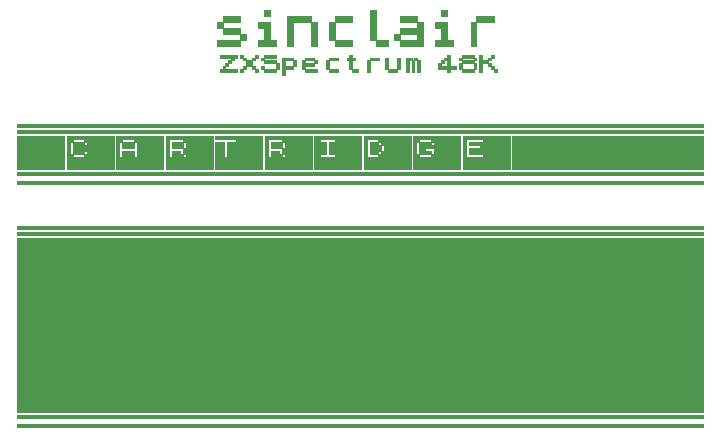
<source format=gto>
%TF.GenerationSoftware,KiCad,Pcbnew,(5.1.8)-1*%
%TF.CreationDate,2021-04-27T16:51:19+02:00*%
%TF.ProjectId,ZX Cartridge 2021 FA1,5a582043-6172-4747-9269-646765203230,rev?*%
%TF.SameCoordinates,Original*%
%TF.FileFunction,Legend,Top*%
%TF.FilePolarity,Positive*%
%FSLAX46Y46*%
G04 Gerber Fmt 4.6, Leading zero omitted, Abs format (unit mm)*
G04 Created by KiCad (PCBNEW (5.1.8)-1) date 2021-04-27 16:51:19*
%MOMM*%
%LPD*%
G01*
G04 APERTURE LIST*
%ADD10C,0.010000*%
%ADD11C,0.150000*%
G04 APERTURE END LIST*
D10*
%TO.C,sinclair_keyboard_large*%
G36*
X178142500Y-87570000D02*
G01*
X178244500Y-87570000D01*
X178244500Y-87820000D01*
X178142500Y-87820000D01*
X178142500Y-87570000D01*
G37*
X178142500Y-87570000D02*
X178244500Y-87570000D01*
X178244500Y-87820000D01*
X178142500Y-87820000D01*
X178142500Y-87570000D01*
G36*
X178142500Y-86820000D02*
G01*
X178244500Y-86820000D01*
X178244500Y-87070000D01*
X178142500Y-87070000D01*
X178142500Y-86820000D01*
G37*
X178142500Y-86820000D02*
X178244500Y-86820000D01*
X178244500Y-87070000D01*
X178142500Y-87070000D01*
X178142500Y-86820000D01*
G36*
X177642500Y-87570000D02*
G01*
X177892500Y-87570000D01*
X177892500Y-87820000D01*
X177642500Y-87820000D01*
X177642500Y-87570000D01*
G37*
X177642500Y-87570000D02*
X177892500Y-87570000D01*
X177892500Y-87820000D01*
X177642500Y-87820000D01*
X177642500Y-87570000D01*
G36*
X177392500Y-87570000D02*
G01*
X177642500Y-87570000D01*
X177642500Y-87820000D01*
X177392500Y-87820000D01*
X177392500Y-87570000D01*
G37*
X177392500Y-87570000D02*
X177642500Y-87570000D01*
X177642500Y-87820000D01*
X177392500Y-87820000D01*
X177392500Y-87570000D01*
G36*
X176142500Y-87570000D02*
G01*
X176392500Y-87570000D01*
X176392500Y-87820000D01*
X176142500Y-87820000D01*
X176142500Y-87570000D01*
G37*
X176142500Y-87570000D02*
X176392500Y-87570000D01*
X176392500Y-87820000D01*
X176142500Y-87820000D01*
X176142500Y-87570000D01*
G36*
X177142500Y-87570000D02*
G01*
X177392500Y-87570000D01*
X177392500Y-87820000D01*
X177142500Y-87820000D01*
X177142500Y-87570000D01*
G37*
X177142500Y-87570000D02*
X177392500Y-87570000D01*
X177392500Y-87820000D01*
X177142500Y-87820000D01*
X177142500Y-87570000D01*
G36*
X176642500Y-87570000D02*
G01*
X176892500Y-87570000D01*
X176892500Y-87820000D01*
X176642500Y-87820000D01*
X176642500Y-87570000D01*
G37*
X176642500Y-87570000D02*
X176892500Y-87570000D01*
X176892500Y-87820000D01*
X176642500Y-87820000D01*
X176642500Y-87570000D01*
G36*
X177892500Y-87570000D02*
G01*
X178142500Y-87570000D01*
X178142500Y-87820000D01*
X177892500Y-87820000D01*
X177892500Y-87570000D01*
G37*
X177892500Y-87570000D02*
X178142500Y-87570000D01*
X178142500Y-87820000D01*
X177892500Y-87820000D01*
X177892500Y-87570000D01*
G36*
X176892500Y-87570000D02*
G01*
X177142500Y-87570000D01*
X177142500Y-87820000D01*
X176892500Y-87820000D01*
X176892500Y-87570000D01*
G37*
X176892500Y-87570000D02*
X177142500Y-87570000D01*
X177142500Y-87820000D01*
X176892500Y-87820000D01*
X176892500Y-87570000D01*
G36*
X176392500Y-87570000D02*
G01*
X176642500Y-87570000D01*
X176642500Y-87820000D01*
X176392500Y-87820000D01*
X176392500Y-87570000D01*
G37*
X176392500Y-87570000D02*
X176642500Y-87570000D01*
X176642500Y-87820000D01*
X176392500Y-87820000D01*
X176392500Y-87570000D01*
G36*
X177892500Y-86820000D02*
G01*
X178142500Y-86820000D01*
X178142500Y-87070000D01*
X177892500Y-87070000D01*
X177892500Y-86820000D01*
G37*
X177892500Y-86820000D02*
X178142500Y-86820000D01*
X178142500Y-87070000D01*
X177892500Y-87070000D01*
X177892500Y-86820000D01*
G36*
X176892500Y-86820000D02*
G01*
X177142500Y-86820000D01*
X177142500Y-87070000D01*
X176892500Y-87070000D01*
X176892500Y-86820000D01*
G37*
X176892500Y-86820000D02*
X177142500Y-86820000D01*
X177142500Y-87070000D01*
X176892500Y-87070000D01*
X176892500Y-86820000D01*
G36*
X176642500Y-86820000D02*
G01*
X176892500Y-86820000D01*
X176892500Y-87070000D01*
X176642500Y-87070000D01*
X176642500Y-86820000D01*
G37*
X176642500Y-86820000D02*
X176892500Y-86820000D01*
X176892500Y-87070000D01*
X176642500Y-87070000D01*
X176642500Y-86820000D01*
G36*
X176392500Y-86820000D02*
G01*
X176642500Y-86820000D01*
X176642500Y-87070000D01*
X176392500Y-87070000D01*
X176392500Y-86820000D01*
G37*
X176392500Y-86820000D02*
X176642500Y-86820000D01*
X176642500Y-87070000D01*
X176392500Y-87070000D01*
X176392500Y-86820000D01*
G36*
X176142500Y-86820000D02*
G01*
X176392500Y-86820000D01*
X176392500Y-87070000D01*
X176142500Y-87070000D01*
X176142500Y-86820000D01*
G37*
X176142500Y-86820000D02*
X176392500Y-86820000D01*
X176392500Y-87070000D01*
X176142500Y-87070000D01*
X176142500Y-86820000D01*
G36*
X177392500Y-86820000D02*
G01*
X177642500Y-86820000D01*
X177642500Y-87070000D01*
X177392500Y-87070000D01*
X177392500Y-86820000D01*
G37*
X177392500Y-86820000D02*
X177642500Y-86820000D01*
X177642500Y-87070000D01*
X177392500Y-87070000D01*
X177392500Y-86820000D01*
G36*
X177642500Y-86820000D02*
G01*
X177892500Y-86820000D01*
X177892500Y-87070000D01*
X177642500Y-87070000D01*
X177642500Y-86820000D01*
G37*
X177642500Y-86820000D02*
X177892500Y-86820000D01*
X177892500Y-87070000D01*
X177642500Y-87070000D01*
X177642500Y-86820000D01*
G36*
X177142500Y-86820000D02*
G01*
X177392500Y-86820000D01*
X177392500Y-87070000D01*
X177142500Y-87070000D01*
X177142500Y-86820000D01*
G37*
X177142500Y-86820000D02*
X177392500Y-86820000D01*
X177392500Y-87070000D01*
X177142500Y-87070000D01*
X177142500Y-86820000D01*
G36*
X174392500Y-87570000D02*
G01*
X174642500Y-87570000D01*
X174642500Y-87820000D01*
X174392500Y-87820000D01*
X174392500Y-87570000D01*
G37*
X174392500Y-87570000D02*
X174642500Y-87570000D01*
X174642500Y-87820000D01*
X174392500Y-87820000D01*
X174392500Y-87570000D01*
G36*
X173642500Y-87570000D02*
G01*
X173892500Y-87570000D01*
X173892500Y-87820000D01*
X173642500Y-87820000D01*
X173642500Y-87570000D01*
G37*
X173642500Y-87570000D02*
X173892500Y-87570000D01*
X173892500Y-87820000D01*
X173642500Y-87820000D01*
X173642500Y-87570000D01*
G36*
X173392500Y-87570000D02*
G01*
X173642500Y-87570000D01*
X173642500Y-87820000D01*
X173392500Y-87820000D01*
X173392500Y-87570000D01*
G37*
X173392500Y-87570000D02*
X173642500Y-87570000D01*
X173642500Y-87820000D01*
X173392500Y-87820000D01*
X173392500Y-87570000D01*
G36*
X175392500Y-87570000D02*
G01*
X175642500Y-87570000D01*
X175642500Y-87820000D01*
X175392500Y-87820000D01*
X175392500Y-87570000D01*
G37*
X175392500Y-87570000D02*
X175642500Y-87570000D01*
X175642500Y-87820000D01*
X175392500Y-87820000D01*
X175392500Y-87570000D01*
G36*
X175892500Y-87570000D02*
G01*
X176142500Y-87570000D01*
X176142500Y-87820000D01*
X175892500Y-87820000D01*
X175892500Y-87570000D01*
G37*
X175892500Y-87570000D02*
X176142500Y-87570000D01*
X176142500Y-87820000D01*
X175892500Y-87820000D01*
X175892500Y-87570000D01*
G36*
X175142500Y-87570000D02*
G01*
X175392500Y-87570000D01*
X175392500Y-87820000D01*
X175142500Y-87820000D01*
X175142500Y-87570000D01*
G37*
X175142500Y-87570000D02*
X175392500Y-87570000D01*
X175392500Y-87820000D01*
X175142500Y-87820000D01*
X175142500Y-87570000D01*
G36*
X172142500Y-87570000D02*
G01*
X172392500Y-87570000D01*
X172392500Y-87820000D01*
X172142500Y-87820000D01*
X172142500Y-87570000D01*
G37*
X172142500Y-87570000D02*
X172392500Y-87570000D01*
X172392500Y-87820000D01*
X172142500Y-87820000D01*
X172142500Y-87570000D01*
G36*
X174892500Y-87570000D02*
G01*
X175142500Y-87570000D01*
X175142500Y-87820000D01*
X174892500Y-87820000D01*
X174892500Y-87570000D01*
G37*
X174892500Y-87570000D02*
X175142500Y-87570000D01*
X175142500Y-87820000D01*
X174892500Y-87820000D01*
X174892500Y-87570000D01*
G36*
X173142500Y-87570000D02*
G01*
X173392500Y-87570000D01*
X173392500Y-87820000D01*
X173142500Y-87820000D01*
X173142500Y-87570000D01*
G37*
X173142500Y-87570000D02*
X173392500Y-87570000D01*
X173392500Y-87820000D01*
X173142500Y-87820000D01*
X173142500Y-87570000D01*
G36*
X174142500Y-87570000D02*
G01*
X174392500Y-87570000D01*
X174392500Y-87820000D01*
X174142500Y-87820000D01*
X174142500Y-87570000D01*
G37*
X174142500Y-87570000D02*
X174392500Y-87570000D01*
X174392500Y-87820000D01*
X174142500Y-87820000D01*
X174142500Y-87570000D01*
G36*
X172642500Y-87570000D02*
G01*
X172892500Y-87570000D01*
X172892500Y-87820000D01*
X172642500Y-87820000D01*
X172642500Y-87570000D01*
G37*
X172642500Y-87570000D02*
X172892500Y-87570000D01*
X172892500Y-87820000D01*
X172642500Y-87820000D01*
X172642500Y-87570000D01*
G36*
X174642500Y-87570000D02*
G01*
X174892500Y-87570000D01*
X174892500Y-87820000D01*
X174642500Y-87820000D01*
X174642500Y-87570000D01*
G37*
X174642500Y-87570000D02*
X174892500Y-87570000D01*
X174892500Y-87820000D01*
X174642500Y-87820000D01*
X174642500Y-87570000D01*
G36*
X173892500Y-87570000D02*
G01*
X174142500Y-87570000D01*
X174142500Y-87820000D01*
X173892500Y-87820000D01*
X173892500Y-87570000D01*
G37*
X173892500Y-87570000D02*
X174142500Y-87570000D01*
X174142500Y-87820000D01*
X173892500Y-87820000D01*
X173892500Y-87570000D01*
G36*
X175642500Y-87570000D02*
G01*
X175892500Y-87570000D01*
X175892500Y-87820000D01*
X175642500Y-87820000D01*
X175642500Y-87570000D01*
G37*
X175642500Y-87570000D02*
X175892500Y-87570000D01*
X175892500Y-87820000D01*
X175642500Y-87820000D01*
X175642500Y-87570000D01*
G36*
X172892500Y-87570000D02*
G01*
X173142500Y-87570000D01*
X173142500Y-87820000D01*
X172892500Y-87820000D01*
X172892500Y-87570000D01*
G37*
X172892500Y-87570000D02*
X173142500Y-87570000D01*
X173142500Y-87820000D01*
X172892500Y-87820000D01*
X172892500Y-87570000D01*
G36*
X172392500Y-87570000D02*
G01*
X172642500Y-87570000D01*
X172642500Y-87820000D01*
X172392500Y-87820000D01*
X172392500Y-87570000D01*
G37*
X172392500Y-87570000D02*
X172642500Y-87570000D01*
X172642500Y-87820000D01*
X172392500Y-87820000D01*
X172392500Y-87570000D01*
G36*
X175642500Y-86820000D02*
G01*
X175892500Y-86820000D01*
X175892500Y-87070000D01*
X175642500Y-87070000D01*
X175642500Y-86820000D01*
G37*
X175642500Y-86820000D02*
X175892500Y-86820000D01*
X175892500Y-87070000D01*
X175642500Y-87070000D01*
X175642500Y-86820000D01*
G36*
X173892500Y-86820000D02*
G01*
X174142500Y-86820000D01*
X174142500Y-87070000D01*
X173892500Y-87070000D01*
X173892500Y-86820000D01*
G37*
X173892500Y-86820000D02*
X174142500Y-86820000D01*
X174142500Y-87070000D01*
X173892500Y-87070000D01*
X173892500Y-86820000D01*
G36*
X172892500Y-86820000D02*
G01*
X173142500Y-86820000D01*
X173142500Y-87070000D01*
X172892500Y-87070000D01*
X172892500Y-86820000D01*
G37*
X172892500Y-86820000D02*
X173142500Y-86820000D01*
X173142500Y-87070000D01*
X172892500Y-87070000D01*
X172892500Y-86820000D01*
G36*
X174892500Y-86820000D02*
G01*
X175142500Y-86820000D01*
X175142500Y-87070000D01*
X174892500Y-87070000D01*
X174892500Y-86820000D01*
G37*
X174892500Y-86820000D02*
X175142500Y-86820000D01*
X175142500Y-87070000D01*
X174892500Y-87070000D01*
X174892500Y-86820000D01*
G36*
X172642500Y-86820000D02*
G01*
X172892500Y-86820000D01*
X172892500Y-87070000D01*
X172642500Y-87070000D01*
X172642500Y-86820000D01*
G37*
X172642500Y-86820000D02*
X172892500Y-86820000D01*
X172892500Y-87070000D01*
X172642500Y-87070000D01*
X172642500Y-86820000D01*
G36*
X175892500Y-86820000D02*
G01*
X176142500Y-86820000D01*
X176142500Y-87070000D01*
X175892500Y-87070000D01*
X175892500Y-86820000D01*
G37*
X175892500Y-86820000D02*
X176142500Y-86820000D01*
X176142500Y-87070000D01*
X175892500Y-87070000D01*
X175892500Y-86820000D01*
G36*
X175142500Y-86820000D02*
G01*
X175392500Y-86820000D01*
X175392500Y-87070000D01*
X175142500Y-87070000D01*
X175142500Y-86820000D01*
G37*
X175142500Y-86820000D02*
X175392500Y-86820000D01*
X175392500Y-87070000D01*
X175142500Y-87070000D01*
X175142500Y-86820000D01*
G36*
X172392500Y-86820000D02*
G01*
X172642500Y-86820000D01*
X172642500Y-87070000D01*
X172392500Y-87070000D01*
X172392500Y-86820000D01*
G37*
X172392500Y-86820000D02*
X172642500Y-86820000D01*
X172642500Y-87070000D01*
X172392500Y-87070000D01*
X172392500Y-86820000D01*
G36*
X174642500Y-86820000D02*
G01*
X174892500Y-86820000D01*
X174892500Y-87070000D01*
X174642500Y-87070000D01*
X174642500Y-86820000D01*
G37*
X174642500Y-86820000D02*
X174892500Y-86820000D01*
X174892500Y-87070000D01*
X174642500Y-87070000D01*
X174642500Y-86820000D01*
G36*
X175392500Y-86820000D02*
G01*
X175642500Y-86820000D01*
X175642500Y-87070000D01*
X175392500Y-87070000D01*
X175392500Y-86820000D01*
G37*
X175392500Y-86820000D02*
X175642500Y-86820000D01*
X175642500Y-87070000D01*
X175392500Y-87070000D01*
X175392500Y-86820000D01*
G36*
X172142500Y-86820000D02*
G01*
X172392500Y-86820000D01*
X172392500Y-87070000D01*
X172142500Y-87070000D01*
X172142500Y-86820000D01*
G37*
X172142500Y-86820000D02*
X172392500Y-86820000D01*
X172392500Y-87070000D01*
X172142500Y-87070000D01*
X172142500Y-86820000D01*
G36*
X173392500Y-86820000D02*
G01*
X173642500Y-86820000D01*
X173642500Y-87070000D01*
X173392500Y-87070000D01*
X173392500Y-86820000D01*
G37*
X173392500Y-86820000D02*
X173642500Y-86820000D01*
X173642500Y-87070000D01*
X173392500Y-87070000D01*
X173392500Y-86820000D01*
G36*
X173642500Y-86820000D02*
G01*
X173892500Y-86820000D01*
X173892500Y-87070000D01*
X173642500Y-87070000D01*
X173642500Y-86820000D01*
G37*
X173642500Y-86820000D02*
X173892500Y-86820000D01*
X173892500Y-87070000D01*
X173642500Y-87070000D01*
X173642500Y-86820000D01*
G36*
X174392500Y-86820000D02*
G01*
X174642500Y-86820000D01*
X174642500Y-87070000D01*
X174392500Y-87070000D01*
X174392500Y-86820000D01*
G37*
X174392500Y-86820000D02*
X174642500Y-86820000D01*
X174642500Y-87070000D01*
X174392500Y-87070000D01*
X174392500Y-86820000D01*
G36*
X174142500Y-86820000D02*
G01*
X174392500Y-86820000D01*
X174392500Y-87070000D01*
X174142500Y-87070000D01*
X174142500Y-86820000D01*
G37*
X174142500Y-86820000D02*
X174392500Y-86820000D01*
X174392500Y-87070000D01*
X174142500Y-87070000D01*
X174142500Y-86820000D01*
G36*
X173142500Y-86820000D02*
G01*
X173392500Y-86820000D01*
X173392500Y-87070000D01*
X173142500Y-87070000D01*
X173142500Y-86820000D01*
G37*
X173142500Y-86820000D02*
X173392500Y-86820000D01*
X173392500Y-87070000D01*
X173142500Y-87070000D01*
X173142500Y-86820000D01*
G36*
X170392500Y-87570000D02*
G01*
X170642500Y-87570000D01*
X170642500Y-87820000D01*
X170392500Y-87820000D01*
X170392500Y-87570000D01*
G37*
X170392500Y-87570000D02*
X170642500Y-87570000D01*
X170642500Y-87820000D01*
X170392500Y-87820000D01*
X170392500Y-87570000D01*
G36*
X169642500Y-87570000D02*
G01*
X169892500Y-87570000D01*
X169892500Y-87820000D01*
X169642500Y-87820000D01*
X169642500Y-87570000D01*
G37*
X169642500Y-87570000D02*
X169892500Y-87570000D01*
X169892500Y-87820000D01*
X169642500Y-87820000D01*
X169642500Y-87570000D01*
G36*
X169392500Y-87570000D02*
G01*
X169642500Y-87570000D01*
X169642500Y-87820000D01*
X169392500Y-87820000D01*
X169392500Y-87570000D01*
G37*
X169392500Y-87570000D02*
X169642500Y-87570000D01*
X169642500Y-87820000D01*
X169392500Y-87820000D01*
X169392500Y-87570000D01*
G36*
X171392500Y-87570000D02*
G01*
X171642500Y-87570000D01*
X171642500Y-87820000D01*
X171392500Y-87820000D01*
X171392500Y-87570000D01*
G37*
X171392500Y-87570000D02*
X171642500Y-87570000D01*
X171642500Y-87820000D01*
X171392500Y-87820000D01*
X171392500Y-87570000D01*
G36*
X171892500Y-87570000D02*
G01*
X172142500Y-87570000D01*
X172142500Y-87820000D01*
X171892500Y-87820000D01*
X171892500Y-87570000D01*
G37*
X171892500Y-87570000D02*
X172142500Y-87570000D01*
X172142500Y-87820000D01*
X171892500Y-87820000D01*
X171892500Y-87570000D01*
G36*
X171142500Y-87570000D02*
G01*
X171392500Y-87570000D01*
X171392500Y-87820000D01*
X171142500Y-87820000D01*
X171142500Y-87570000D01*
G37*
X171142500Y-87570000D02*
X171392500Y-87570000D01*
X171392500Y-87820000D01*
X171142500Y-87820000D01*
X171142500Y-87570000D01*
G36*
X168142500Y-87570000D02*
G01*
X168392500Y-87570000D01*
X168392500Y-87820000D01*
X168142500Y-87820000D01*
X168142500Y-87570000D01*
G37*
X168142500Y-87570000D02*
X168392500Y-87570000D01*
X168392500Y-87820000D01*
X168142500Y-87820000D01*
X168142500Y-87570000D01*
G36*
X170892500Y-87570000D02*
G01*
X171142500Y-87570000D01*
X171142500Y-87820000D01*
X170892500Y-87820000D01*
X170892500Y-87570000D01*
G37*
X170892500Y-87570000D02*
X171142500Y-87570000D01*
X171142500Y-87820000D01*
X170892500Y-87820000D01*
X170892500Y-87570000D01*
G36*
X169142500Y-87570000D02*
G01*
X169392500Y-87570000D01*
X169392500Y-87820000D01*
X169142500Y-87820000D01*
X169142500Y-87570000D01*
G37*
X169142500Y-87570000D02*
X169392500Y-87570000D01*
X169392500Y-87820000D01*
X169142500Y-87820000D01*
X169142500Y-87570000D01*
G36*
X170142500Y-87570000D02*
G01*
X170392500Y-87570000D01*
X170392500Y-87820000D01*
X170142500Y-87820000D01*
X170142500Y-87570000D01*
G37*
X170142500Y-87570000D02*
X170392500Y-87570000D01*
X170392500Y-87820000D01*
X170142500Y-87820000D01*
X170142500Y-87570000D01*
G36*
X168642500Y-87570000D02*
G01*
X168892500Y-87570000D01*
X168892500Y-87820000D01*
X168642500Y-87820000D01*
X168642500Y-87570000D01*
G37*
X168642500Y-87570000D02*
X168892500Y-87570000D01*
X168892500Y-87820000D01*
X168642500Y-87820000D01*
X168642500Y-87570000D01*
G36*
X170642500Y-87570000D02*
G01*
X170892500Y-87570000D01*
X170892500Y-87820000D01*
X170642500Y-87820000D01*
X170642500Y-87570000D01*
G37*
X170642500Y-87570000D02*
X170892500Y-87570000D01*
X170892500Y-87820000D01*
X170642500Y-87820000D01*
X170642500Y-87570000D01*
G36*
X169892500Y-87570000D02*
G01*
X170142500Y-87570000D01*
X170142500Y-87820000D01*
X169892500Y-87820000D01*
X169892500Y-87570000D01*
G37*
X169892500Y-87570000D02*
X170142500Y-87570000D01*
X170142500Y-87820000D01*
X169892500Y-87820000D01*
X169892500Y-87570000D01*
G36*
X171642500Y-87570000D02*
G01*
X171892500Y-87570000D01*
X171892500Y-87820000D01*
X171642500Y-87820000D01*
X171642500Y-87570000D01*
G37*
X171642500Y-87570000D02*
X171892500Y-87570000D01*
X171892500Y-87820000D01*
X171642500Y-87820000D01*
X171642500Y-87570000D01*
G36*
X168892500Y-87570000D02*
G01*
X169142500Y-87570000D01*
X169142500Y-87820000D01*
X168892500Y-87820000D01*
X168892500Y-87570000D01*
G37*
X168892500Y-87570000D02*
X169142500Y-87570000D01*
X169142500Y-87820000D01*
X168892500Y-87820000D01*
X168892500Y-87570000D01*
G36*
X168392500Y-87570000D02*
G01*
X168642500Y-87570000D01*
X168642500Y-87820000D01*
X168392500Y-87820000D01*
X168392500Y-87570000D01*
G37*
X168392500Y-87570000D02*
X168642500Y-87570000D01*
X168642500Y-87820000D01*
X168392500Y-87820000D01*
X168392500Y-87570000D01*
G36*
X171642500Y-86820000D02*
G01*
X171892500Y-86820000D01*
X171892500Y-87070000D01*
X171642500Y-87070000D01*
X171642500Y-86820000D01*
G37*
X171642500Y-86820000D02*
X171892500Y-86820000D01*
X171892500Y-87070000D01*
X171642500Y-87070000D01*
X171642500Y-86820000D01*
G36*
X169892500Y-86820000D02*
G01*
X170142500Y-86820000D01*
X170142500Y-87070000D01*
X169892500Y-87070000D01*
X169892500Y-86820000D01*
G37*
X169892500Y-86820000D02*
X170142500Y-86820000D01*
X170142500Y-87070000D01*
X169892500Y-87070000D01*
X169892500Y-86820000D01*
G36*
X168892500Y-86820000D02*
G01*
X169142500Y-86820000D01*
X169142500Y-87070000D01*
X168892500Y-87070000D01*
X168892500Y-86820000D01*
G37*
X168892500Y-86820000D02*
X169142500Y-86820000D01*
X169142500Y-87070000D01*
X168892500Y-87070000D01*
X168892500Y-86820000D01*
G36*
X170892500Y-86820000D02*
G01*
X171142500Y-86820000D01*
X171142500Y-87070000D01*
X170892500Y-87070000D01*
X170892500Y-86820000D01*
G37*
X170892500Y-86820000D02*
X171142500Y-86820000D01*
X171142500Y-87070000D01*
X170892500Y-87070000D01*
X170892500Y-86820000D01*
G36*
X168642500Y-86820000D02*
G01*
X168892500Y-86820000D01*
X168892500Y-87070000D01*
X168642500Y-87070000D01*
X168642500Y-86820000D01*
G37*
X168642500Y-86820000D02*
X168892500Y-86820000D01*
X168892500Y-87070000D01*
X168642500Y-87070000D01*
X168642500Y-86820000D01*
G36*
X171892500Y-86820000D02*
G01*
X172142500Y-86820000D01*
X172142500Y-87070000D01*
X171892500Y-87070000D01*
X171892500Y-86820000D01*
G37*
X171892500Y-86820000D02*
X172142500Y-86820000D01*
X172142500Y-87070000D01*
X171892500Y-87070000D01*
X171892500Y-86820000D01*
G36*
X171142500Y-86820000D02*
G01*
X171392500Y-86820000D01*
X171392500Y-87070000D01*
X171142500Y-87070000D01*
X171142500Y-86820000D01*
G37*
X171142500Y-86820000D02*
X171392500Y-86820000D01*
X171392500Y-87070000D01*
X171142500Y-87070000D01*
X171142500Y-86820000D01*
G36*
X168392500Y-86820000D02*
G01*
X168642500Y-86820000D01*
X168642500Y-87070000D01*
X168392500Y-87070000D01*
X168392500Y-86820000D01*
G37*
X168392500Y-86820000D02*
X168642500Y-86820000D01*
X168642500Y-87070000D01*
X168392500Y-87070000D01*
X168392500Y-86820000D01*
G36*
X170642500Y-86820000D02*
G01*
X170892500Y-86820000D01*
X170892500Y-87070000D01*
X170642500Y-87070000D01*
X170642500Y-86820000D01*
G37*
X170642500Y-86820000D02*
X170892500Y-86820000D01*
X170892500Y-87070000D01*
X170642500Y-87070000D01*
X170642500Y-86820000D01*
G36*
X171392500Y-86820000D02*
G01*
X171642500Y-86820000D01*
X171642500Y-87070000D01*
X171392500Y-87070000D01*
X171392500Y-86820000D01*
G37*
X171392500Y-86820000D02*
X171642500Y-86820000D01*
X171642500Y-87070000D01*
X171392500Y-87070000D01*
X171392500Y-86820000D01*
G36*
X168142500Y-86820000D02*
G01*
X168392500Y-86820000D01*
X168392500Y-87070000D01*
X168142500Y-87070000D01*
X168142500Y-86820000D01*
G37*
X168142500Y-86820000D02*
X168392500Y-86820000D01*
X168392500Y-87070000D01*
X168142500Y-87070000D01*
X168142500Y-86820000D01*
G36*
X169392500Y-86820000D02*
G01*
X169642500Y-86820000D01*
X169642500Y-87070000D01*
X169392500Y-87070000D01*
X169392500Y-86820000D01*
G37*
X169392500Y-86820000D02*
X169642500Y-86820000D01*
X169642500Y-87070000D01*
X169392500Y-87070000D01*
X169392500Y-86820000D01*
G36*
X169642500Y-86820000D02*
G01*
X169892500Y-86820000D01*
X169892500Y-87070000D01*
X169642500Y-87070000D01*
X169642500Y-86820000D01*
G37*
X169642500Y-86820000D02*
X169892500Y-86820000D01*
X169892500Y-87070000D01*
X169642500Y-87070000D01*
X169642500Y-86820000D01*
G36*
X170392500Y-86820000D02*
G01*
X170642500Y-86820000D01*
X170642500Y-87070000D01*
X170392500Y-87070000D01*
X170392500Y-86820000D01*
G37*
X170392500Y-86820000D02*
X170642500Y-86820000D01*
X170642500Y-87070000D01*
X170392500Y-87070000D01*
X170392500Y-86820000D01*
G36*
X170142500Y-86820000D02*
G01*
X170392500Y-86820000D01*
X170392500Y-87070000D01*
X170142500Y-87070000D01*
X170142500Y-86820000D01*
G37*
X170142500Y-86820000D02*
X170392500Y-86820000D01*
X170392500Y-87070000D01*
X170142500Y-87070000D01*
X170142500Y-86820000D01*
G36*
X169142500Y-86820000D02*
G01*
X169392500Y-86820000D01*
X169392500Y-87070000D01*
X169142500Y-87070000D01*
X169142500Y-86820000D01*
G37*
X169142500Y-86820000D02*
X169392500Y-86820000D01*
X169392500Y-87070000D01*
X169142500Y-87070000D01*
X169142500Y-86820000D01*
G36*
X166392500Y-87570000D02*
G01*
X166642500Y-87570000D01*
X166642500Y-87820000D01*
X166392500Y-87820000D01*
X166392500Y-87570000D01*
G37*
X166392500Y-87570000D02*
X166642500Y-87570000D01*
X166642500Y-87820000D01*
X166392500Y-87820000D01*
X166392500Y-87570000D01*
G36*
X165642500Y-87570000D02*
G01*
X165892500Y-87570000D01*
X165892500Y-87820000D01*
X165642500Y-87820000D01*
X165642500Y-87570000D01*
G37*
X165642500Y-87570000D02*
X165892500Y-87570000D01*
X165892500Y-87820000D01*
X165642500Y-87820000D01*
X165642500Y-87570000D01*
G36*
X165392500Y-87570000D02*
G01*
X165642500Y-87570000D01*
X165642500Y-87820000D01*
X165392500Y-87820000D01*
X165392500Y-87570000D01*
G37*
X165392500Y-87570000D02*
X165642500Y-87570000D01*
X165642500Y-87820000D01*
X165392500Y-87820000D01*
X165392500Y-87570000D01*
G36*
X167392500Y-87570000D02*
G01*
X167642500Y-87570000D01*
X167642500Y-87820000D01*
X167392500Y-87820000D01*
X167392500Y-87570000D01*
G37*
X167392500Y-87570000D02*
X167642500Y-87570000D01*
X167642500Y-87820000D01*
X167392500Y-87820000D01*
X167392500Y-87570000D01*
G36*
X167892500Y-87570000D02*
G01*
X168142500Y-87570000D01*
X168142500Y-87820000D01*
X167892500Y-87820000D01*
X167892500Y-87570000D01*
G37*
X167892500Y-87570000D02*
X168142500Y-87570000D01*
X168142500Y-87820000D01*
X167892500Y-87820000D01*
X167892500Y-87570000D01*
G36*
X167142500Y-87570000D02*
G01*
X167392500Y-87570000D01*
X167392500Y-87820000D01*
X167142500Y-87820000D01*
X167142500Y-87570000D01*
G37*
X167142500Y-87570000D02*
X167392500Y-87570000D01*
X167392500Y-87820000D01*
X167142500Y-87820000D01*
X167142500Y-87570000D01*
G36*
X164142500Y-87570000D02*
G01*
X164392500Y-87570000D01*
X164392500Y-87820000D01*
X164142500Y-87820000D01*
X164142500Y-87570000D01*
G37*
X164142500Y-87570000D02*
X164392500Y-87570000D01*
X164392500Y-87820000D01*
X164142500Y-87820000D01*
X164142500Y-87570000D01*
G36*
X166892500Y-87570000D02*
G01*
X167142500Y-87570000D01*
X167142500Y-87820000D01*
X166892500Y-87820000D01*
X166892500Y-87570000D01*
G37*
X166892500Y-87570000D02*
X167142500Y-87570000D01*
X167142500Y-87820000D01*
X166892500Y-87820000D01*
X166892500Y-87570000D01*
G36*
X165142500Y-87570000D02*
G01*
X165392500Y-87570000D01*
X165392500Y-87820000D01*
X165142500Y-87820000D01*
X165142500Y-87570000D01*
G37*
X165142500Y-87570000D02*
X165392500Y-87570000D01*
X165392500Y-87820000D01*
X165142500Y-87820000D01*
X165142500Y-87570000D01*
G36*
X166142500Y-87570000D02*
G01*
X166392500Y-87570000D01*
X166392500Y-87820000D01*
X166142500Y-87820000D01*
X166142500Y-87570000D01*
G37*
X166142500Y-87570000D02*
X166392500Y-87570000D01*
X166392500Y-87820000D01*
X166142500Y-87820000D01*
X166142500Y-87570000D01*
G36*
X164642500Y-87570000D02*
G01*
X164892500Y-87570000D01*
X164892500Y-87820000D01*
X164642500Y-87820000D01*
X164642500Y-87570000D01*
G37*
X164642500Y-87570000D02*
X164892500Y-87570000D01*
X164892500Y-87820000D01*
X164642500Y-87820000D01*
X164642500Y-87570000D01*
G36*
X166642500Y-87570000D02*
G01*
X166892500Y-87570000D01*
X166892500Y-87820000D01*
X166642500Y-87820000D01*
X166642500Y-87570000D01*
G37*
X166642500Y-87570000D02*
X166892500Y-87570000D01*
X166892500Y-87820000D01*
X166642500Y-87820000D01*
X166642500Y-87570000D01*
G36*
X165892500Y-87570000D02*
G01*
X166142500Y-87570000D01*
X166142500Y-87820000D01*
X165892500Y-87820000D01*
X165892500Y-87570000D01*
G37*
X165892500Y-87570000D02*
X166142500Y-87570000D01*
X166142500Y-87820000D01*
X165892500Y-87820000D01*
X165892500Y-87570000D01*
G36*
X167642500Y-87570000D02*
G01*
X167892500Y-87570000D01*
X167892500Y-87820000D01*
X167642500Y-87820000D01*
X167642500Y-87570000D01*
G37*
X167642500Y-87570000D02*
X167892500Y-87570000D01*
X167892500Y-87820000D01*
X167642500Y-87820000D01*
X167642500Y-87570000D01*
G36*
X164892500Y-87570000D02*
G01*
X165142500Y-87570000D01*
X165142500Y-87820000D01*
X164892500Y-87820000D01*
X164892500Y-87570000D01*
G37*
X164892500Y-87570000D02*
X165142500Y-87570000D01*
X165142500Y-87820000D01*
X164892500Y-87820000D01*
X164892500Y-87570000D01*
G36*
X164392500Y-87570000D02*
G01*
X164642500Y-87570000D01*
X164642500Y-87820000D01*
X164392500Y-87820000D01*
X164392500Y-87570000D01*
G37*
X164392500Y-87570000D02*
X164642500Y-87570000D01*
X164642500Y-87820000D01*
X164392500Y-87820000D01*
X164392500Y-87570000D01*
G36*
X167642500Y-86820000D02*
G01*
X167892500Y-86820000D01*
X167892500Y-87070000D01*
X167642500Y-87070000D01*
X167642500Y-86820000D01*
G37*
X167642500Y-86820000D02*
X167892500Y-86820000D01*
X167892500Y-87070000D01*
X167642500Y-87070000D01*
X167642500Y-86820000D01*
G36*
X165892500Y-86820000D02*
G01*
X166142500Y-86820000D01*
X166142500Y-87070000D01*
X165892500Y-87070000D01*
X165892500Y-86820000D01*
G37*
X165892500Y-86820000D02*
X166142500Y-86820000D01*
X166142500Y-87070000D01*
X165892500Y-87070000D01*
X165892500Y-86820000D01*
G36*
X164892500Y-86820000D02*
G01*
X165142500Y-86820000D01*
X165142500Y-87070000D01*
X164892500Y-87070000D01*
X164892500Y-86820000D01*
G37*
X164892500Y-86820000D02*
X165142500Y-86820000D01*
X165142500Y-87070000D01*
X164892500Y-87070000D01*
X164892500Y-86820000D01*
G36*
X166892500Y-86820000D02*
G01*
X167142500Y-86820000D01*
X167142500Y-87070000D01*
X166892500Y-87070000D01*
X166892500Y-86820000D01*
G37*
X166892500Y-86820000D02*
X167142500Y-86820000D01*
X167142500Y-87070000D01*
X166892500Y-87070000D01*
X166892500Y-86820000D01*
G36*
X164642500Y-86820000D02*
G01*
X164892500Y-86820000D01*
X164892500Y-87070000D01*
X164642500Y-87070000D01*
X164642500Y-86820000D01*
G37*
X164642500Y-86820000D02*
X164892500Y-86820000D01*
X164892500Y-87070000D01*
X164642500Y-87070000D01*
X164642500Y-86820000D01*
G36*
X167892500Y-86820000D02*
G01*
X168142500Y-86820000D01*
X168142500Y-87070000D01*
X167892500Y-87070000D01*
X167892500Y-86820000D01*
G37*
X167892500Y-86820000D02*
X168142500Y-86820000D01*
X168142500Y-87070000D01*
X167892500Y-87070000D01*
X167892500Y-86820000D01*
G36*
X167142500Y-86820000D02*
G01*
X167392500Y-86820000D01*
X167392500Y-87070000D01*
X167142500Y-87070000D01*
X167142500Y-86820000D01*
G37*
X167142500Y-86820000D02*
X167392500Y-86820000D01*
X167392500Y-87070000D01*
X167142500Y-87070000D01*
X167142500Y-86820000D01*
G36*
X164392500Y-86820000D02*
G01*
X164642500Y-86820000D01*
X164642500Y-87070000D01*
X164392500Y-87070000D01*
X164392500Y-86820000D01*
G37*
X164392500Y-86820000D02*
X164642500Y-86820000D01*
X164642500Y-87070000D01*
X164392500Y-87070000D01*
X164392500Y-86820000D01*
G36*
X166642500Y-86820000D02*
G01*
X166892500Y-86820000D01*
X166892500Y-87070000D01*
X166642500Y-87070000D01*
X166642500Y-86820000D01*
G37*
X166642500Y-86820000D02*
X166892500Y-86820000D01*
X166892500Y-87070000D01*
X166642500Y-87070000D01*
X166642500Y-86820000D01*
G36*
X167392500Y-86820000D02*
G01*
X167642500Y-86820000D01*
X167642500Y-87070000D01*
X167392500Y-87070000D01*
X167392500Y-86820000D01*
G37*
X167392500Y-86820000D02*
X167642500Y-86820000D01*
X167642500Y-87070000D01*
X167392500Y-87070000D01*
X167392500Y-86820000D01*
G36*
X164142500Y-86820000D02*
G01*
X164392500Y-86820000D01*
X164392500Y-87070000D01*
X164142500Y-87070000D01*
X164142500Y-86820000D01*
G37*
X164142500Y-86820000D02*
X164392500Y-86820000D01*
X164392500Y-87070000D01*
X164142500Y-87070000D01*
X164142500Y-86820000D01*
G36*
X165392500Y-86820000D02*
G01*
X165642500Y-86820000D01*
X165642500Y-87070000D01*
X165392500Y-87070000D01*
X165392500Y-86820000D01*
G37*
X165392500Y-86820000D02*
X165642500Y-86820000D01*
X165642500Y-87070000D01*
X165392500Y-87070000D01*
X165392500Y-86820000D01*
G36*
X165642500Y-86820000D02*
G01*
X165892500Y-86820000D01*
X165892500Y-87070000D01*
X165642500Y-87070000D01*
X165642500Y-86820000D01*
G37*
X165642500Y-86820000D02*
X165892500Y-86820000D01*
X165892500Y-87070000D01*
X165642500Y-87070000D01*
X165642500Y-86820000D01*
G36*
X166392500Y-86820000D02*
G01*
X166642500Y-86820000D01*
X166642500Y-87070000D01*
X166392500Y-87070000D01*
X166392500Y-86820000D01*
G37*
X166392500Y-86820000D02*
X166642500Y-86820000D01*
X166642500Y-87070000D01*
X166392500Y-87070000D01*
X166392500Y-86820000D01*
G36*
X166142500Y-86820000D02*
G01*
X166392500Y-86820000D01*
X166392500Y-87070000D01*
X166142500Y-87070000D01*
X166142500Y-86820000D01*
G37*
X166142500Y-86820000D02*
X166392500Y-86820000D01*
X166392500Y-87070000D01*
X166142500Y-87070000D01*
X166142500Y-86820000D01*
G36*
X165142500Y-86820000D02*
G01*
X165392500Y-86820000D01*
X165392500Y-87070000D01*
X165142500Y-87070000D01*
X165142500Y-86820000D01*
G37*
X165142500Y-86820000D02*
X165392500Y-86820000D01*
X165392500Y-87070000D01*
X165142500Y-87070000D01*
X165142500Y-86820000D01*
G36*
X162392500Y-87570000D02*
G01*
X162642500Y-87570000D01*
X162642500Y-87820000D01*
X162392500Y-87820000D01*
X162392500Y-87570000D01*
G37*
X162392500Y-87570000D02*
X162642500Y-87570000D01*
X162642500Y-87820000D01*
X162392500Y-87820000D01*
X162392500Y-87570000D01*
G36*
X161642500Y-87570000D02*
G01*
X161892500Y-87570000D01*
X161892500Y-87820000D01*
X161642500Y-87820000D01*
X161642500Y-87570000D01*
G37*
X161642500Y-87570000D02*
X161892500Y-87570000D01*
X161892500Y-87820000D01*
X161642500Y-87820000D01*
X161642500Y-87570000D01*
G36*
X161392500Y-87570000D02*
G01*
X161642500Y-87570000D01*
X161642500Y-87820000D01*
X161392500Y-87820000D01*
X161392500Y-87570000D01*
G37*
X161392500Y-87570000D02*
X161642500Y-87570000D01*
X161642500Y-87820000D01*
X161392500Y-87820000D01*
X161392500Y-87570000D01*
G36*
X163392500Y-87570000D02*
G01*
X163642500Y-87570000D01*
X163642500Y-87820000D01*
X163392500Y-87820000D01*
X163392500Y-87570000D01*
G37*
X163392500Y-87570000D02*
X163642500Y-87570000D01*
X163642500Y-87820000D01*
X163392500Y-87820000D01*
X163392500Y-87570000D01*
G36*
X163892500Y-87570000D02*
G01*
X164142500Y-87570000D01*
X164142500Y-87820000D01*
X163892500Y-87820000D01*
X163892500Y-87570000D01*
G37*
X163892500Y-87570000D02*
X164142500Y-87570000D01*
X164142500Y-87820000D01*
X163892500Y-87820000D01*
X163892500Y-87570000D01*
G36*
X163142500Y-87570000D02*
G01*
X163392500Y-87570000D01*
X163392500Y-87820000D01*
X163142500Y-87820000D01*
X163142500Y-87570000D01*
G37*
X163142500Y-87570000D02*
X163392500Y-87570000D01*
X163392500Y-87820000D01*
X163142500Y-87820000D01*
X163142500Y-87570000D01*
G36*
X160142500Y-87570000D02*
G01*
X160392500Y-87570000D01*
X160392500Y-87820000D01*
X160142500Y-87820000D01*
X160142500Y-87570000D01*
G37*
X160142500Y-87570000D02*
X160392500Y-87570000D01*
X160392500Y-87820000D01*
X160142500Y-87820000D01*
X160142500Y-87570000D01*
G36*
X162892500Y-87570000D02*
G01*
X163142500Y-87570000D01*
X163142500Y-87820000D01*
X162892500Y-87820000D01*
X162892500Y-87570000D01*
G37*
X162892500Y-87570000D02*
X163142500Y-87570000D01*
X163142500Y-87820000D01*
X162892500Y-87820000D01*
X162892500Y-87570000D01*
G36*
X161142500Y-87570000D02*
G01*
X161392500Y-87570000D01*
X161392500Y-87820000D01*
X161142500Y-87820000D01*
X161142500Y-87570000D01*
G37*
X161142500Y-87570000D02*
X161392500Y-87570000D01*
X161392500Y-87820000D01*
X161142500Y-87820000D01*
X161142500Y-87570000D01*
G36*
X162142500Y-87570000D02*
G01*
X162392500Y-87570000D01*
X162392500Y-87820000D01*
X162142500Y-87820000D01*
X162142500Y-87570000D01*
G37*
X162142500Y-87570000D02*
X162392500Y-87570000D01*
X162392500Y-87820000D01*
X162142500Y-87820000D01*
X162142500Y-87570000D01*
G36*
X160642500Y-87570000D02*
G01*
X160892500Y-87570000D01*
X160892500Y-87820000D01*
X160642500Y-87820000D01*
X160642500Y-87570000D01*
G37*
X160642500Y-87570000D02*
X160892500Y-87570000D01*
X160892500Y-87820000D01*
X160642500Y-87820000D01*
X160642500Y-87570000D01*
G36*
X162642500Y-87570000D02*
G01*
X162892500Y-87570000D01*
X162892500Y-87820000D01*
X162642500Y-87820000D01*
X162642500Y-87570000D01*
G37*
X162642500Y-87570000D02*
X162892500Y-87570000D01*
X162892500Y-87820000D01*
X162642500Y-87820000D01*
X162642500Y-87570000D01*
G36*
X161892500Y-87570000D02*
G01*
X162142500Y-87570000D01*
X162142500Y-87820000D01*
X161892500Y-87820000D01*
X161892500Y-87570000D01*
G37*
X161892500Y-87570000D02*
X162142500Y-87570000D01*
X162142500Y-87820000D01*
X161892500Y-87820000D01*
X161892500Y-87570000D01*
G36*
X163642500Y-87570000D02*
G01*
X163892500Y-87570000D01*
X163892500Y-87820000D01*
X163642500Y-87820000D01*
X163642500Y-87570000D01*
G37*
X163642500Y-87570000D02*
X163892500Y-87570000D01*
X163892500Y-87820000D01*
X163642500Y-87820000D01*
X163642500Y-87570000D01*
G36*
X160892500Y-87570000D02*
G01*
X161142500Y-87570000D01*
X161142500Y-87820000D01*
X160892500Y-87820000D01*
X160892500Y-87570000D01*
G37*
X160892500Y-87570000D02*
X161142500Y-87570000D01*
X161142500Y-87820000D01*
X160892500Y-87820000D01*
X160892500Y-87570000D01*
G36*
X160392500Y-87570000D02*
G01*
X160642500Y-87570000D01*
X160642500Y-87820000D01*
X160392500Y-87820000D01*
X160392500Y-87570000D01*
G37*
X160392500Y-87570000D02*
X160642500Y-87570000D01*
X160642500Y-87820000D01*
X160392500Y-87820000D01*
X160392500Y-87570000D01*
G36*
X163642500Y-86820000D02*
G01*
X163892500Y-86820000D01*
X163892500Y-87070000D01*
X163642500Y-87070000D01*
X163642500Y-86820000D01*
G37*
X163642500Y-86820000D02*
X163892500Y-86820000D01*
X163892500Y-87070000D01*
X163642500Y-87070000D01*
X163642500Y-86820000D01*
G36*
X161892500Y-86820000D02*
G01*
X162142500Y-86820000D01*
X162142500Y-87070000D01*
X161892500Y-87070000D01*
X161892500Y-86820000D01*
G37*
X161892500Y-86820000D02*
X162142500Y-86820000D01*
X162142500Y-87070000D01*
X161892500Y-87070000D01*
X161892500Y-86820000D01*
G36*
X160892500Y-86820000D02*
G01*
X161142500Y-86820000D01*
X161142500Y-87070000D01*
X160892500Y-87070000D01*
X160892500Y-86820000D01*
G37*
X160892500Y-86820000D02*
X161142500Y-86820000D01*
X161142500Y-87070000D01*
X160892500Y-87070000D01*
X160892500Y-86820000D01*
G36*
X162892500Y-86820000D02*
G01*
X163142500Y-86820000D01*
X163142500Y-87070000D01*
X162892500Y-87070000D01*
X162892500Y-86820000D01*
G37*
X162892500Y-86820000D02*
X163142500Y-86820000D01*
X163142500Y-87070000D01*
X162892500Y-87070000D01*
X162892500Y-86820000D01*
G36*
X160642500Y-86820000D02*
G01*
X160892500Y-86820000D01*
X160892500Y-87070000D01*
X160642500Y-87070000D01*
X160642500Y-86820000D01*
G37*
X160642500Y-86820000D02*
X160892500Y-86820000D01*
X160892500Y-87070000D01*
X160642500Y-87070000D01*
X160642500Y-86820000D01*
G36*
X163892500Y-86820000D02*
G01*
X164142500Y-86820000D01*
X164142500Y-87070000D01*
X163892500Y-87070000D01*
X163892500Y-86820000D01*
G37*
X163892500Y-86820000D02*
X164142500Y-86820000D01*
X164142500Y-87070000D01*
X163892500Y-87070000D01*
X163892500Y-86820000D01*
G36*
X163142500Y-86820000D02*
G01*
X163392500Y-86820000D01*
X163392500Y-87070000D01*
X163142500Y-87070000D01*
X163142500Y-86820000D01*
G37*
X163142500Y-86820000D02*
X163392500Y-86820000D01*
X163392500Y-87070000D01*
X163142500Y-87070000D01*
X163142500Y-86820000D01*
G36*
X160392500Y-86820000D02*
G01*
X160642500Y-86820000D01*
X160642500Y-87070000D01*
X160392500Y-87070000D01*
X160392500Y-86820000D01*
G37*
X160392500Y-86820000D02*
X160642500Y-86820000D01*
X160642500Y-87070000D01*
X160392500Y-87070000D01*
X160392500Y-86820000D01*
G36*
X162642500Y-86820000D02*
G01*
X162892500Y-86820000D01*
X162892500Y-87070000D01*
X162642500Y-87070000D01*
X162642500Y-86820000D01*
G37*
X162642500Y-86820000D02*
X162892500Y-86820000D01*
X162892500Y-87070000D01*
X162642500Y-87070000D01*
X162642500Y-86820000D01*
G36*
X163392500Y-86820000D02*
G01*
X163642500Y-86820000D01*
X163642500Y-87070000D01*
X163392500Y-87070000D01*
X163392500Y-86820000D01*
G37*
X163392500Y-86820000D02*
X163642500Y-86820000D01*
X163642500Y-87070000D01*
X163392500Y-87070000D01*
X163392500Y-86820000D01*
G36*
X160142500Y-86820000D02*
G01*
X160392500Y-86820000D01*
X160392500Y-87070000D01*
X160142500Y-87070000D01*
X160142500Y-86820000D01*
G37*
X160142500Y-86820000D02*
X160392500Y-86820000D01*
X160392500Y-87070000D01*
X160142500Y-87070000D01*
X160142500Y-86820000D01*
G36*
X161392500Y-86820000D02*
G01*
X161642500Y-86820000D01*
X161642500Y-87070000D01*
X161392500Y-87070000D01*
X161392500Y-86820000D01*
G37*
X161392500Y-86820000D02*
X161642500Y-86820000D01*
X161642500Y-87070000D01*
X161392500Y-87070000D01*
X161392500Y-86820000D01*
G36*
X161642500Y-86820000D02*
G01*
X161892500Y-86820000D01*
X161892500Y-87070000D01*
X161642500Y-87070000D01*
X161642500Y-86820000D01*
G37*
X161642500Y-86820000D02*
X161892500Y-86820000D01*
X161892500Y-87070000D01*
X161642500Y-87070000D01*
X161642500Y-86820000D01*
G36*
X162392500Y-86820000D02*
G01*
X162642500Y-86820000D01*
X162642500Y-87070000D01*
X162392500Y-87070000D01*
X162392500Y-86820000D01*
G37*
X162392500Y-86820000D02*
X162642500Y-86820000D01*
X162642500Y-87070000D01*
X162392500Y-87070000D01*
X162392500Y-86820000D01*
G36*
X162142500Y-86820000D02*
G01*
X162392500Y-86820000D01*
X162392500Y-87070000D01*
X162142500Y-87070000D01*
X162142500Y-86820000D01*
G37*
X162142500Y-86820000D02*
X162392500Y-86820000D01*
X162392500Y-87070000D01*
X162142500Y-87070000D01*
X162142500Y-86820000D01*
G36*
X161142500Y-86820000D02*
G01*
X161392500Y-86820000D01*
X161392500Y-87070000D01*
X161142500Y-87070000D01*
X161142500Y-86820000D01*
G37*
X161142500Y-86820000D02*
X161392500Y-86820000D01*
X161392500Y-87070000D01*
X161142500Y-87070000D01*
X161142500Y-86820000D01*
G36*
X158392500Y-87570000D02*
G01*
X158642500Y-87570000D01*
X158642500Y-87820000D01*
X158392500Y-87820000D01*
X158392500Y-87570000D01*
G37*
X158392500Y-87570000D02*
X158642500Y-87570000D01*
X158642500Y-87820000D01*
X158392500Y-87820000D01*
X158392500Y-87570000D01*
G36*
X157642500Y-87570000D02*
G01*
X157892500Y-87570000D01*
X157892500Y-87820000D01*
X157642500Y-87820000D01*
X157642500Y-87570000D01*
G37*
X157642500Y-87570000D02*
X157892500Y-87570000D01*
X157892500Y-87820000D01*
X157642500Y-87820000D01*
X157642500Y-87570000D01*
G36*
X157392500Y-87570000D02*
G01*
X157642500Y-87570000D01*
X157642500Y-87820000D01*
X157392500Y-87820000D01*
X157392500Y-87570000D01*
G37*
X157392500Y-87570000D02*
X157642500Y-87570000D01*
X157642500Y-87820000D01*
X157392500Y-87820000D01*
X157392500Y-87570000D01*
G36*
X159392500Y-87570000D02*
G01*
X159642500Y-87570000D01*
X159642500Y-87820000D01*
X159392500Y-87820000D01*
X159392500Y-87570000D01*
G37*
X159392500Y-87570000D02*
X159642500Y-87570000D01*
X159642500Y-87820000D01*
X159392500Y-87820000D01*
X159392500Y-87570000D01*
G36*
X159892500Y-87570000D02*
G01*
X160142500Y-87570000D01*
X160142500Y-87820000D01*
X159892500Y-87820000D01*
X159892500Y-87570000D01*
G37*
X159892500Y-87570000D02*
X160142500Y-87570000D01*
X160142500Y-87820000D01*
X159892500Y-87820000D01*
X159892500Y-87570000D01*
G36*
X159142500Y-87570000D02*
G01*
X159392500Y-87570000D01*
X159392500Y-87820000D01*
X159142500Y-87820000D01*
X159142500Y-87570000D01*
G37*
X159142500Y-87570000D02*
X159392500Y-87570000D01*
X159392500Y-87820000D01*
X159142500Y-87820000D01*
X159142500Y-87570000D01*
G36*
X156142500Y-87570000D02*
G01*
X156392500Y-87570000D01*
X156392500Y-87820000D01*
X156142500Y-87820000D01*
X156142500Y-87570000D01*
G37*
X156142500Y-87570000D02*
X156392500Y-87570000D01*
X156392500Y-87820000D01*
X156142500Y-87820000D01*
X156142500Y-87570000D01*
G36*
X158892500Y-87570000D02*
G01*
X159142500Y-87570000D01*
X159142500Y-87820000D01*
X158892500Y-87820000D01*
X158892500Y-87570000D01*
G37*
X158892500Y-87570000D02*
X159142500Y-87570000D01*
X159142500Y-87820000D01*
X158892500Y-87820000D01*
X158892500Y-87570000D01*
G36*
X157142500Y-87570000D02*
G01*
X157392500Y-87570000D01*
X157392500Y-87820000D01*
X157142500Y-87820000D01*
X157142500Y-87570000D01*
G37*
X157142500Y-87570000D02*
X157392500Y-87570000D01*
X157392500Y-87820000D01*
X157142500Y-87820000D01*
X157142500Y-87570000D01*
G36*
X158142500Y-87570000D02*
G01*
X158392500Y-87570000D01*
X158392500Y-87820000D01*
X158142500Y-87820000D01*
X158142500Y-87570000D01*
G37*
X158142500Y-87570000D02*
X158392500Y-87570000D01*
X158392500Y-87820000D01*
X158142500Y-87820000D01*
X158142500Y-87570000D01*
G36*
X156642500Y-87570000D02*
G01*
X156892500Y-87570000D01*
X156892500Y-87820000D01*
X156642500Y-87820000D01*
X156642500Y-87570000D01*
G37*
X156642500Y-87570000D02*
X156892500Y-87570000D01*
X156892500Y-87820000D01*
X156642500Y-87820000D01*
X156642500Y-87570000D01*
G36*
X158642500Y-87570000D02*
G01*
X158892500Y-87570000D01*
X158892500Y-87820000D01*
X158642500Y-87820000D01*
X158642500Y-87570000D01*
G37*
X158642500Y-87570000D02*
X158892500Y-87570000D01*
X158892500Y-87820000D01*
X158642500Y-87820000D01*
X158642500Y-87570000D01*
G36*
X157892500Y-87570000D02*
G01*
X158142500Y-87570000D01*
X158142500Y-87820000D01*
X157892500Y-87820000D01*
X157892500Y-87570000D01*
G37*
X157892500Y-87570000D02*
X158142500Y-87570000D01*
X158142500Y-87820000D01*
X157892500Y-87820000D01*
X157892500Y-87570000D01*
G36*
X159642500Y-87570000D02*
G01*
X159892500Y-87570000D01*
X159892500Y-87820000D01*
X159642500Y-87820000D01*
X159642500Y-87570000D01*
G37*
X159642500Y-87570000D02*
X159892500Y-87570000D01*
X159892500Y-87820000D01*
X159642500Y-87820000D01*
X159642500Y-87570000D01*
G36*
X156892500Y-87570000D02*
G01*
X157142500Y-87570000D01*
X157142500Y-87820000D01*
X156892500Y-87820000D01*
X156892500Y-87570000D01*
G37*
X156892500Y-87570000D02*
X157142500Y-87570000D01*
X157142500Y-87820000D01*
X156892500Y-87820000D01*
X156892500Y-87570000D01*
G36*
X156392500Y-87570000D02*
G01*
X156642500Y-87570000D01*
X156642500Y-87820000D01*
X156392500Y-87820000D01*
X156392500Y-87570000D01*
G37*
X156392500Y-87570000D02*
X156642500Y-87570000D01*
X156642500Y-87820000D01*
X156392500Y-87820000D01*
X156392500Y-87570000D01*
G36*
X159642500Y-86820000D02*
G01*
X159892500Y-86820000D01*
X159892500Y-87070000D01*
X159642500Y-87070000D01*
X159642500Y-86820000D01*
G37*
X159642500Y-86820000D02*
X159892500Y-86820000D01*
X159892500Y-87070000D01*
X159642500Y-87070000D01*
X159642500Y-86820000D01*
G36*
X157892500Y-86820000D02*
G01*
X158142500Y-86820000D01*
X158142500Y-87070000D01*
X157892500Y-87070000D01*
X157892500Y-86820000D01*
G37*
X157892500Y-86820000D02*
X158142500Y-86820000D01*
X158142500Y-87070000D01*
X157892500Y-87070000D01*
X157892500Y-86820000D01*
G36*
X156892500Y-86820000D02*
G01*
X157142500Y-86820000D01*
X157142500Y-87070000D01*
X156892500Y-87070000D01*
X156892500Y-86820000D01*
G37*
X156892500Y-86820000D02*
X157142500Y-86820000D01*
X157142500Y-87070000D01*
X156892500Y-87070000D01*
X156892500Y-86820000D01*
G36*
X158892500Y-86820000D02*
G01*
X159142500Y-86820000D01*
X159142500Y-87070000D01*
X158892500Y-87070000D01*
X158892500Y-86820000D01*
G37*
X158892500Y-86820000D02*
X159142500Y-86820000D01*
X159142500Y-87070000D01*
X158892500Y-87070000D01*
X158892500Y-86820000D01*
G36*
X156642500Y-86820000D02*
G01*
X156892500Y-86820000D01*
X156892500Y-87070000D01*
X156642500Y-87070000D01*
X156642500Y-86820000D01*
G37*
X156642500Y-86820000D02*
X156892500Y-86820000D01*
X156892500Y-87070000D01*
X156642500Y-87070000D01*
X156642500Y-86820000D01*
G36*
X159892500Y-86820000D02*
G01*
X160142500Y-86820000D01*
X160142500Y-87070000D01*
X159892500Y-87070000D01*
X159892500Y-86820000D01*
G37*
X159892500Y-86820000D02*
X160142500Y-86820000D01*
X160142500Y-87070000D01*
X159892500Y-87070000D01*
X159892500Y-86820000D01*
G36*
X159142500Y-86820000D02*
G01*
X159392500Y-86820000D01*
X159392500Y-87070000D01*
X159142500Y-87070000D01*
X159142500Y-86820000D01*
G37*
X159142500Y-86820000D02*
X159392500Y-86820000D01*
X159392500Y-87070000D01*
X159142500Y-87070000D01*
X159142500Y-86820000D01*
G36*
X156392500Y-86820000D02*
G01*
X156642500Y-86820000D01*
X156642500Y-87070000D01*
X156392500Y-87070000D01*
X156392500Y-86820000D01*
G37*
X156392500Y-86820000D02*
X156642500Y-86820000D01*
X156642500Y-87070000D01*
X156392500Y-87070000D01*
X156392500Y-86820000D01*
G36*
X158642500Y-86820000D02*
G01*
X158892500Y-86820000D01*
X158892500Y-87070000D01*
X158642500Y-87070000D01*
X158642500Y-86820000D01*
G37*
X158642500Y-86820000D02*
X158892500Y-86820000D01*
X158892500Y-87070000D01*
X158642500Y-87070000D01*
X158642500Y-86820000D01*
G36*
X159392500Y-86820000D02*
G01*
X159642500Y-86820000D01*
X159642500Y-87070000D01*
X159392500Y-87070000D01*
X159392500Y-86820000D01*
G37*
X159392500Y-86820000D02*
X159642500Y-86820000D01*
X159642500Y-87070000D01*
X159392500Y-87070000D01*
X159392500Y-86820000D01*
G36*
X156142500Y-86820000D02*
G01*
X156392500Y-86820000D01*
X156392500Y-87070000D01*
X156142500Y-87070000D01*
X156142500Y-86820000D01*
G37*
X156142500Y-86820000D02*
X156392500Y-86820000D01*
X156392500Y-87070000D01*
X156142500Y-87070000D01*
X156142500Y-86820000D01*
G36*
X157392500Y-86820000D02*
G01*
X157642500Y-86820000D01*
X157642500Y-87070000D01*
X157392500Y-87070000D01*
X157392500Y-86820000D01*
G37*
X157392500Y-86820000D02*
X157642500Y-86820000D01*
X157642500Y-87070000D01*
X157392500Y-87070000D01*
X157392500Y-86820000D01*
G36*
X157642500Y-86820000D02*
G01*
X157892500Y-86820000D01*
X157892500Y-87070000D01*
X157642500Y-87070000D01*
X157642500Y-86820000D01*
G37*
X157642500Y-86820000D02*
X157892500Y-86820000D01*
X157892500Y-87070000D01*
X157642500Y-87070000D01*
X157642500Y-86820000D01*
G36*
X158392500Y-86820000D02*
G01*
X158642500Y-86820000D01*
X158642500Y-87070000D01*
X158392500Y-87070000D01*
X158392500Y-86820000D01*
G37*
X158392500Y-86820000D02*
X158642500Y-86820000D01*
X158642500Y-87070000D01*
X158392500Y-87070000D01*
X158392500Y-86820000D01*
G36*
X158142500Y-86820000D02*
G01*
X158392500Y-86820000D01*
X158392500Y-87070000D01*
X158142500Y-87070000D01*
X158142500Y-86820000D01*
G37*
X158142500Y-86820000D02*
X158392500Y-86820000D01*
X158392500Y-87070000D01*
X158142500Y-87070000D01*
X158142500Y-86820000D01*
G36*
X157142500Y-86820000D02*
G01*
X157392500Y-86820000D01*
X157392500Y-87070000D01*
X157142500Y-87070000D01*
X157142500Y-86820000D01*
G37*
X157142500Y-86820000D02*
X157392500Y-86820000D01*
X157392500Y-87070000D01*
X157142500Y-87070000D01*
X157142500Y-86820000D01*
G36*
X154392500Y-87570000D02*
G01*
X154642500Y-87570000D01*
X154642500Y-87820000D01*
X154392500Y-87820000D01*
X154392500Y-87570000D01*
G37*
X154392500Y-87570000D02*
X154642500Y-87570000D01*
X154642500Y-87820000D01*
X154392500Y-87820000D01*
X154392500Y-87570000D01*
G36*
X153642500Y-87570000D02*
G01*
X153892500Y-87570000D01*
X153892500Y-87820000D01*
X153642500Y-87820000D01*
X153642500Y-87570000D01*
G37*
X153642500Y-87570000D02*
X153892500Y-87570000D01*
X153892500Y-87820000D01*
X153642500Y-87820000D01*
X153642500Y-87570000D01*
G36*
X153392500Y-87570000D02*
G01*
X153642500Y-87570000D01*
X153642500Y-87820000D01*
X153392500Y-87820000D01*
X153392500Y-87570000D01*
G37*
X153392500Y-87570000D02*
X153642500Y-87570000D01*
X153642500Y-87820000D01*
X153392500Y-87820000D01*
X153392500Y-87570000D01*
G36*
X155392500Y-87570000D02*
G01*
X155642500Y-87570000D01*
X155642500Y-87820000D01*
X155392500Y-87820000D01*
X155392500Y-87570000D01*
G37*
X155392500Y-87570000D02*
X155642500Y-87570000D01*
X155642500Y-87820000D01*
X155392500Y-87820000D01*
X155392500Y-87570000D01*
G36*
X155892500Y-87570000D02*
G01*
X156142500Y-87570000D01*
X156142500Y-87820000D01*
X155892500Y-87820000D01*
X155892500Y-87570000D01*
G37*
X155892500Y-87570000D02*
X156142500Y-87570000D01*
X156142500Y-87820000D01*
X155892500Y-87820000D01*
X155892500Y-87570000D01*
G36*
X155142500Y-87570000D02*
G01*
X155392500Y-87570000D01*
X155392500Y-87820000D01*
X155142500Y-87820000D01*
X155142500Y-87570000D01*
G37*
X155142500Y-87570000D02*
X155392500Y-87570000D01*
X155392500Y-87820000D01*
X155142500Y-87820000D01*
X155142500Y-87570000D01*
G36*
X152142500Y-87570000D02*
G01*
X152392500Y-87570000D01*
X152392500Y-87820000D01*
X152142500Y-87820000D01*
X152142500Y-87570000D01*
G37*
X152142500Y-87570000D02*
X152392500Y-87570000D01*
X152392500Y-87820000D01*
X152142500Y-87820000D01*
X152142500Y-87570000D01*
G36*
X154892500Y-87570000D02*
G01*
X155142500Y-87570000D01*
X155142500Y-87820000D01*
X154892500Y-87820000D01*
X154892500Y-87570000D01*
G37*
X154892500Y-87570000D02*
X155142500Y-87570000D01*
X155142500Y-87820000D01*
X154892500Y-87820000D01*
X154892500Y-87570000D01*
G36*
X153142500Y-87570000D02*
G01*
X153392500Y-87570000D01*
X153392500Y-87820000D01*
X153142500Y-87820000D01*
X153142500Y-87570000D01*
G37*
X153142500Y-87570000D02*
X153392500Y-87570000D01*
X153392500Y-87820000D01*
X153142500Y-87820000D01*
X153142500Y-87570000D01*
G36*
X154142500Y-87570000D02*
G01*
X154392500Y-87570000D01*
X154392500Y-87820000D01*
X154142500Y-87820000D01*
X154142500Y-87570000D01*
G37*
X154142500Y-87570000D02*
X154392500Y-87570000D01*
X154392500Y-87820000D01*
X154142500Y-87820000D01*
X154142500Y-87570000D01*
G36*
X152642500Y-87570000D02*
G01*
X152892500Y-87570000D01*
X152892500Y-87820000D01*
X152642500Y-87820000D01*
X152642500Y-87570000D01*
G37*
X152642500Y-87570000D02*
X152892500Y-87570000D01*
X152892500Y-87820000D01*
X152642500Y-87820000D01*
X152642500Y-87570000D01*
G36*
X154642500Y-87570000D02*
G01*
X154892500Y-87570000D01*
X154892500Y-87820000D01*
X154642500Y-87820000D01*
X154642500Y-87570000D01*
G37*
X154642500Y-87570000D02*
X154892500Y-87570000D01*
X154892500Y-87820000D01*
X154642500Y-87820000D01*
X154642500Y-87570000D01*
G36*
X153892500Y-87570000D02*
G01*
X154142500Y-87570000D01*
X154142500Y-87820000D01*
X153892500Y-87820000D01*
X153892500Y-87570000D01*
G37*
X153892500Y-87570000D02*
X154142500Y-87570000D01*
X154142500Y-87820000D01*
X153892500Y-87820000D01*
X153892500Y-87570000D01*
G36*
X155642500Y-87570000D02*
G01*
X155892500Y-87570000D01*
X155892500Y-87820000D01*
X155642500Y-87820000D01*
X155642500Y-87570000D01*
G37*
X155642500Y-87570000D02*
X155892500Y-87570000D01*
X155892500Y-87820000D01*
X155642500Y-87820000D01*
X155642500Y-87570000D01*
G36*
X152892500Y-87570000D02*
G01*
X153142500Y-87570000D01*
X153142500Y-87820000D01*
X152892500Y-87820000D01*
X152892500Y-87570000D01*
G37*
X152892500Y-87570000D02*
X153142500Y-87570000D01*
X153142500Y-87820000D01*
X152892500Y-87820000D01*
X152892500Y-87570000D01*
G36*
X152392500Y-87570000D02*
G01*
X152642500Y-87570000D01*
X152642500Y-87820000D01*
X152392500Y-87820000D01*
X152392500Y-87570000D01*
G37*
X152392500Y-87570000D02*
X152642500Y-87570000D01*
X152642500Y-87820000D01*
X152392500Y-87820000D01*
X152392500Y-87570000D01*
G36*
X155642500Y-86820000D02*
G01*
X155892500Y-86820000D01*
X155892500Y-87070000D01*
X155642500Y-87070000D01*
X155642500Y-86820000D01*
G37*
X155642500Y-86820000D02*
X155892500Y-86820000D01*
X155892500Y-87070000D01*
X155642500Y-87070000D01*
X155642500Y-86820000D01*
G36*
X153892500Y-86820000D02*
G01*
X154142500Y-86820000D01*
X154142500Y-87070000D01*
X153892500Y-87070000D01*
X153892500Y-86820000D01*
G37*
X153892500Y-86820000D02*
X154142500Y-86820000D01*
X154142500Y-87070000D01*
X153892500Y-87070000D01*
X153892500Y-86820000D01*
G36*
X152892500Y-86820000D02*
G01*
X153142500Y-86820000D01*
X153142500Y-87070000D01*
X152892500Y-87070000D01*
X152892500Y-86820000D01*
G37*
X152892500Y-86820000D02*
X153142500Y-86820000D01*
X153142500Y-87070000D01*
X152892500Y-87070000D01*
X152892500Y-86820000D01*
G36*
X154892500Y-86820000D02*
G01*
X155142500Y-86820000D01*
X155142500Y-87070000D01*
X154892500Y-87070000D01*
X154892500Y-86820000D01*
G37*
X154892500Y-86820000D02*
X155142500Y-86820000D01*
X155142500Y-87070000D01*
X154892500Y-87070000D01*
X154892500Y-86820000D01*
G36*
X152642500Y-86820000D02*
G01*
X152892500Y-86820000D01*
X152892500Y-87070000D01*
X152642500Y-87070000D01*
X152642500Y-86820000D01*
G37*
X152642500Y-86820000D02*
X152892500Y-86820000D01*
X152892500Y-87070000D01*
X152642500Y-87070000D01*
X152642500Y-86820000D01*
G36*
X155892500Y-86820000D02*
G01*
X156142500Y-86820000D01*
X156142500Y-87070000D01*
X155892500Y-87070000D01*
X155892500Y-86820000D01*
G37*
X155892500Y-86820000D02*
X156142500Y-86820000D01*
X156142500Y-87070000D01*
X155892500Y-87070000D01*
X155892500Y-86820000D01*
G36*
X155142500Y-86820000D02*
G01*
X155392500Y-86820000D01*
X155392500Y-87070000D01*
X155142500Y-87070000D01*
X155142500Y-86820000D01*
G37*
X155142500Y-86820000D02*
X155392500Y-86820000D01*
X155392500Y-87070000D01*
X155142500Y-87070000D01*
X155142500Y-86820000D01*
G36*
X152392500Y-86820000D02*
G01*
X152642500Y-86820000D01*
X152642500Y-87070000D01*
X152392500Y-87070000D01*
X152392500Y-86820000D01*
G37*
X152392500Y-86820000D02*
X152642500Y-86820000D01*
X152642500Y-87070000D01*
X152392500Y-87070000D01*
X152392500Y-86820000D01*
G36*
X154642500Y-86820000D02*
G01*
X154892500Y-86820000D01*
X154892500Y-87070000D01*
X154642500Y-87070000D01*
X154642500Y-86820000D01*
G37*
X154642500Y-86820000D02*
X154892500Y-86820000D01*
X154892500Y-87070000D01*
X154642500Y-87070000D01*
X154642500Y-86820000D01*
G36*
X155392500Y-86820000D02*
G01*
X155642500Y-86820000D01*
X155642500Y-87070000D01*
X155392500Y-87070000D01*
X155392500Y-86820000D01*
G37*
X155392500Y-86820000D02*
X155642500Y-86820000D01*
X155642500Y-87070000D01*
X155392500Y-87070000D01*
X155392500Y-86820000D01*
G36*
X152142500Y-86820000D02*
G01*
X152392500Y-86820000D01*
X152392500Y-87070000D01*
X152142500Y-87070000D01*
X152142500Y-86820000D01*
G37*
X152142500Y-86820000D02*
X152392500Y-86820000D01*
X152392500Y-87070000D01*
X152142500Y-87070000D01*
X152142500Y-86820000D01*
G36*
X153392500Y-86820000D02*
G01*
X153642500Y-86820000D01*
X153642500Y-87070000D01*
X153392500Y-87070000D01*
X153392500Y-86820000D01*
G37*
X153392500Y-86820000D02*
X153642500Y-86820000D01*
X153642500Y-87070000D01*
X153392500Y-87070000D01*
X153392500Y-86820000D01*
G36*
X153642500Y-86820000D02*
G01*
X153892500Y-86820000D01*
X153892500Y-87070000D01*
X153642500Y-87070000D01*
X153642500Y-86820000D01*
G37*
X153642500Y-86820000D02*
X153892500Y-86820000D01*
X153892500Y-87070000D01*
X153642500Y-87070000D01*
X153642500Y-86820000D01*
G36*
X154392500Y-86820000D02*
G01*
X154642500Y-86820000D01*
X154642500Y-87070000D01*
X154392500Y-87070000D01*
X154392500Y-86820000D01*
G37*
X154392500Y-86820000D02*
X154642500Y-86820000D01*
X154642500Y-87070000D01*
X154392500Y-87070000D01*
X154392500Y-86820000D01*
G36*
X154142500Y-86820000D02*
G01*
X154392500Y-86820000D01*
X154392500Y-87070000D01*
X154142500Y-87070000D01*
X154142500Y-86820000D01*
G37*
X154142500Y-86820000D02*
X154392500Y-86820000D01*
X154392500Y-87070000D01*
X154142500Y-87070000D01*
X154142500Y-86820000D01*
G36*
X153142500Y-86820000D02*
G01*
X153392500Y-86820000D01*
X153392500Y-87070000D01*
X153142500Y-87070000D01*
X153142500Y-86820000D01*
G37*
X153142500Y-86820000D02*
X153392500Y-86820000D01*
X153392500Y-87070000D01*
X153142500Y-87070000D01*
X153142500Y-86820000D01*
G36*
X150392500Y-87570000D02*
G01*
X150642500Y-87570000D01*
X150642500Y-87820000D01*
X150392500Y-87820000D01*
X150392500Y-87570000D01*
G37*
X150392500Y-87570000D02*
X150642500Y-87570000D01*
X150642500Y-87820000D01*
X150392500Y-87820000D01*
X150392500Y-87570000D01*
G36*
X149642500Y-87570000D02*
G01*
X149892500Y-87570000D01*
X149892500Y-87820000D01*
X149642500Y-87820000D01*
X149642500Y-87570000D01*
G37*
X149642500Y-87570000D02*
X149892500Y-87570000D01*
X149892500Y-87820000D01*
X149642500Y-87820000D01*
X149642500Y-87570000D01*
G36*
X149392500Y-87570000D02*
G01*
X149642500Y-87570000D01*
X149642500Y-87820000D01*
X149392500Y-87820000D01*
X149392500Y-87570000D01*
G37*
X149392500Y-87570000D02*
X149642500Y-87570000D01*
X149642500Y-87820000D01*
X149392500Y-87820000D01*
X149392500Y-87570000D01*
G36*
X151392500Y-87570000D02*
G01*
X151642500Y-87570000D01*
X151642500Y-87820000D01*
X151392500Y-87820000D01*
X151392500Y-87570000D01*
G37*
X151392500Y-87570000D02*
X151642500Y-87570000D01*
X151642500Y-87820000D01*
X151392500Y-87820000D01*
X151392500Y-87570000D01*
G36*
X151892500Y-87570000D02*
G01*
X152142500Y-87570000D01*
X152142500Y-87820000D01*
X151892500Y-87820000D01*
X151892500Y-87570000D01*
G37*
X151892500Y-87570000D02*
X152142500Y-87570000D01*
X152142500Y-87820000D01*
X151892500Y-87820000D01*
X151892500Y-87570000D01*
G36*
X151142500Y-87570000D02*
G01*
X151392500Y-87570000D01*
X151392500Y-87820000D01*
X151142500Y-87820000D01*
X151142500Y-87570000D01*
G37*
X151142500Y-87570000D02*
X151392500Y-87570000D01*
X151392500Y-87820000D01*
X151142500Y-87820000D01*
X151142500Y-87570000D01*
G36*
X148142500Y-87570000D02*
G01*
X148392500Y-87570000D01*
X148392500Y-87820000D01*
X148142500Y-87820000D01*
X148142500Y-87570000D01*
G37*
X148142500Y-87570000D02*
X148392500Y-87570000D01*
X148392500Y-87820000D01*
X148142500Y-87820000D01*
X148142500Y-87570000D01*
G36*
X150892500Y-87570000D02*
G01*
X151142500Y-87570000D01*
X151142500Y-87820000D01*
X150892500Y-87820000D01*
X150892500Y-87570000D01*
G37*
X150892500Y-87570000D02*
X151142500Y-87570000D01*
X151142500Y-87820000D01*
X150892500Y-87820000D01*
X150892500Y-87570000D01*
G36*
X149142500Y-87570000D02*
G01*
X149392500Y-87570000D01*
X149392500Y-87820000D01*
X149142500Y-87820000D01*
X149142500Y-87570000D01*
G37*
X149142500Y-87570000D02*
X149392500Y-87570000D01*
X149392500Y-87820000D01*
X149142500Y-87820000D01*
X149142500Y-87570000D01*
G36*
X150142500Y-87570000D02*
G01*
X150392500Y-87570000D01*
X150392500Y-87820000D01*
X150142500Y-87820000D01*
X150142500Y-87570000D01*
G37*
X150142500Y-87570000D02*
X150392500Y-87570000D01*
X150392500Y-87820000D01*
X150142500Y-87820000D01*
X150142500Y-87570000D01*
G36*
X148642500Y-87570000D02*
G01*
X148892500Y-87570000D01*
X148892500Y-87820000D01*
X148642500Y-87820000D01*
X148642500Y-87570000D01*
G37*
X148642500Y-87570000D02*
X148892500Y-87570000D01*
X148892500Y-87820000D01*
X148642500Y-87820000D01*
X148642500Y-87570000D01*
G36*
X150642500Y-87570000D02*
G01*
X150892500Y-87570000D01*
X150892500Y-87820000D01*
X150642500Y-87820000D01*
X150642500Y-87570000D01*
G37*
X150642500Y-87570000D02*
X150892500Y-87570000D01*
X150892500Y-87820000D01*
X150642500Y-87820000D01*
X150642500Y-87570000D01*
G36*
X149892500Y-87570000D02*
G01*
X150142500Y-87570000D01*
X150142500Y-87820000D01*
X149892500Y-87820000D01*
X149892500Y-87570000D01*
G37*
X149892500Y-87570000D02*
X150142500Y-87570000D01*
X150142500Y-87820000D01*
X149892500Y-87820000D01*
X149892500Y-87570000D01*
G36*
X151642500Y-87570000D02*
G01*
X151892500Y-87570000D01*
X151892500Y-87820000D01*
X151642500Y-87820000D01*
X151642500Y-87570000D01*
G37*
X151642500Y-87570000D02*
X151892500Y-87570000D01*
X151892500Y-87820000D01*
X151642500Y-87820000D01*
X151642500Y-87570000D01*
G36*
X148892500Y-87570000D02*
G01*
X149142500Y-87570000D01*
X149142500Y-87820000D01*
X148892500Y-87820000D01*
X148892500Y-87570000D01*
G37*
X148892500Y-87570000D02*
X149142500Y-87570000D01*
X149142500Y-87820000D01*
X148892500Y-87820000D01*
X148892500Y-87570000D01*
G36*
X148392500Y-87570000D02*
G01*
X148642500Y-87570000D01*
X148642500Y-87820000D01*
X148392500Y-87820000D01*
X148392500Y-87570000D01*
G37*
X148392500Y-87570000D02*
X148642500Y-87570000D01*
X148642500Y-87820000D01*
X148392500Y-87820000D01*
X148392500Y-87570000D01*
G36*
X151642500Y-86820000D02*
G01*
X151892500Y-86820000D01*
X151892500Y-87070000D01*
X151642500Y-87070000D01*
X151642500Y-86820000D01*
G37*
X151642500Y-86820000D02*
X151892500Y-86820000D01*
X151892500Y-87070000D01*
X151642500Y-87070000D01*
X151642500Y-86820000D01*
G36*
X149892500Y-86820000D02*
G01*
X150142500Y-86820000D01*
X150142500Y-87070000D01*
X149892500Y-87070000D01*
X149892500Y-86820000D01*
G37*
X149892500Y-86820000D02*
X150142500Y-86820000D01*
X150142500Y-87070000D01*
X149892500Y-87070000D01*
X149892500Y-86820000D01*
G36*
X148892500Y-86820000D02*
G01*
X149142500Y-86820000D01*
X149142500Y-87070000D01*
X148892500Y-87070000D01*
X148892500Y-86820000D01*
G37*
X148892500Y-86820000D02*
X149142500Y-86820000D01*
X149142500Y-87070000D01*
X148892500Y-87070000D01*
X148892500Y-86820000D01*
G36*
X150892500Y-86820000D02*
G01*
X151142500Y-86820000D01*
X151142500Y-87070000D01*
X150892500Y-87070000D01*
X150892500Y-86820000D01*
G37*
X150892500Y-86820000D02*
X151142500Y-86820000D01*
X151142500Y-87070000D01*
X150892500Y-87070000D01*
X150892500Y-86820000D01*
G36*
X148642500Y-86820000D02*
G01*
X148892500Y-86820000D01*
X148892500Y-87070000D01*
X148642500Y-87070000D01*
X148642500Y-86820000D01*
G37*
X148642500Y-86820000D02*
X148892500Y-86820000D01*
X148892500Y-87070000D01*
X148642500Y-87070000D01*
X148642500Y-86820000D01*
G36*
X151892500Y-86820000D02*
G01*
X152142500Y-86820000D01*
X152142500Y-87070000D01*
X151892500Y-87070000D01*
X151892500Y-86820000D01*
G37*
X151892500Y-86820000D02*
X152142500Y-86820000D01*
X152142500Y-87070000D01*
X151892500Y-87070000D01*
X151892500Y-86820000D01*
G36*
X151142500Y-86820000D02*
G01*
X151392500Y-86820000D01*
X151392500Y-87070000D01*
X151142500Y-87070000D01*
X151142500Y-86820000D01*
G37*
X151142500Y-86820000D02*
X151392500Y-86820000D01*
X151392500Y-87070000D01*
X151142500Y-87070000D01*
X151142500Y-86820000D01*
G36*
X148392500Y-86820000D02*
G01*
X148642500Y-86820000D01*
X148642500Y-87070000D01*
X148392500Y-87070000D01*
X148392500Y-86820000D01*
G37*
X148392500Y-86820000D02*
X148642500Y-86820000D01*
X148642500Y-87070000D01*
X148392500Y-87070000D01*
X148392500Y-86820000D01*
G36*
X150642500Y-86820000D02*
G01*
X150892500Y-86820000D01*
X150892500Y-87070000D01*
X150642500Y-87070000D01*
X150642500Y-86820000D01*
G37*
X150642500Y-86820000D02*
X150892500Y-86820000D01*
X150892500Y-87070000D01*
X150642500Y-87070000D01*
X150642500Y-86820000D01*
G36*
X151392500Y-86820000D02*
G01*
X151642500Y-86820000D01*
X151642500Y-87070000D01*
X151392500Y-87070000D01*
X151392500Y-86820000D01*
G37*
X151392500Y-86820000D02*
X151642500Y-86820000D01*
X151642500Y-87070000D01*
X151392500Y-87070000D01*
X151392500Y-86820000D01*
G36*
X148142500Y-86820000D02*
G01*
X148392500Y-86820000D01*
X148392500Y-87070000D01*
X148142500Y-87070000D01*
X148142500Y-86820000D01*
G37*
X148142500Y-86820000D02*
X148392500Y-86820000D01*
X148392500Y-87070000D01*
X148142500Y-87070000D01*
X148142500Y-86820000D01*
G36*
X149392500Y-86820000D02*
G01*
X149642500Y-86820000D01*
X149642500Y-87070000D01*
X149392500Y-87070000D01*
X149392500Y-86820000D01*
G37*
X149392500Y-86820000D02*
X149642500Y-86820000D01*
X149642500Y-87070000D01*
X149392500Y-87070000D01*
X149392500Y-86820000D01*
G36*
X149642500Y-86820000D02*
G01*
X149892500Y-86820000D01*
X149892500Y-87070000D01*
X149642500Y-87070000D01*
X149642500Y-86820000D01*
G37*
X149642500Y-86820000D02*
X149892500Y-86820000D01*
X149892500Y-87070000D01*
X149642500Y-87070000D01*
X149642500Y-86820000D01*
G36*
X150392500Y-86820000D02*
G01*
X150642500Y-86820000D01*
X150642500Y-87070000D01*
X150392500Y-87070000D01*
X150392500Y-86820000D01*
G37*
X150392500Y-86820000D02*
X150642500Y-86820000D01*
X150642500Y-87070000D01*
X150392500Y-87070000D01*
X150392500Y-86820000D01*
G36*
X150142500Y-86820000D02*
G01*
X150392500Y-86820000D01*
X150392500Y-87070000D01*
X150142500Y-87070000D01*
X150142500Y-86820000D01*
G37*
X150142500Y-86820000D02*
X150392500Y-86820000D01*
X150392500Y-87070000D01*
X150142500Y-87070000D01*
X150142500Y-86820000D01*
G36*
X149142500Y-86820000D02*
G01*
X149392500Y-86820000D01*
X149392500Y-87070000D01*
X149142500Y-87070000D01*
X149142500Y-86820000D01*
G37*
X149142500Y-86820000D02*
X149392500Y-86820000D01*
X149392500Y-87070000D01*
X149142500Y-87070000D01*
X149142500Y-86820000D01*
G36*
X146392500Y-87570000D02*
G01*
X146642500Y-87570000D01*
X146642500Y-87820000D01*
X146392500Y-87820000D01*
X146392500Y-87570000D01*
G37*
X146392500Y-87570000D02*
X146642500Y-87570000D01*
X146642500Y-87820000D01*
X146392500Y-87820000D01*
X146392500Y-87570000D01*
G36*
X145642500Y-87570000D02*
G01*
X145892500Y-87570000D01*
X145892500Y-87820000D01*
X145642500Y-87820000D01*
X145642500Y-87570000D01*
G37*
X145642500Y-87570000D02*
X145892500Y-87570000D01*
X145892500Y-87820000D01*
X145642500Y-87820000D01*
X145642500Y-87570000D01*
G36*
X145392500Y-87570000D02*
G01*
X145642500Y-87570000D01*
X145642500Y-87820000D01*
X145392500Y-87820000D01*
X145392500Y-87570000D01*
G37*
X145392500Y-87570000D02*
X145642500Y-87570000D01*
X145642500Y-87820000D01*
X145392500Y-87820000D01*
X145392500Y-87570000D01*
G36*
X147392500Y-87570000D02*
G01*
X147642500Y-87570000D01*
X147642500Y-87820000D01*
X147392500Y-87820000D01*
X147392500Y-87570000D01*
G37*
X147392500Y-87570000D02*
X147642500Y-87570000D01*
X147642500Y-87820000D01*
X147392500Y-87820000D01*
X147392500Y-87570000D01*
G36*
X147892500Y-87570000D02*
G01*
X148142500Y-87570000D01*
X148142500Y-87820000D01*
X147892500Y-87820000D01*
X147892500Y-87570000D01*
G37*
X147892500Y-87570000D02*
X148142500Y-87570000D01*
X148142500Y-87820000D01*
X147892500Y-87820000D01*
X147892500Y-87570000D01*
G36*
X147142500Y-87570000D02*
G01*
X147392500Y-87570000D01*
X147392500Y-87820000D01*
X147142500Y-87820000D01*
X147142500Y-87570000D01*
G37*
X147142500Y-87570000D02*
X147392500Y-87570000D01*
X147392500Y-87820000D01*
X147142500Y-87820000D01*
X147142500Y-87570000D01*
G36*
X144142500Y-87570000D02*
G01*
X144392500Y-87570000D01*
X144392500Y-87820000D01*
X144142500Y-87820000D01*
X144142500Y-87570000D01*
G37*
X144142500Y-87570000D02*
X144392500Y-87570000D01*
X144392500Y-87820000D01*
X144142500Y-87820000D01*
X144142500Y-87570000D01*
G36*
X146892500Y-87570000D02*
G01*
X147142500Y-87570000D01*
X147142500Y-87820000D01*
X146892500Y-87820000D01*
X146892500Y-87570000D01*
G37*
X146892500Y-87570000D02*
X147142500Y-87570000D01*
X147142500Y-87820000D01*
X146892500Y-87820000D01*
X146892500Y-87570000D01*
G36*
X145142500Y-87570000D02*
G01*
X145392500Y-87570000D01*
X145392500Y-87820000D01*
X145142500Y-87820000D01*
X145142500Y-87570000D01*
G37*
X145142500Y-87570000D02*
X145392500Y-87570000D01*
X145392500Y-87820000D01*
X145142500Y-87820000D01*
X145142500Y-87570000D01*
G36*
X146142500Y-87570000D02*
G01*
X146392500Y-87570000D01*
X146392500Y-87820000D01*
X146142500Y-87820000D01*
X146142500Y-87570000D01*
G37*
X146142500Y-87570000D02*
X146392500Y-87570000D01*
X146392500Y-87820000D01*
X146142500Y-87820000D01*
X146142500Y-87570000D01*
G36*
X144642500Y-87570000D02*
G01*
X144892500Y-87570000D01*
X144892500Y-87820000D01*
X144642500Y-87820000D01*
X144642500Y-87570000D01*
G37*
X144642500Y-87570000D02*
X144892500Y-87570000D01*
X144892500Y-87820000D01*
X144642500Y-87820000D01*
X144642500Y-87570000D01*
G36*
X146642500Y-87570000D02*
G01*
X146892500Y-87570000D01*
X146892500Y-87820000D01*
X146642500Y-87820000D01*
X146642500Y-87570000D01*
G37*
X146642500Y-87570000D02*
X146892500Y-87570000D01*
X146892500Y-87820000D01*
X146642500Y-87820000D01*
X146642500Y-87570000D01*
G36*
X145892500Y-87570000D02*
G01*
X146142500Y-87570000D01*
X146142500Y-87820000D01*
X145892500Y-87820000D01*
X145892500Y-87570000D01*
G37*
X145892500Y-87570000D02*
X146142500Y-87570000D01*
X146142500Y-87820000D01*
X145892500Y-87820000D01*
X145892500Y-87570000D01*
G36*
X147642500Y-87570000D02*
G01*
X147892500Y-87570000D01*
X147892500Y-87820000D01*
X147642500Y-87820000D01*
X147642500Y-87570000D01*
G37*
X147642500Y-87570000D02*
X147892500Y-87570000D01*
X147892500Y-87820000D01*
X147642500Y-87820000D01*
X147642500Y-87570000D01*
G36*
X144892500Y-87570000D02*
G01*
X145142500Y-87570000D01*
X145142500Y-87820000D01*
X144892500Y-87820000D01*
X144892500Y-87570000D01*
G37*
X144892500Y-87570000D02*
X145142500Y-87570000D01*
X145142500Y-87820000D01*
X144892500Y-87820000D01*
X144892500Y-87570000D01*
G36*
X144392500Y-87570000D02*
G01*
X144642500Y-87570000D01*
X144642500Y-87820000D01*
X144392500Y-87820000D01*
X144392500Y-87570000D01*
G37*
X144392500Y-87570000D02*
X144642500Y-87570000D01*
X144642500Y-87820000D01*
X144392500Y-87820000D01*
X144392500Y-87570000D01*
G36*
X147642500Y-86820000D02*
G01*
X147892500Y-86820000D01*
X147892500Y-87070000D01*
X147642500Y-87070000D01*
X147642500Y-86820000D01*
G37*
X147642500Y-86820000D02*
X147892500Y-86820000D01*
X147892500Y-87070000D01*
X147642500Y-87070000D01*
X147642500Y-86820000D01*
G36*
X145892500Y-86820000D02*
G01*
X146142500Y-86820000D01*
X146142500Y-87070000D01*
X145892500Y-87070000D01*
X145892500Y-86820000D01*
G37*
X145892500Y-86820000D02*
X146142500Y-86820000D01*
X146142500Y-87070000D01*
X145892500Y-87070000D01*
X145892500Y-86820000D01*
G36*
X144892500Y-86820000D02*
G01*
X145142500Y-86820000D01*
X145142500Y-87070000D01*
X144892500Y-87070000D01*
X144892500Y-86820000D01*
G37*
X144892500Y-86820000D02*
X145142500Y-86820000D01*
X145142500Y-87070000D01*
X144892500Y-87070000D01*
X144892500Y-86820000D01*
G36*
X146892500Y-86820000D02*
G01*
X147142500Y-86820000D01*
X147142500Y-87070000D01*
X146892500Y-87070000D01*
X146892500Y-86820000D01*
G37*
X146892500Y-86820000D02*
X147142500Y-86820000D01*
X147142500Y-87070000D01*
X146892500Y-87070000D01*
X146892500Y-86820000D01*
G36*
X144642500Y-86820000D02*
G01*
X144892500Y-86820000D01*
X144892500Y-87070000D01*
X144642500Y-87070000D01*
X144642500Y-86820000D01*
G37*
X144642500Y-86820000D02*
X144892500Y-86820000D01*
X144892500Y-87070000D01*
X144642500Y-87070000D01*
X144642500Y-86820000D01*
G36*
X147892500Y-86820000D02*
G01*
X148142500Y-86820000D01*
X148142500Y-87070000D01*
X147892500Y-87070000D01*
X147892500Y-86820000D01*
G37*
X147892500Y-86820000D02*
X148142500Y-86820000D01*
X148142500Y-87070000D01*
X147892500Y-87070000D01*
X147892500Y-86820000D01*
G36*
X147142500Y-86820000D02*
G01*
X147392500Y-86820000D01*
X147392500Y-87070000D01*
X147142500Y-87070000D01*
X147142500Y-86820000D01*
G37*
X147142500Y-86820000D02*
X147392500Y-86820000D01*
X147392500Y-87070000D01*
X147142500Y-87070000D01*
X147142500Y-86820000D01*
G36*
X144392500Y-86820000D02*
G01*
X144642500Y-86820000D01*
X144642500Y-87070000D01*
X144392500Y-87070000D01*
X144392500Y-86820000D01*
G37*
X144392500Y-86820000D02*
X144642500Y-86820000D01*
X144642500Y-87070000D01*
X144392500Y-87070000D01*
X144392500Y-86820000D01*
G36*
X146642500Y-86820000D02*
G01*
X146892500Y-86820000D01*
X146892500Y-87070000D01*
X146642500Y-87070000D01*
X146642500Y-86820000D01*
G37*
X146642500Y-86820000D02*
X146892500Y-86820000D01*
X146892500Y-87070000D01*
X146642500Y-87070000D01*
X146642500Y-86820000D01*
G36*
X147392500Y-86820000D02*
G01*
X147642500Y-86820000D01*
X147642500Y-87070000D01*
X147392500Y-87070000D01*
X147392500Y-86820000D01*
G37*
X147392500Y-86820000D02*
X147642500Y-86820000D01*
X147642500Y-87070000D01*
X147392500Y-87070000D01*
X147392500Y-86820000D01*
G36*
X144142500Y-86820000D02*
G01*
X144392500Y-86820000D01*
X144392500Y-87070000D01*
X144142500Y-87070000D01*
X144142500Y-86820000D01*
G37*
X144142500Y-86820000D02*
X144392500Y-86820000D01*
X144392500Y-87070000D01*
X144142500Y-87070000D01*
X144142500Y-86820000D01*
G36*
X145392500Y-86820000D02*
G01*
X145642500Y-86820000D01*
X145642500Y-87070000D01*
X145392500Y-87070000D01*
X145392500Y-86820000D01*
G37*
X145392500Y-86820000D02*
X145642500Y-86820000D01*
X145642500Y-87070000D01*
X145392500Y-87070000D01*
X145392500Y-86820000D01*
G36*
X145642500Y-86820000D02*
G01*
X145892500Y-86820000D01*
X145892500Y-87070000D01*
X145642500Y-87070000D01*
X145642500Y-86820000D01*
G37*
X145642500Y-86820000D02*
X145892500Y-86820000D01*
X145892500Y-87070000D01*
X145642500Y-87070000D01*
X145642500Y-86820000D01*
G36*
X146392500Y-86820000D02*
G01*
X146642500Y-86820000D01*
X146642500Y-87070000D01*
X146392500Y-87070000D01*
X146392500Y-86820000D01*
G37*
X146392500Y-86820000D02*
X146642500Y-86820000D01*
X146642500Y-87070000D01*
X146392500Y-87070000D01*
X146392500Y-86820000D01*
G36*
X146142500Y-86820000D02*
G01*
X146392500Y-86820000D01*
X146392500Y-87070000D01*
X146142500Y-87070000D01*
X146142500Y-86820000D01*
G37*
X146142500Y-86820000D02*
X146392500Y-86820000D01*
X146392500Y-87070000D01*
X146142500Y-87070000D01*
X146142500Y-86820000D01*
G36*
X145142500Y-86820000D02*
G01*
X145392500Y-86820000D01*
X145392500Y-87070000D01*
X145142500Y-87070000D01*
X145142500Y-86820000D01*
G37*
X145142500Y-86820000D02*
X145392500Y-86820000D01*
X145392500Y-87070000D01*
X145142500Y-87070000D01*
X145142500Y-86820000D01*
G36*
X142392500Y-87570000D02*
G01*
X142642500Y-87570000D01*
X142642500Y-87820000D01*
X142392500Y-87820000D01*
X142392500Y-87570000D01*
G37*
X142392500Y-87570000D02*
X142642500Y-87570000D01*
X142642500Y-87820000D01*
X142392500Y-87820000D01*
X142392500Y-87570000D01*
G36*
X141642500Y-87570000D02*
G01*
X141892500Y-87570000D01*
X141892500Y-87820000D01*
X141642500Y-87820000D01*
X141642500Y-87570000D01*
G37*
X141642500Y-87570000D02*
X141892500Y-87570000D01*
X141892500Y-87820000D01*
X141642500Y-87820000D01*
X141642500Y-87570000D01*
G36*
X141392500Y-87570000D02*
G01*
X141642500Y-87570000D01*
X141642500Y-87820000D01*
X141392500Y-87820000D01*
X141392500Y-87570000D01*
G37*
X141392500Y-87570000D02*
X141642500Y-87570000D01*
X141642500Y-87820000D01*
X141392500Y-87820000D01*
X141392500Y-87570000D01*
G36*
X143392500Y-87570000D02*
G01*
X143642500Y-87570000D01*
X143642500Y-87820000D01*
X143392500Y-87820000D01*
X143392500Y-87570000D01*
G37*
X143392500Y-87570000D02*
X143642500Y-87570000D01*
X143642500Y-87820000D01*
X143392500Y-87820000D01*
X143392500Y-87570000D01*
G36*
X143892500Y-87570000D02*
G01*
X144142500Y-87570000D01*
X144142500Y-87820000D01*
X143892500Y-87820000D01*
X143892500Y-87570000D01*
G37*
X143892500Y-87570000D02*
X144142500Y-87570000D01*
X144142500Y-87820000D01*
X143892500Y-87820000D01*
X143892500Y-87570000D01*
G36*
X143142500Y-87570000D02*
G01*
X143392500Y-87570000D01*
X143392500Y-87820000D01*
X143142500Y-87820000D01*
X143142500Y-87570000D01*
G37*
X143142500Y-87570000D02*
X143392500Y-87570000D01*
X143392500Y-87820000D01*
X143142500Y-87820000D01*
X143142500Y-87570000D01*
G36*
X140142500Y-87570000D02*
G01*
X140392500Y-87570000D01*
X140392500Y-87820000D01*
X140142500Y-87820000D01*
X140142500Y-87570000D01*
G37*
X140142500Y-87570000D02*
X140392500Y-87570000D01*
X140392500Y-87820000D01*
X140142500Y-87820000D01*
X140142500Y-87570000D01*
G36*
X142892500Y-87570000D02*
G01*
X143142500Y-87570000D01*
X143142500Y-87820000D01*
X142892500Y-87820000D01*
X142892500Y-87570000D01*
G37*
X142892500Y-87570000D02*
X143142500Y-87570000D01*
X143142500Y-87820000D01*
X142892500Y-87820000D01*
X142892500Y-87570000D01*
G36*
X141142500Y-87570000D02*
G01*
X141392500Y-87570000D01*
X141392500Y-87820000D01*
X141142500Y-87820000D01*
X141142500Y-87570000D01*
G37*
X141142500Y-87570000D02*
X141392500Y-87570000D01*
X141392500Y-87820000D01*
X141142500Y-87820000D01*
X141142500Y-87570000D01*
G36*
X142142500Y-87570000D02*
G01*
X142392500Y-87570000D01*
X142392500Y-87820000D01*
X142142500Y-87820000D01*
X142142500Y-87570000D01*
G37*
X142142500Y-87570000D02*
X142392500Y-87570000D01*
X142392500Y-87820000D01*
X142142500Y-87820000D01*
X142142500Y-87570000D01*
G36*
X140642500Y-87570000D02*
G01*
X140892500Y-87570000D01*
X140892500Y-87820000D01*
X140642500Y-87820000D01*
X140642500Y-87570000D01*
G37*
X140642500Y-87570000D02*
X140892500Y-87570000D01*
X140892500Y-87820000D01*
X140642500Y-87820000D01*
X140642500Y-87570000D01*
G36*
X142642500Y-87570000D02*
G01*
X142892500Y-87570000D01*
X142892500Y-87820000D01*
X142642500Y-87820000D01*
X142642500Y-87570000D01*
G37*
X142642500Y-87570000D02*
X142892500Y-87570000D01*
X142892500Y-87820000D01*
X142642500Y-87820000D01*
X142642500Y-87570000D01*
G36*
X141892500Y-87570000D02*
G01*
X142142500Y-87570000D01*
X142142500Y-87820000D01*
X141892500Y-87820000D01*
X141892500Y-87570000D01*
G37*
X141892500Y-87570000D02*
X142142500Y-87570000D01*
X142142500Y-87820000D01*
X141892500Y-87820000D01*
X141892500Y-87570000D01*
G36*
X143642500Y-87570000D02*
G01*
X143892500Y-87570000D01*
X143892500Y-87820000D01*
X143642500Y-87820000D01*
X143642500Y-87570000D01*
G37*
X143642500Y-87570000D02*
X143892500Y-87570000D01*
X143892500Y-87820000D01*
X143642500Y-87820000D01*
X143642500Y-87570000D01*
G36*
X140892500Y-87570000D02*
G01*
X141142500Y-87570000D01*
X141142500Y-87820000D01*
X140892500Y-87820000D01*
X140892500Y-87570000D01*
G37*
X140892500Y-87570000D02*
X141142500Y-87570000D01*
X141142500Y-87820000D01*
X140892500Y-87820000D01*
X140892500Y-87570000D01*
G36*
X140392500Y-87570000D02*
G01*
X140642500Y-87570000D01*
X140642500Y-87820000D01*
X140392500Y-87820000D01*
X140392500Y-87570000D01*
G37*
X140392500Y-87570000D02*
X140642500Y-87570000D01*
X140642500Y-87820000D01*
X140392500Y-87820000D01*
X140392500Y-87570000D01*
G36*
X143642500Y-86820000D02*
G01*
X143892500Y-86820000D01*
X143892500Y-87070000D01*
X143642500Y-87070000D01*
X143642500Y-86820000D01*
G37*
X143642500Y-86820000D02*
X143892500Y-86820000D01*
X143892500Y-87070000D01*
X143642500Y-87070000D01*
X143642500Y-86820000D01*
G36*
X141892500Y-86820000D02*
G01*
X142142500Y-86820000D01*
X142142500Y-87070000D01*
X141892500Y-87070000D01*
X141892500Y-86820000D01*
G37*
X141892500Y-86820000D02*
X142142500Y-86820000D01*
X142142500Y-87070000D01*
X141892500Y-87070000D01*
X141892500Y-86820000D01*
G36*
X140892500Y-86820000D02*
G01*
X141142500Y-86820000D01*
X141142500Y-87070000D01*
X140892500Y-87070000D01*
X140892500Y-86820000D01*
G37*
X140892500Y-86820000D02*
X141142500Y-86820000D01*
X141142500Y-87070000D01*
X140892500Y-87070000D01*
X140892500Y-86820000D01*
G36*
X142892500Y-86820000D02*
G01*
X143142500Y-86820000D01*
X143142500Y-87070000D01*
X142892500Y-87070000D01*
X142892500Y-86820000D01*
G37*
X142892500Y-86820000D02*
X143142500Y-86820000D01*
X143142500Y-87070000D01*
X142892500Y-87070000D01*
X142892500Y-86820000D01*
G36*
X140642500Y-86820000D02*
G01*
X140892500Y-86820000D01*
X140892500Y-87070000D01*
X140642500Y-87070000D01*
X140642500Y-86820000D01*
G37*
X140642500Y-86820000D02*
X140892500Y-86820000D01*
X140892500Y-87070000D01*
X140642500Y-87070000D01*
X140642500Y-86820000D01*
G36*
X143892500Y-86820000D02*
G01*
X144142500Y-86820000D01*
X144142500Y-87070000D01*
X143892500Y-87070000D01*
X143892500Y-86820000D01*
G37*
X143892500Y-86820000D02*
X144142500Y-86820000D01*
X144142500Y-87070000D01*
X143892500Y-87070000D01*
X143892500Y-86820000D01*
G36*
X143142500Y-86820000D02*
G01*
X143392500Y-86820000D01*
X143392500Y-87070000D01*
X143142500Y-87070000D01*
X143142500Y-86820000D01*
G37*
X143142500Y-86820000D02*
X143392500Y-86820000D01*
X143392500Y-87070000D01*
X143142500Y-87070000D01*
X143142500Y-86820000D01*
G36*
X140392500Y-86820000D02*
G01*
X140642500Y-86820000D01*
X140642500Y-87070000D01*
X140392500Y-87070000D01*
X140392500Y-86820000D01*
G37*
X140392500Y-86820000D02*
X140642500Y-86820000D01*
X140642500Y-87070000D01*
X140392500Y-87070000D01*
X140392500Y-86820000D01*
G36*
X142642500Y-86820000D02*
G01*
X142892500Y-86820000D01*
X142892500Y-87070000D01*
X142642500Y-87070000D01*
X142642500Y-86820000D01*
G37*
X142642500Y-86820000D02*
X142892500Y-86820000D01*
X142892500Y-87070000D01*
X142642500Y-87070000D01*
X142642500Y-86820000D01*
G36*
X143392500Y-86820000D02*
G01*
X143642500Y-86820000D01*
X143642500Y-87070000D01*
X143392500Y-87070000D01*
X143392500Y-86820000D01*
G37*
X143392500Y-86820000D02*
X143642500Y-86820000D01*
X143642500Y-87070000D01*
X143392500Y-87070000D01*
X143392500Y-86820000D01*
G36*
X140142500Y-86820000D02*
G01*
X140392500Y-86820000D01*
X140392500Y-87070000D01*
X140142500Y-87070000D01*
X140142500Y-86820000D01*
G37*
X140142500Y-86820000D02*
X140392500Y-86820000D01*
X140392500Y-87070000D01*
X140142500Y-87070000D01*
X140142500Y-86820000D01*
G36*
X141392500Y-86820000D02*
G01*
X141642500Y-86820000D01*
X141642500Y-87070000D01*
X141392500Y-87070000D01*
X141392500Y-86820000D01*
G37*
X141392500Y-86820000D02*
X141642500Y-86820000D01*
X141642500Y-87070000D01*
X141392500Y-87070000D01*
X141392500Y-86820000D01*
G36*
X141642500Y-86820000D02*
G01*
X141892500Y-86820000D01*
X141892500Y-87070000D01*
X141642500Y-87070000D01*
X141642500Y-86820000D01*
G37*
X141642500Y-86820000D02*
X141892500Y-86820000D01*
X141892500Y-87070000D01*
X141642500Y-87070000D01*
X141642500Y-86820000D01*
G36*
X142392500Y-86820000D02*
G01*
X142642500Y-86820000D01*
X142642500Y-87070000D01*
X142392500Y-87070000D01*
X142392500Y-86820000D01*
G37*
X142392500Y-86820000D02*
X142642500Y-86820000D01*
X142642500Y-87070000D01*
X142392500Y-87070000D01*
X142392500Y-86820000D01*
G36*
X142142500Y-86820000D02*
G01*
X142392500Y-86820000D01*
X142392500Y-87070000D01*
X142142500Y-87070000D01*
X142142500Y-86820000D01*
G37*
X142142500Y-86820000D02*
X142392500Y-86820000D01*
X142392500Y-87070000D01*
X142142500Y-87070000D01*
X142142500Y-86820000D01*
G36*
X141142500Y-86820000D02*
G01*
X141392500Y-86820000D01*
X141392500Y-87070000D01*
X141142500Y-87070000D01*
X141142500Y-86820000D01*
G37*
X141142500Y-86820000D02*
X141392500Y-86820000D01*
X141392500Y-87070000D01*
X141142500Y-87070000D01*
X141142500Y-86820000D01*
G36*
X138392500Y-87570000D02*
G01*
X138642500Y-87570000D01*
X138642500Y-87820000D01*
X138392500Y-87820000D01*
X138392500Y-87570000D01*
G37*
X138392500Y-87570000D02*
X138642500Y-87570000D01*
X138642500Y-87820000D01*
X138392500Y-87820000D01*
X138392500Y-87570000D01*
G36*
X137642500Y-87570000D02*
G01*
X137892500Y-87570000D01*
X137892500Y-87820000D01*
X137642500Y-87820000D01*
X137642500Y-87570000D01*
G37*
X137642500Y-87570000D02*
X137892500Y-87570000D01*
X137892500Y-87820000D01*
X137642500Y-87820000D01*
X137642500Y-87570000D01*
G36*
X137392500Y-87570000D02*
G01*
X137642500Y-87570000D01*
X137642500Y-87820000D01*
X137392500Y-87820000D01*
X137392500Y-87570000D01*
G37*
X137392500Y-87570000D02*
X137642500Y-87570000D01*
X137642500Y-87820000D01*
X137392500Y-87820000D01*
X137392500Y-87570000D01*
G36*
X139392500Y-87570000D02*
G01*
X139642500Y-87570000D01*
X139642500Y-87820000D01*
X139392500Y-87820000D01*
X139392500Y-87570000D01*
G37*
X139392500Y-87570000D02*
X139642500Y-87570000D01*
X139642500Y-87820000D01*
X139392500Y-87820000D01*
X139392500Y-87570000D01*
G36*
X139892500Y-87570000D02*
G01*
X140142500Y-87570000D01*
X140142500Y-87820000D01*
X139892500Y-87820000D01*
X139892500Y-87570000D01*
G37*
X139892500Y-87570000D02*
X140142500Y-87570000D01*
X140142500Y-87820000D01*
X139892500Y-87820000D01*
X139892500Y-87570000D01*
G36*
X139142500Y-87570000D02*
G01*
X139392500Y-87570000D01*
X139392500Y-87820000D01*
X139142500Y-87820000D01*
X139142500Y-87570000D01*
G37*
X139142500Y-87570000D02*
X139392500Y-87570000D01*
X139392500Y-87820000D01*
X139142500Y-87820000D01*
X139142500Y-87570000D01*
G36*
X136142500Y-87570000D02*
G01*
X136392500Y-87570000D01*
X136392500Y-87820000D01*
X136142500Y-87820000D01*
X136142500Y-87570000D01*
G37*
X136142500Y-87570000D02*
X136392500Y-87570000D01*
X136392500Y-87820000D01*
X136142500Y-87820000D01*
X136142500Y-87570000D01*
G36*
X138892500Y-87570000D02*
G01*
X139142500Y-87570000D01*
X139142500Y-87820000D01*
X138892500Y-87820000D01*
X138892500Y-87570000D01*
G37*
X138892500Y-87570000D02*
X139142500Y-87570000D01*
X139142500Y-87820000D01*
X138892500Y-87820000D01*
X138892500Y-87570000D01*
G36*
X137142500Y-87570000D02*
G01*
X137392500Y-87570000D01*
X137392500Y-87820000D01*
X137142500Y-87820000D01*
X137142500Y-87570000D01*
G37*
X137142500Y-87570000D02*
X137392500Y-87570000D01*
X137392500Y-87820000D01*
X137142500Y-87820000D01*
X137142500Y-87570000D01*
G36*
X138142500Y-87570000D02*
G01*
X138392500Y-87570000D01*
X138392500Y-87820000D01*
X138142500Y-87820000D01*
X138142500Y-87570000D01*
G37*
X138142500Y-87570000D02*
X138392500Y-87570000D01*
X138392500Y-87820000D01*
X138142500Y-87820000D01*
X138142500Y-87570000D01*
G36*
X136642500Y-87570000D02*
G01*
X136892500Y-87570000D01*
X136892500Y-87820000D01*
X136642500Y-87820000D01*
X136642500Y-87570000D01*
G37*
X136642500Y-87570000D02*
X136892500Y-87570000D01*
X136892500Y-87820000D01*
X136642500Y-87820000D01*
X136642500Y-87570000D01*
G36*
X138642500Y-87570000D02*
G01*
X138892500Y-87570000D01*
X138892500Y-87820000D01*
X138642500Y-87820000D01*
X138642500Y-87570000D01*
G37*
X138642500Y-87570000D02*
X138892500Y-87570000D01*
X138892500Y-87820000D01*
X138642500Y-87820000D01*
X138642500Y-87570000D01*
G36*
X137892500Y-87570000D02*
G01*
X138142500Y-87570000D01*
X138142500Y-87820000D01*
X137892500Y-87820000D01*
X137892500Y-87570000D01*
G37*
X137892500Y-87570000D02*
X138142500Y-87570000D01*
X138142500Y-87820000D01*
X137892500Y-87820000D01*
X137892500Y-87570000D01*
G36*
X139642500Y-87570000D02*
G01*
X139892500Y-87570000D01*
X139892500Y-87820000D01*
X139642500Y-87820000D01*
X139642500Y-87570000D01*
G37*
X139642500Y-87570000D02*
X139892500Y-87570000D01*
X139892500Y-87820000D01*
X139642500Y-87820000D01*
X139642500Y-87570000D01*
G36*
X136892500Y-87570000D02*
G01*
X137142500Y-87570000D01*
X137142500Y-87820000D01*
X136892500Y-87820000D01*
X136892500Y-87570000D01*
G37*
X136892500Y-87570000D02*
X137142500Y-87570000D01*
X137142500Y-87820000D01*
X136892500Y-87820000D01*
X136892500Y-87570000D01*
G36*
X136392500Y-87570000D02*
G01*
X136642500Y-87570000D01*
X136642500Y-87820000D01*
X136392500Y-87820000D01*
X136392500Y-87570000D01*
G37*
X136392500Y-87570000D02*
X136642500Y-87570000D01*
X136642500Y-87820000D01*
X136392500Y-87820000D01*
X136392500Y-87570000D01*
G36*
X139642500Y-86820000D02*
G01*
X139892500Y-86820000D01*
X139892500Y-87070000D01*
X139642500Y-87070000D01*
X139642500Y-86820000D01*
G37*
X139642500Y-86820000D02*
X139892500Y-86820000D01*
X139892500Y-87070000D01*
X139642500Y-87070000D01*
X139642500Y-86820000D01*
G36*
X137892500Y-86820000D02*
G01*
X138142500Y-86820000D01*
X138142500Y-87070000D01*
X137892500Y-87070000D01*
X137892500Y-86820000D01*
G37*
X137892500Y-86820000D02*
X138142500Y-86820000D01*
X138142500Y-87070000D01*
X137892500Y-87070000D01*
X137892500Y-86820000D01*
G36*
X136892500Y-86820000D02*
G01*
X137142500Y-86820000D01*
X137142500Y-87070000D01*
X136892500Y-87070000D01*
X136892500Y-86820000D01*
G37*
X136892500Y-86820000D02*
X137142500Y-86820000D01*
X137142500Y-87070000D01*
X136892500Y-87070000D01*
X136892500Y-86820000D01*
G36*
X138892500Y-86820000D02*
G01*
X139142500Y-86820000D01*
X139142500Y-87070000D01*
X138892500Y-87070000D01*
X138892500Y-86820000D01*
G37*
X138892500Y-86820000D02*
X139142500Y-86820000D01*
X139142500Y-87070000D01*
X138892500Y-87070000D01*
X138892500Y-86820000D01*
G36*
X136642500Y-86820000D02*
G01*
X136892500Y-86820000D01*
X136892500Y-87070000D01*
X136642500Y-87070000D01*
X136642500Y-86820000D01*
G37*
X136642500Y-86820000D02*
X136892500Y-86820000D01*
X136892500Y-87070000D01*
X136642500Y-87070000D01*
X136642500Y-86820000D01*
G36*
X139892500Y-86820000D02*
G01*
X140142500Y-86820000D01*
X140142500Y-87070000D01*
X139892500Y-87070000D01*
X139892500Y-86820000D01*
G37*
X139892500Y-86820000D02*
X140142500Y-86820000D01*
X140142500Y-87070000D01*
X139892500Y-87070000D01*
X139892500Y-86820000D01*
G36*
X139142500Y-86820000D02*
G01*
X139392500Y-86820000D01*
X139392500Y-87070000D01*
X139142500Y-87070000D01*
X139142500Y-86820000D01*
G37*
X139142500Y-86820000D02*
X139392500Y-86820000D01*
X139392500Y-87070000D01*
X139142500Y-87070000D01*
X139142500Y-86820000D01*
G36*
X136392500Y-86820000D02*
G01*
X136642500Y-86820000D01*
X136642500Y-87070000D01*
X136392500Y-87070000D01*
X136392500Y-86820000D01*
G37*
X136392500Y-86820000D02*
X136642500Y-86820000D01*
X136642500Y-87070000D01*
X136392500Y-87070000D01*
X136392500Y-86820000D01*
G36*
X138642500Y-86820000D02*
G01*
X138892500Y-86820000D01*
X138892500Y-87070000D01*
X138642500Y-87070000D01*
X138642500Y-86820000D01*
G37*
X138642500Y-86820000D02*
X138892500Y-86820000D01*
X138892500Y-87070000D01*
X138642500Y-87070000D01*
X138642500Y-86820000D01*
G36*
X139392500Y-86820000D02*
G01*
X139642500Y-86820000D01*
X139642500Y-87070000D01*
X139392500Y-87070000D01*
X139392500Y-86820000D01*
G37*
X139392500Y-86820000D02*
X139642500Y-86820000D01*
X139642500Y-87070000D01*
X139392500Y-87070000D01*
X139392500Y-86820000D01*
G36*
X136142500Y-86820000D02*
G01*
X136392500Y-86820000D01*
X136392500Y-87070000D01*
X136142500Y-87070000D01*
X136142500Y-86820000D01*
G37*
X136142500Y-86820000D02*
X136392500Y-86820000D01*
X136392500Y-87070000D01*
X136142500Y-87070000D01*
X136142500Y-86820000D01*
G36*
X137392500Y-86820000D02*
G01*
X137642500Y-86820000D01*
X137642500Y-87070000D01*
X137392500Y-87070000D01*
X137392500Y-86820000D01*
G37*
X137392500Y-86820000D02*
X137642500Y-86820000D01*
X137642500Y-87070000D01*
X137392500Y-87070000D01*
X137392500Y-86820000D01*
G36*
X137642500Y-86820000D02*
G01*
X137892500Y-86820000D01*
X137892500Y-87070000D01*
X137642500Y-87070000D01*
X137642500Y-86820000D01*
G37*
X137642500Y-86820000D02*
X137892500Y-86820000D01*
X137892500Y-87070000D01*
X137642500Y-87070000D01*
X137642500Y-86820000D01*
G36*
X138392500Y-86820000D02*
G01*
X138642500Y-86820000D01*
X138642500Y-87070000D01*
X138392500Y-87070000D01*
X138392500Y-86820000D01*
G37*
X138392500Y-86820000D02*
X138642500Y-86820000D01*
X138642500Y-87070000D01*
X138392500Y-87070000D01*
X138392500Y-86820000D01*
G36*
X138142500Y-86820000D02*
G01*
X138392500Y-86820000D01*
X138392500Y-87070000D01*
X138142500Y-87070000D01*
X138142500Y-86820000D01*
G37*
X138142500Y-86820000D02*
X138392500Y-86820000D01*
X138392500Y-87070000D01*
X138142500Y-87070000D01*
X138142500Y-86820000D01*
G36*
X137142500Y-86820000D02*
G01*
X137392500Y-86820000D01*
X137392500Y-87070000D01*
X137142500Y-87070000D01*
X137142500Y-86820000D01*
G37*
X137142500Y-86820000D02*
X137392500Y-86820000D01*
X137392500Y-87070000D01*
X137142500Y-87070000D01*
X137142500Y-86820000D01*
G36*
X134392500Y-87570000D02*
G01*
X134642500Y-87570000D01*
X134642500Y-87820000D01*
X134392500Y-87820000D01*
X134392500Y-87570000D01*
G37*
X134392500Y-87570000D02*
X134642500Y-87570000D01*
X134642500Y-87820000D01*
X134392500Y-87820000D01*
X134392500Y-87570000D01*
G36*
X133642500Y-87570000D02*
G01*
X133892500Y-87570000D01*
X133892500Y-87820000D01*
X133642500Y-87820000D01*
X133642500Y-87570000D01*
G37*
X133642500Y-87570000D02*
X133892500Y-87570000D01*
X133892500Y-87820000D01*
X133642500Y-87820000D01*
X133642500Y-87570000D01*
G36*
X133392500Y-87570000D02*
G01*
X133642500Y-87570000D01*
X133642500Y-87820000D01*
X133392500Y-87820000D01*
X133392500Y-87570000D01*
G37*
X133392500Y-87570000D02*
X133642500Y-87570000D01*
X133642500Y-87820000D01*
X133392500Y-87820000D01*
X133392500Y-87570000D01*
G36*
X135392500Y-87570000D02*
G01*
X135642500Y-87570000D01*
X135642500Y-87820000D01*
X135392500Y-87820000D01*
X135392500Y-87570000D01*
G37*
X135392500Y-87570000D02*
X135642500Y-87570000D01*
X135642500Y-87820000D01*
X135392500Y-87820000D01*
X135392500Y-87570000D01*
G36*
X135892500Y-87570000D02*
G01*
X136142500Y-87570000D01*
X136142500Y-87820000D01*
X135892500Y-87820000D01*
X135892500Y-87570000D01*
G37*
X135892500Y-87570000D02*
X136142500Y-87570000D01*
X136142500Y-87820000D01*
X135892500Y-87820000D01*
X135892500Y-87570000D01*
G36*
X135142500Y-87570000D02*
G01*
X135392500Y-87570000D01*
X135392500Y-87820000D01*
X135142500Y-87820000D01*
X135142500Y-87570000D01*
G37*
X135142500Y-87570000D02*
X135392500Y-87570000D01*
X135392500Y-87820000D01*
X135142500Y-87820000D01*
X135142500Y-87570000D01*
G36*
X132142500Y-87570000D02*
G01*
X132392500Y-87570000D01*
X132392500Y-87820000D01*
X132142500Y-87820000D01*
X132142500Y-87570000D01*
G37*
X132142500Y-87570000D02*
X132392500Y-87570000D01*
X132392500Y-87820000D01*
X132142500Y-87820000D01*
X132142500Y-87570000D01*
G36*
X134892500Y-87570000D02*
G01*
X135142500Y-87570000D01*
X135142500Y-87820000D01*
X134892500Y-87820000D01*
X134892500Y-87570000D01*
G37*
X134892500Y-87570000D02*
X135142500Y-87570000D01*
X135142500Y-87820000D01*
X134892500Y-87820000D01*
X134892500Y-87570000D01*
G36*
X133142500Y-87570000D02*
G01*
X133392500Y-87570000D01*
X133392500Y-87820000D01*
X133142500Y-87820000D01*
X133142500Y-87570000D01*
G37*
X133142500Y-87570000D02*
X133392500Y-87570000D01*
X133392500Y-87820000D01*
X133142500Y-87820000D01*
X133142500Y-87570000D01*
G36*
X134142500Y-87570000D02*
G01*
X134392500Y-87570000D01*
X134392500Y-87820000D01*
X134142500Y-87820000D01*
X134142500Y-87570000D01*
G37*
X134142500Y-87570000D02*
X134392500Y-87570000D01*
X134392500Y-87820000D01*
X134142500Y-87820000D01*
X134142500Y-87570000D01*
G36*
X132642500Y-87570000D02*
G01*
X132892500Y-87570000D01*
X132892500Y-87820000D01*
X132642500Y-87820000D01*
X132642500Y-87570000D01*
G37*
X132642500Y-87570000D02*
X132892500Y-87570000D01*
X132892500Y-87820000D01*
X132642500Y-87820000D01*
X132642500Y-87570000D01*
G36*
X134642500Y-87570000D02*
G01*
X134892500Y-87570000D01*
X134892500Y-87820000D01*
X134642500Y-87820000D01*
X134642500Y-87570000D01*
G37*
X134642500Y-87570000D02*
X134892500Y-87570000D01*
X134892500Y-87820000D01*
X134642500Y-87820000D01*
X134642500Y-87570000D01*
G36*
X133892500Y-87570000D02*
G01*
X134142500Y-87570000D01*
X134142500Y-87820000D01*
X133892500Y-87820000D01*
X133892500Y-87570000D01*
G37*
X133892500Y-87570000D02*
X134142500Y-87570000D01*
X134142500Y-87820000D01*
X133892500Y-87820000D01*
X133892500Y-87570000D01*
G36*
X135642500Y-87570000D02*
G01*
X135892500Y-87570000D01*
X135892500Y-87820000D01*
X135642500Y-87820000D01*
X135642500Y-87570000D01*
G37*
X135642500Y-87570000D02*
X135892500Y-87570000D01*
X135892500Y-87820000D01*
X135642500Y-87820000D01*
X135642500Y-87570000D01*
G36*
X132892500Y-87570000D02*
G01*
X133142500Y-87570000D01*
X133142500Y-87820000D01*
X132892500Y-87820000D01*
X132892500Y-87570000D01*
G37*
X132892500Y-87570000D02*
X133142500Y-87570000D01*
X133142500Y-87820000D01*
X132892500Y-87820000D01*
X132892500Y-87570000D01*
G36*
X132392500Y-87570000D02*
G01*
X132642500Y-87570000D01*
X132642500Y-87820000D01*
X132392500Y-87820000D01*
X132392500Y-87570000D01*
G37*
X132392500Y-87570000D02*
X132642500Y-87570000D01*
X132642500Y-87820000D01*
X132392500Y-87820000D01*
X132392500Y-87570000D01*
G36*
X135642500Y-86820000D02*
G01*
X135892500Y-86820000D01*
X135892500Y-87070000D01*
X135642500Y-87070000D01*
X135642500Y-86820000D01*
G37*
X135642500Y-86820000D02*
X135892500Y-86820000D01*
X135892500Y-87070000D01*
X135642500Y-87070000D01*
X135642500Y-86820000D01*
G36*
X133892500Y-86820000D02*
G01*
X134142500Y-86820000D01*
X134142500Y-87070000D01*
X133892500Y-87070000D01*
X133892500Y-86820000D01*
G37*
X133892500Y-86820000D02*
X134142500Y-86820000D01*
X134142500Y-87070000D01*
X133892500Y-87070000D01*
X133892500Y-86820000D01*
G36*
X132892500Y-86820000D02*
G01*
X133142500Y-86820000D01*
X133142500Y-87070000D01*
X132892500Y-87070000D01*
X132892500Y-86820000D01*
G37*
X132892500Y-86820000D02*
X133142500Y-86820000D01*
X133142500Y-87070000D01*
X132892500Y-87070000D01*
X132892500Y-86820000D01*
G36*
X134892500Y-86820000D02*
G01*
X135142500Y-86820000D01*
X135142500Y-87070000D01*
X134892500Y-87070000D01*
X134892500Y-86820000D01*
G37*
X134892500Y-86820000D02*
X135142500Y-86820000D01*
X135142500Y-87070000D01*
X134892500Y-87070000D01*
X134892500Y-86820000D01*
G36*
X132642500Y-86820000D02*
G01*
X132892500Y-86820000D01*
X132892500Y-87070000D01*
X132642500Y-87070000D01*
X132642500Y-86820000D01*
G37*
X132642500Y-86820000D02*
X132892500Y-86820000D01*
X132892500Y-87070000D01*
X132642500Y-87070000D01*
X132642500Y-86820000D01*
G36*
X135892500Y-86820000D02*
G01*
X136142500Y-86820000D01*
X136142500Y-87070000D01*
X135892500Y-87070000D01*
X135892500Y-86820000D01*
G37*
X135892500Y-86820000D02*
X136142500Y-86820000D01*
X136142500Y-87070000D01*
X135892500Y-87070000D01*
X135892500Y-86820000D01*
G36*
X135142500Y-86820000D02*
G01*
X135392500Y-86820000D01*
X135392500Y-87070000D01*
X135142500Y-87070000D01*
X135142500Y-86820000D01*
G37*
X135142500Y-86820000D02*
X135392500Y-86820000D01*
X135392500Y-87070000D01*
X135142500Y-87070000D01*
X135142500Y-86820000D01*
G36*
X132392500Y-86820000D02*
G01*
X132642500Y-86820000D01*
X132642500Y-87070000D01*
X132392500Y-87070000D01*
X132392500Y-86820000D01*
G37*
X132392500Y-86820000D02*
X132642500Y-86820000D01*
X132642500Y-87070000D01*
X132392500Y-87070000D01*
X132392500Y-86820000D01*
G36*
X134642500Y-86820000D02*
G01*
X134892500Y-86820000D01*
X134892500Y-87070000D01*
X134642500Y-87070000D01*
X134642500Y-86820000D01*
G37*
X134642500Y-86820000D02*
X134892500Y-86820000D01*
X134892500Y-87070000D01*
X134642500Y-87070000D01*
X134642500Y-86820000D01*
G36*
X135392500Y-86820000D02*
G01*
X135642500Y-86820000D01*
X135642500Y-87070000D01*
X135392500Y-87070000D01*
X135392500Y-86820000D01*
G37*
X135392500Y-86820000D02*
X135642500Y-86820000D01*
X135642500Y-87070000D01*
X135392500Y-87070000D01*
X135392500Y-86820000D01*
G36*
X132142500Y-86820000D02*
G01*
X132392500Y-86820000D01*
X132392500Y-87070000D01*
X132142500Y-87070000D01*
X132142500Y-86820000D01*
G37*
X132142500Y-86820000D02*
X132392500Y-86820000D01*
X132392500Y-87070000D01*
X132142500Y-87070000D01*
X132142500Y-86820000D01*
G36*
X133392500Y-86820000D02*
G01*
X133642500Y-86820000D01*
X133642500Y-87070000D01*
X133392500Y-87070000D01*
X133392500Y-86820000D01*
G37*
X133392500Y-86820000D02*
X133642500Y-86820000D01*
X133642500Y-87070000D01*
X133392500Y-87070000D01*
X133392500Y-86820000D01*
G36*
X133642500Y-86820000D02*
G01*
X133892500Y-86820000D01*
X133892500Y-87070000D01*
X133642500Y-87070000D01*
X133642500Y-86820000D01*
G37*
X133642500Y-86820000D02*
X133892500Y-86820000D01*
X133892500Y-87070000D01*
X133642500Y-87070000D01*
X133642500Y-86820000D01*
G36*
X134392500Y-86820000D02*
G01*
X134642500Y-86820000D01*
X134642500Y-87070000D01*
X134392500Y-87070000D01*
X134392500Y-86820000D01*
G37*
X134392500Y-86820000D02*
X134642500Y-86820000D01*
X134642500Y-87070000D01*
X134392500Y-87070000D01*
X134392500Y-86820000D01*
G36*
X134142500Y-86820000D02*
G01*
X134392500Y-86820000D01*
X134392500Y-87070000D01*
X134142500Y-87070000D01*
X134142500Y-86820000D01*
G37*
X134142500Y-86820000D02*
X134392500Y-86820000D01*
X134392500Y-87070000D01*
X134142500Y-87070000D01*
X134142500Y-86820000D01*
G36*
X133142500Y-86820000D02*
G01*
X133392500Y-86820000D01*
X133392500Y-87070000D01*
X133142500Y-87070000D01*
X133142500Y-86820000D01*
G37*
X133142500Y-86820000D02*
X133392500Y-86820000D01*
X133392500Y-87070000D01*
X133142500Y-87070000D01*
X133142500Y-86820000D01*
G36*
X130392500Y-87570000D02*
G01*
X130642500Y-87570000D01*
X130642500Y-87820000D01*
X130392500Y-87820000D01*
X130392500Y-87570000D01*
G37*
X130392500Y-87570000D02*
X130642500Y-87570000D01*
X130642500Y-87820000D01*
X130392500Y-87820000D01*
X130392500Y-87570000D01*
G36*
X129642500Y-87570000D02*
G01*
X129892500Y-87570000D01*
X129892500Y-87820000D01*
X129642500Y-87820000D01*
X129642500Y-87570000D01*
G37*
X129642500Y-87570000D02*
X129892500Y-87570000D01*
X129892500Y-87820000D01*
X129642500Y-87820000D01*
X129642500Y-87570000D01*
G36*
X129392500Y-87570000D02*
G01*
X129642500Y-87570000D01*
X129642500Y-87820000D01*
X129392500Y-87820000D01*
X129392500Y-87570000D01*
G37*
X129392500Y-87570000D02*
X129642500Y-87570000D01*
X129642500Y-87820000D01*
X129392500Y-87820000D01*
X129392500Y-87570000D01*
G36*
X131392500Y-87570000D02*
G01*
X131642500Y-87570000D01*
X131642500Y-87820000D01*
X131392500Y-87820000D01*
X131392500Y-87570000D01*
G37*
X131392500Y-87570000D02*
X131642500Y-87570000D01*
X131642500Y-87820000D01*
X131392500Y-87820000D01*
X131392500Y-87570000D01*
G36*
X131892500Y-87570000D02*
G01*
X132142500Y-87570000D01*
X132142500Y-87820000D01*
X131892500Y-87820000D01*
X131892500Y-87570000D01*
G37*
X131892500Y-87570000D02*
X132142500Y-87570000D01*
X132142500Y-87820000D01*
X131892500Y-87820000D01*
X131892500Y-87570000D01*
G36*
X131142500Y-87570000D02*
G01*
X131392500Y-87570000D01*
X131392500Y-87820000D01*
X131142500Y-87820000D01*
X131142500Y-87570000D01*
G37*
X131142500Y-87570000D02*
X131392500Y-87570000D01*
X131392500Y-87820000D01*
X131142500Y-87820000D01*
X131142500Y-87570000D01*
G36*
X128142500Y-87570000D02*
G01*
X128392500Y-87570000D01*
X128392500Y-87820000D01*
X128142500Y-87820000D01*
X128142500Y-87570000D01*
G37*
X128142500Y-87570000D02*
X128392500Y-87570000D01*
X128392500Y-87820000D01*
X128142500Y-87820000D01*
X128142500Y-87570000D01*
G36*
X130892500Y-87570000D02*
G01*
X131142500Y-87570000D01*
X131142500Y-87820000D01*
X130892500Y-87820000D01*
X130892500Y-87570000D01*
G37*
X130892500Y-87570000D02*
X131142500Y-87570000D01*
X131142500Y-87820000D01*
X130892500Y-87820000D01*
X130892500Y-87570000D01*
G36*
X129142500Y-87570000D02*
G01*
X129392500Y-87570000D01*
X129392500Y-87820000D01*
X129142500Y-87820000D01*
X129142500Y-87570000D01*
G37*
X129142500Y-87570000D02*
X129392500Y-87570000D01*
X129392500Y-87820000D01*
X129142500Y-87820000D01*
X129142500Y-87570000D01*
G36*
X130142500Y-87570000D02*
G01*
X130392500Y-87570000D01*
X130392500Y-87820000D01*
X130142500Y-87820000D01*
X130142500Y-87570000D01*
G37*
X130142500Y-87570000D02*
X130392500Y-87570000D01*
X130392500Y-87820000D01*
X130142500Y-87820000D01*
X130142500Y-87570000D01*
G36*
X128642500Y-87570000D02*
G01*
X128892500Y-87570000D01*
X128892500Y-87820000D01*
X128642500Y-87820000D01*
X128642500Y-87570000D01*
G37*
X128642500Y-87570000D02*
X128892500Y-87570000D01*
X128892500Y-87820000D01*
X128642500Y-87820000D01*
X128642500Y-87570000D01*
G36*
X130642500Y-87570000D02*
G01*
X130892500Y-87570000D01*
X130892500Y-87820000D01*
X130642500Y-87820000D01*
X130642500Y-87570000D01*
G37*
X130642500Y-87570000D02*
X130892500Y-87570000D01*
X130892500Y-87820000D01*
X130642500Y-87820000D01*
X130642500Y-87570000D01*
G36*
X129892500Y-87570000D02*
G01*
X130142500Y-87570000D01*
X130142500Y-87820000D01*
X129892500Y-87820000D01*
X129892500Y-87570000D01*
G37*
X129892500Y-87570000D02*
X130142500Y-87570000D01*
X130142500Y-87820000D01*
X129892500Y-87820000D01*
X129892500Y-87570000D01*
G36*
X131642500Y-87570000D02*
G01*
X131892500Y-87570000D01*
X131892500Y-87820000D01*
X131642500Y-87820000D01*
X131642500Y-87570000D01*
G37*
X131642500Y-87570000D02*
X131892500Y-87570000D01*
X131892500Y-87820000D01*
X131642500Y-87820000D01*
X131642500Y-87570000D01*
G36*
X128892500Y-87570000D02*
G01*
X129142500Y-87570000D01*
X129142500Y-87820000D01*
X128892500Y-87820000D01*
X128892500Y-87570000D01*
G37*
X128892500Y-87570000D02*
X129142500Y-87570000D01*
X129142500Y-87820000D01*
X128892500Y-87820000D01*
X128892500Y-87570000D01*
G36*
X128392500Y-87570000D02*
G01*
X128642500Y-87570000D01*
X128642500Y-87820000D01*
X128392500Y-87820000D01*
X128392500Y-87570000D01*
G37*
X128392500Y-87570000D02*
X128642500Y-87570000D01*
X128642500Y-87820000D01*
X128392500Y-87820000D01*
X128392500Y-87570000D01*
G36*
X131642500Y-86820000D02*
G01*
X131892500Y-86820000D01*
X131892500Y-87070000D01*
X131642500Y-87070000D01*
X131642500Y-86820000D01*
G37*
X131642500Y-86820000D02*
X131892500Y-86820000D01*
X131892500Y-87070000D01*
X131642500Y-87070000D01*
X131642500Y-86820000D01*
G36*
X129892500Y-86820000D02*
G01*
X130142500Y-86820000D01*
X130142500Y-87070000D01*
X129892500Y-87070000D01*
X129892500Y-86820000D01*
G37*
X129892500Y-86820000D02*
X130142500Y-86820000D01*
X130142500Y-87070000D01*
X129892500Y-87070000D01*
X129892500Y-86820000D01*
G36*
X128892500Y-86820000D02*
G01*
X129142500Y-86820000D01*
X129142500Y-87070000D01*
X128892500Y-87070000D01*
X128892500Y-86820000D01*
G37*
X128892500Y-86820000D02*
X129142500Y-86820000D01*
X129142500Y-87070000D01*
X128892500Y-87070000D01*
X128892500Y-86820000D01*
G36*
X130892500Y-86820000D02*
G01*
X131142500Y-86820000D01*
X131142500Y-87070000D01*
X130892500Y-87070000D01*
X130892500Y-86820000D01*
G37*
X130892500Y-86820000D02*
X131142500Y-86820000D01*
X131142500Y-87070000D01*
X130892500Y-87070000D01*
X130892500Y-86820000D01*
G36*
X128642500Y-86820000D02*
G01*
X128892500Y-86820000D01*
X128892500Y-87070000D01*
X128642500Y-87070000D01*
X128642500Y-86820000D01*
G37*
X128642500Y-86820000D02*
X128892500Y-86820000D01*
X128892500Y-87070000D01*
X128642500Y-87070000D01*
X128642500Y-86820000D01*
G36*
X131892500Y-86820000D02*
G01*
X132142500Y-86820000D01*
X132142500Y-87070000D01*
X131892500Y-87070000D01*
X131892500Y-86820000D01*
G37*
X131892500Y-86820000D02*
X132142500Y-86820000D01*
X132142500Y-87070000D01*
X131892500Y-87070000D01*
X131892500Y-86820000D01*
G36*
X131142500Y-86820000D02*
G01*
X131392500Y-86820000D01*
X131392500Y-87070000D01*
X131142500Y-87070000D01*
X131142500Y-86820000D01*
G37*
X131142500Y-86820000D02*
X131392500Y-86820000D01*
X131392500Y-87070000D01*
X131142500Y-87070000D01*
X131142500Y-86820000D01*
G36*
X128392500Y-86820000D02*
G01*
X128642500Y-86820000D01*
X128642500Y-87070000D01*
X128392500Y-87070000D01*
X128392500Y-86820000D01*
G37*
X128392500Y-86820000D02*
X128642500Y-86820000D01*
X128642500Y-87070000D01*
X128392500Y-87070000D01*
X128392500Y-86820000D01*
G36*
X130642500Y-86820000D02*
G01*
X130892500Y-86820000D01*
X130892500Y-87070000D01*
X130642500Y-87070000D01*
X130642500Y-86820000D01*
G37*
X130642500Y-86820000D02*
X130892500Y-86820000D01*
X130892500Y-87070000D01*
X130642500Y-87070000D01*
X130642500Y-86820000D01*
G36*
X131392500Y-86820000D02*
G01*
X131642500Y-86820000D01*
X131642500Y-87070000D01*
X131392500Y-87070000D01*
X131392500Y-86820000D01*
G37*
X131392500Y-86820000D02*
X131642500Y-86820000D01*
X131642500Y-87070000D01*
X131392500Y-87070000D01*
X131392500Y-86820000D01*
G36*
X128142500Y-86820000D02*
G01*
X128392500Y-86820000D01*
X128392500Y-87070000D01*
X128142500Y-87070000D01*
X128142500Y-86820000D01*
G37*
X128142500Y-86820000D02*
X128392500Y-86820000D01*
X128392500Y-87070000D01*
X128142500Y-87070000D01*
X128142500Y-86820000D01*
G36*
X129392500Y-86820000D02*
G01*
X129642500Y-86820000D01*
X129642500Y-87070000D01*
X129392500Y-87070000D01*
X129392500Y-86820000D01*
G37*
X129392500Y-86820000D02*
X129642500Y-86820000D01*
X129642500Y-87070000D01*
X129392500Y-87070000D01*
X129392500Y-86820000D01*
G36*
X129642500Y-86820000D02*
G01*
X129892500Y-86820000D01*
X129892500Y-87070000D01*
X129642500Y-87070000D01*
X129642500Y-86820000D01*
G37*
X129642500Y-86820000D02*
X129892500Y-86820000D01*
X129892500Y-87070000D01*
X129642500Y-87070000D01*
X129642500Y-86820000D01*
G36*
X130392500Y-86820000D02*
G01*
X130642500Y-86820000D01*
X130642500Y-87070000D01*
X130392500Y-87070000D01*
X130392500Y-86820000D01*
G37*
X130392500Y-86820000D02*
X130642500Y-86820000D01*
X130642500Y-87070000D01*
X130392500Y-87070000D01*
X130392500Y-86820000D01*
G36*
X130142500Y-86820000D02*
G01*
X130392500Y-86820000D01*
X130392500Y-87070000D01*
X130142500Y-87070000D01*
X130142500Y-86820000D01*
G37*
X130142500Y-86820000D02*
X130392500Y-86820000D01*
X130392500Y-87070000D01*
X130142500Y-87070000D01*
X130142500Y-86820000D01*
G36*
X129142500Y-86820000D02*
G01*
X129392500Y-86820000D01*
X129392500Y-87070000D01*
X129142500Y-87070000D01*
X129142500Y-86820000D01*
G37*
X129142500Y-86820000D02*
X129392500Y-86820000D01*
X129392500Y-87070000D01*
X129142500Y-87070000D01*
X129142500Y-86820000D01*
G36*
X126392500Y-87570000D02*
G01*
X126642500Y-87570000D01*
X126642500Y-87820000D01*
X126392500Y-87820000D01*
X126392500Y-87570000D01*
G37*
X126392500Y-87570000D02*
X126642500Y-87570000D01*
X126642500Y-87820000D01*
X126392500Y-87820000D01*
X126392500Y-87570000D01*
G36*
X125642500Y-87570000D02*
G01*
X125892500Y-87570000D01*
X125892500Y-87820000D01*
X125642500Y-87820000D01*
X125642500Y-87570000D01*
G37*
X125642500Y-87570000D02*
X125892500Y-87570000D01*
X125892500Y-87820000D01*
X125642500Y-87820000D01*
X125642500Y-87570000D01*
G36*
X125392500Y-87570000D02*
G01*
X125642500Y-87570000D01*
X125642500Y-87820000D01*
X125392500Y-87820000D01*
X125392500Y-87570000D01*
G37*
X125392500Y-87570000D02*
X125642500Y-87570000D01*
X125642500Y-87820000D01*
X125392500Y-87820000D01*
X125392500Y-87570000D01*
G36*
X127392500Y-87570000D02*
G01*
X127642500Y-87570000D01*
X127642500Y-87820000D01*
X127392500Y-87820000D01*
X127392500Y-87570000D01*
G37*
X127392500Y-87570000D02*
X127642500Y-87570000D01*
X127642500Y-87820000D01*
X127392500Y-87820000D01*
X127392500Y-87570000D01*
G36*
X127892500Y-87570000D02*
G01*
X128142500Y-87570000D01*
X128142500Y-87820000D01*
X127892500Y-87820000D01*
X127892500Y-87570000D01*
G37*
X127892500Y-87570000D02*
X128142500Y-87570000D01*
X128142500Y-87820000D01*
X127892500Y-87820000D01*
X127892500Y-87570000D01*
G36*
X127142500Y-87570000D02*
G01*
X127392500Y-87570000D01*
X127392500Y-87820000D01*
X127142500Y-87820000D01*
X127142500Y-87570000D01*
G37*
X127142500Y-87570000D02*
X127392500Y-87570000D01*
X127392500Y-87820000D01*
X127142500Y-87820000D01*
X127142500Y-87570000D01*
G36*
X124142500Y-87570000D02*
G01*
X124392500Y-87570000D01*
X124392500Y-87820000D01*
X124142500Y-87820000D01*
X124142500Y-87570000D01*
G37*
X124142500Y-87570000D02*
X124392500Y-87570000D01*
X124392500Y-87820000D01*
X124142500Y-87820000D01*
X124142500Y-87570000D01*
G36*
X126892500Y-87570000D02*
G01*
X127142500Y-87570000D01*
X127142500Y-87820000D01*
X126892500Y-87820000D01*
X126892500Y-87570000D01*
G37*
X126892500Y-87570000D02*
X127142500Y-87570000D01*
X127142500Y-87820000D01*
X126892500Y-87820000D01*
X126892500Y-87570000D01*
G36*
X125142500Y-87570000D02*
G01*
X125392500Y-87570000D01*
X125392500Y-87820000D01*
X125142500Y-87820000D01*
X125142500Y-87570000D01*
G37*
X125142500Y-87570000D02*
X125392500Y-87570000D01*
X125392500Y-87820000D01*
X125142500Y-87820000D01*
X125142500Y-87570000D01*
G36*
X126142500Y-87570000D02*
G01*
X126392500Y-87570000D01*
X126392500Y-87820000D01*
X126142500Y-87820000D01*
X126142500Y-87570000D01*
G37*
X126142500Y-87570000D02*
X126392500Y-87570000D01*
X126392500Y-87820000D01*
X126142500Y-87820000D01*
X126142500Y-87570000D01*
G36*
X124642500Y-87570000D02*
G01*
X124892500Y-87570000D01*
X124892500Y-87820000D01*
X124642500Y-87820000D01*
X124642500Y-87570000D01*
G37*
X124642500Y-87570000D02*
X124892500Y-87570000D01*
X124892500Y-87820000D01*
X124642500Y-87820000D01*
X124642500Y-87570000D01*
G36*
X126642500Y-87570000D02*
G01*
X126892500Y-87570000D01*
X126892500Y-87820000D01*
X126642500Y-87820000D01*
X126642500Y-87570000D01*
G37*
X126642500Y-87570000D02*
X126892500Y-87570000D01*
X126892500Y-87820000D01*
X126642500Y-87820000D01*
X126642500Y-87570000D01*
G36*
X125892500Y-87570000D02*
G01*
X126142500Y-87570000D01*
X126142500Y-87820000D01*
X125892500Y-87820000D01*
X125892500Y-87570000D01*
G37*
X125892500Y-87570000D02*
X126142500Y-87570000D01*
X126142500Y-87820000D01*
X125892500Y-87820000D01*
X125892500Y-87570000D01*
G36*
X127642500Y-87570000D02*
G01*
X127892500Y-87570000D01*
X127892500Y-87820000D01*
X127642500Y-87820000D01*
X127642500Y-87570000D01*
G37*
X127642500Y-87570000D02*
X127892500Y-87570000D01*
X127892500Y-87820000D01*
X127642500Y-87820000D01*
X127642500Y-87570000D01*
G36*
X124892500Y-87570000D02*
G01*
X125142500Y-87570000D01*
X125142500Y-87820000D01*
X124892500Y-87820000D01*
X124892500Y-87570000D01*
G37*
X124892500Y-87570000D02*
X125142500Y-87570000D01*
X125142500Y-87820000D01*
X124892500Y-87820000D01*
X124892500Y-87570000D01*
G36*
X124392500Y-87570000D02*
G01*
X124642500Y-87570000D01*
X124642500Y-87820000D01*
X124392500Y-87820000D01*
X124392500Y-87570000D01*
G37*
X124392500Y-87570000D02*
X124642500Y-87570000D01*
X124642500Y-87820000D01*
X124392500Y-87820000D01*
X124392500Y-87570000D01*
G36*
X127642500Y-86820000D02*
G01*
X127892500Y-86820000D01*
X127892500Y-87070000D01*
X127642500Y-87070000D01*
X127642500Y-86820000D01*
G37*
X127642500Y-86820000D02*
X127892500Y-86820000D01*
X127892500Y-87070000D01*
X127642500Y-87070000D01*
X127642500Y-86820000D01*
G36*
X125892500Y-86820000D02*
G01*
X126142500Y-86820000D01*
X126142500Y-87070000D01*
X125892500Y-87070000D01*
X125892500Y-86820000D01*
G37*
X125892500Y-86820000D02*
X126142500Y-86820000D01*
X126142500Y-87070000D01*
X125892500Y-87070000D01*
X125892500Y-86820000D01*
G36*
X124892500Y-86820000D02*
G01*
X125142500Y-86820000D01*
X125142500Y-87070000D01*
X124892500Y-87070000D01*
X124892500Y-86820000D01*
G37*
X124892500Y-86820000D02*
X125142500Y-86820000D01*
X125142500Y-87070000D01*
X124892500Y-87070000D01*
X124892500Y-86820000D01*
G36*
X126892500Y-86820000D02*
G01*
X127142500Y-86820000D01*
X127142500Y-87070000D01*
X126892500Y-87070000D01*
X126892500Y-86820000D01*
G37*
X126892500Y-86820000D02*
X127142500Y-86820000D01*
X127142500Y-87070000D01*
X126892500Y-87070000D01*
X126892500Y-86820000D01*
G36*
X124642500Y-86820000D02*
G01*
X124892500Y-86820000D01*
X124892500Y-87070000D01*
X124642500Y-87070000D01*
X124642500Y-86820000D01*
G37*
X124642500Y-86820000D02*
X124892500Y-86820000D01*
X124892500Y-87070000D01*
X124642500Y-87070000D01*
X124642500Y-86820000D01*
G36*
X127892500Y-86820000D02*
G01*
X128142500Y-86820000D01*
X128142500Y-87070000D01*
X127892500Y-87070000D01*
X127892500Y-86820000D01*
G37*
X127892500Y-86820000D02*
X128142500Y-86820000D01*
X128142500Y-87070000D01*
X127892500Y-87070000D01*
X127892500Y-86820000D01*
G36*
X127142500Y-86820000D02*
G01*
X127392500Y-86820000D01*
X127392500Y-87070000D01*
X127142500Y-87070000D01*
X127142500Y-86820000D01*
G37*
X127142500Y-86820000D02*
X127392500Y-86820000D01*
X127392500Y-87070000D01*
X127142500Y-87070000D01*
X127142500Y-86820000D01*
G36*
X124392500Y-86820000D02*
G01*
X124642500Y-86820000D01*
X124642500Y-87070000D01*
X124392500Y-87070000D01*
X124392500Y-86820000D01*
G37*
X124392500Y-86820000D02*
X124642500Y-86820000D01*
X124642500Y-87070000D01*
X124392500Y-87070000D01*
X124392500Y-86820000D01*
G36*
X126642500Y-86820000D02*
G01*
X126892500Y-86820000D01*
X126892500Y-87070000D01*
X126642500Y-87070000D01*
X126642500Y-86820000D01*
G37*
X126642500Y-86820000D02*
X126892500Y-86820000D01*
X126892500Y-87070000D01*
X126642500Y-87070000D01*
X126642500Y-86820000D01*
G36*
X127392500Y-86820000D02*
G01*
X127642500Y-86820000D01*
X127642500Y-87070000D01*
X127392500Y-87070000D01*
X127392500Y-86820000D01*
G37*
X127392500Y-86820000D02*
X127642500Y-86820000D01*
X127642500Y-87070000D01*
X127392500Y-87070000D01*
X127392500Y-86820000D01*
G36*
X124142500Y-86820000D02*
G01*
X124392500Y-86820000D01*
X124392500Y-87070000D01*
X124142500Y-87070000D01*
X124142500Y-86820000D01*
G37*
X124142500Y-86820000D02*
X124392500Y-86820000D01*
X124392500Y-87070000D01*
X124142500Y-87070000D01*
X124142500Y-86820000D01*
G36*
X125392500Y-86820000D02*
G01*
X125642500Y-86820000D01*
X125642500Y-87070000D01*
X125392500Y-87070000D01*
X125392500Y-86820000D01*
G37*
X125392500Y-86820000D02*
X125642500Y-86820000D01*
X125642500Y-87070000D01*
X125392500Y-87070000D01*
X125392500Y-86820000D01*
G36*
X125642500Y-86820000D02*
G01*
X125892500Y-86820000D01*
X125892500Y-87070000D01*
X125642500Y-87070000D01*
X125642500Y-86820000D01*
G37*
X125642500Y-86820000D02*
X125892500Y-86820000D01*
X125892500Y-87070000D01*
X125642500Y-87070000D01*
X125642500Y-86820000D01*
G36*
X126392500Y-86820000D02*
G01*
X126642500Y-86820000D01*
X126642500Y-87070000D01*
X126392500Y-87070000D01*
X126392500Y-86820000D01*
G37*
X126392500Y-86820000D02*
X126642500Y-86820000D01*
X126642500Y-87070000D01*
X126392500Y-87070000D01*
X126392500Y-86820000D01*
G36*
X126142500Y-86820000D02*
G01*
X126392500Y-86820000D01*
X126392500Y-87070000D01*
X126142500Y-87070000D01*
X126142500Y-86820000D01*
G37*
X126142500Y-86820000D02*
X126392500Y-86820000D01*
X126392500Y-87070000D01*
X126142500Y-87070000D01*
X126142500Y-86820000D01*
G36*
X125142500Y-86820000D02*
G01*
X125392500Y-86820000D01*
X125392500Y-87070000D01*
X125142500Y-87070000D01*
X125142500Y-86820000D01*
G37*
X125142500Y-86820000D02*
X125392500Y-86820000D01*
X125392500Y-87070000D01*
X125142500Y-87070000D01*
X125142500Y-86820000D01*
G36*
X175743000Y-84570000D02*
G01*
X175993000Y-84570000D01*
X175993000Y-84820000D01*
X175743000Y-84820000D01*
X175743000Y-84570000D01*
G37*
X175743000Y-84570000D02*
X175993000Y-84570000D01*
X175993000Y-84820000D01*
X175743000Y-84820000D01*
X175743000Y-84570000D01*
G36*
X177243000Y-84320000D02*
G01*
X177493000Y-84320000D01*
X177493000Y-84570000D01*
X177243000Y-84570000D01*
X177243000Y-84320000D01*
G37*
X177243000Y-84320000D02*
X177493000Y-84320000D01*
X177493000Y-84570000D01*
X177243000Y-84570000D01*
X177243000Y-84320000D01*
G36*
X174743000Y-84570000D02*
G01*
X174993000Y-84570000D01*
X174993000Y-84820000D01*
X174743000Y-84820000D01*
X174743000Y-84570000D01*
G37*
X174743000Y-84570000D02*
X174993000Y-84570000D01*
X174993000Y-84820000D01*
X174743000Y-84820000D01*
X174743000Y-84570000D01*
G36*
X176743000Y-84320000D02*
G01*
X176993000Y-84320000D01*
X176993000Y-84570000D01*
X176743000Y-84570000D01*
X176743000Y-84320000D01*
G37*
X176743000Y-84320000D02*
X176993000Y-84320000D01*
X176993000Y-84570000D01*
X176743000Y-84570000D01*
X176743000Y-84320000D01*
G36*
X177493000Y-84320000D02*
G01*
X177743000Y-84320000D01*
X177743000Y-84570000D01*
X177493000Y-84570000D01*
X177493000Y-84320000D01*
G37*
X177493000Y-84320000D02*
X177743000Y-84320000D01*
X177743000Y-84570000D01*
X177493000Y-84570000D01*
X177493000Y-84320000D01*
G36*
X174743000Y-86320000D02*
G01*
X174993000Y-86320000D01*
X174993000Y-86570000D01*
X174743000Y-86570000D01*
X174743000Y-86320000D01*
G37*
X174743000Y-86320000D02*
X174993000Y-86320000D01*
X174993000Y-86570000D01*
X174743000Y-86570000D01*
X174743000Y-86320000D01*
G36*
X175993000Y-86320000D02*
G01*
X176243000Y-86320000D01*
X176243000Y-86570000D01*
X175993000Y-86570000D01*
X175993000Y-86320000D01*
G37*
X175993000Y-86320000D02*
X176243000Y-86320000D01*
X176243000Y-86570000D01*
X175993000Y-86570000D01*
X175993000Y-86320000D01*
G36*
X177993000Y-84570000D02*
G01*
X178243000Y-84570000D01*
X178243000Y-84820000D01*
X177993000Y-84820000D01*
X177993000Y-84570000D01*
G37*
X177993000Y-84570000D02*
X178243000Y-84570000D01*
X178243000Y-84820000D01*
X177993000Y-84820000D01*
X177993000Y-84570000D01*
G36*
X174743000Y-86070000D02*
G01*
X174993000Y-86070000D01*
X174993000Y-86320000D01*
X174743000Y-86320000D01*
X174743000Y-86070000D01*
G37*
X174743000Y-86070000D02*
X174993000Y-86070000D01*
X174993000Y-86320000D01*
X174743000Y-86320000D01*
X174743000Y-86070000D01*
G36*
X177743000Y-84570000D02*
G01*
X177993000Y-84570000D01*
X177993000Y-84820000D01*
X177743000Y-84820000D01*
X177743000Y-84570000D01*
G37*
X177743000Y-84570000D02*
X177993000Y-84570000D01*
X177993000Y-84820000D01*
X177743000Y-84820000D01*
X177743000Y-84570000D01*
G36*
X174993000Y-84320000D02*
G01*
X175243000Y-84320000D01*
X175243000Y-84570000D01*
X174993000Y-84570000D01*
X174993000Y-84320000D01*
G37*
X174993000Y-84320000D02*
X175243000Y-84320000D01*
X175243000Y-84570000D01*
X174993000Y-84570000D01*
X174993000Y-84320000D01*
G36*
X176493000Y-84320000D02*
G01*
X176743000Y-84320000D01*
X176743000Y-84570000D01*
X176493000Y-84570000D01*
X176493000Y-84320000D01*
G37*
X176493000Y-84320000D02*
X176743000Y-84320000D01*
X176743000Y-84570000D01*
X176493000Y-84570000D01*
X176493000Y-84320000D01*
G36*
X175243000Y-86070000D02*
G01*
X175493000Y-86070000D01*
X175493000Y-86320000D01*
X175243000Y-86320000D01*
X175243000Y-86070000D01*
G37*
X175243000Y-86070000D02*
X175493000Y-86070000D01*
X175493000Y-86320000D01*
X175243000Y-86320000D01*
X175243000Y-86070000D01*
G36*
X176993000Y-84320000D02*
G01*
X177243000Y-84320000D01*
X177243000Y-84570000D01*
X176993000Y-84570000D01*
X176993000Y-84320000D01*
G37*
X176993000Y-84320000D02*
X177243000Y-84320000D01*
X177243000Y-84570000D01*
X176993000Y-84570000D01*
X176993000Y-84320000D01*
G36*
X174493000Y-86320000D02*
G01*
X174743000Y-86320000D01*
X174743000Y-86570000D01*
X174493000Y-86570000D01*
X174493000Y-86320000D01*
G37*
X174493000Y-86320000D02*
X174743000Y-86320000D01*
X174743000Y-86570000D01*
X174493000Y-86570000D01*
X174493000Y-86320000D01*
G36*
X177243000Y-86070000D02*
G01*
X177493000Y-86070000D01*
X177493000Y-86320000D01*
X177243000Y-86320000D01*
X177243000Y-86070000D01*
G37*
X177243000Y-86070000D02*
X177493000Y-86070000D01*
X177493000Y-86320000D01*
X177243000Y-86320000D01*
X177243000Y-86070000D01*
G36*
X174243000Y-86070000D02*
G01*
X174493000Y-86070000D01*
X174493000Y-86320000D01*
X174243000Y-86320000D01*
X174243000Y-86070000D01*
G37*
X174243000Y-86070000D02*
X174493000Y-86070000D01*
X174493000Y-86320000D01*
X174243000Y-86320000D01*
X174243000Y-86070000D01*
G36*
X176743000Y-84570000D02*
G01*
X176993000Y-84570000D01*
X176993000Y-84820000D01*
X176743000Y-84820000D01*
X176743000Y-84570000D01*
G37*
X176743000Y-84570000D02*
X176993000Y-84570000D01*
X176993000Y-84820000D01*
X176743000Y-84820000D01*
X176743000Y-84570000D01*
G36*
X177493000Y-86320000D02*
G01*
X177743000Y-86320000D01*
X177743000Y-86570000D01*
X177493000Y-86570000D01*
X177493000Y-86320000D01*
G37*
X177493000Y-86320000D02*
X177743000Y-86320000D01*
X177743000Y-86570000D01*
X177493000Y-86570000D01*
X177493000Y-86320000D01*
G36*
X175243000Y-84320000D02*
G01*
X175493000Y-84320000D01*
X175493000Y-84570000D01*
X175243000Y-84570000D01*
X175243000Y-84320000D01*
G37*
X175243000Y-84320000D02*
X175493000Y-84320000D01*
X175493000Y-84570000D01*
X175243000Y-84570000D01*
X175243000Y-84320000D01*
G36*
X176743000Y-86320000D02*
G01*
X176993000Y-86320000D01*
X176993000Y-86570000D01*
X176743000Y-86570000D01*
X176743000Y-86320000D01*
G37*
X176743000Y-86320000D02*
X176993000Y-86320000D01*
X176993000Y-86570000D01*
X176743000Y-86570000D01*
X176743000Y-86320000D01*
G36*
X176493000Y-84070000D02*
G01*
X176743000Y-84070000D01*
X176743000Y-84320000D01*
X176493000Y-84320000D01*
X176493000Y-84070000D01*
G37*
X176493000Y-84070000D02*
X176743000Y-84070000D01*
X176743000Y-84320000D01*
X176493000Y-84320000D01*
X176493000Y-84070000D01*
G36*
X177243000Y-86320000D02*
G01*
X177493000Y-86320000D01*
X177493000Y-86570000D01*
X177243000Y-86570000D01*
X177243000Y-86320000D01*
G37*
X177243000Y-86320000D02*
X177493000Y-86320000D01*
X177493000Y-86570000D01*
X177243000Y-86570000D01*
X177243000Y-86320000D01*
G36*
X176243000Y-84570000D02*
G01*
X176493000Y-84570000D01*
X176493000Y-84820000D01*
X176243000Y-84820000D01*
X176243000Y-84570000D01*
G37*
X176243000Y-84570000D02*
X176493000Y-84570000D01*
X176493000Y-84820000D01*
X176243000Y-84820000D01*
X176243000Y-84570000D01*
G36*
X176993000Y-84570000D02*
G01*
X177243000Y-84570000D01*
X177243000Y-84820000D01*
X176993000Y-84820000D01*
X176993000Y-84570000D01*
G37*
X176993000Y-84570000D02*
X177243000Y-84570000D01*
X177243000Y-84820000D01*
X176993000Y-84820000D01*
X176993000Y-84570000D01*
G36*
X176743000Y-86070000D02*
G01*
X176993000Y-86070000D01*
X176993000Y-86320000D01*
X176743000Y-86320000D01*
X176743000Y-86070000D01*
G37*
X176743000Y-86070000D02*
X176993000Y-86070000D01*
X176993000Y-86320000D01*
X176743000Y-86320000D01*
X176743000Y-86070000D01*
G36*
X174993000Y-84570000D02*
G01*
X175243000Y-84570000D01*
X175243000Y-84820000D01*
X174993000Y-84820000D01*
X174993000Y-84570000D01*
G37*
X174993000Y-84570000D02*
X175243000Y-84570000D01*
X175243000Y-84820000D01*
X174993000Y-84820000D01*
X174993000Y-84570000D01*
G36*
X177743000Y-86320000D02*
G01*
X177993000Y-86320000D01*
X177993000Y-86570000D01*
X177743000Y-86570000D01*
X177743000Y-86320000D01*
G37*
X177743000Y-86320000D02*
X177993000Y-86320000D01*
X177993000Y-86570000D01*
X177743000Y-86570000D01*
X177743000Y-86320000D01*
G36*
X175243000Y-86320000D02*
G01*
X175493000Y-86320000D01*
X175493000Y-86570000D01*
X175243000Y-86570000D01*
X175243000Y-86320000D01*
G37*
X175243000Y-86320000D02*
X175493000Y-86320000D01*
X175493000Y-86570000D01*
X175243000Y-86570000D01*
X175243000Y-86320000D01*
G36*
X176243000Y-86070000D02*
G01*
X176493000Y-86070000D01*
X176493000Y-86320000D01*
X176243000Y-86320000D01*
X176243000Y-86070000D01*
G37*
X176243000Y-86070000D02*
X176493000Y-86070000D01*
X176493000Y-86320000D01*
X176243000Y-86320000D01*
X176243000Y-86070000D01*
G36*
X174243000Y-86320000D02*
G01*
X174493000Y-86320000D01*
X174493000Y-86570000D01*
X174243000Y-86570000D01*
X174243000Y-86320000D01*
G37*
X174243000Y-86320000D02*
X174493000Y-86320000D01*
X174493000Y-86570000D01*
X174243000Y-86570000D01*
X174243000Y-86320000D01*
G36*
X174993000Y-86070000D02*
G01*
X175243000Y-86070000D01*
X175243000Y-86320000D01*
X174993000Y-86320000D01*
X174993000Y-86070000D01*
G37*
X174993000Y-86070000D02*
X175243000Y-86070000D01*
X175243000Y-86320000D01*
X174993000Y-86320000D01*
X174993000Y-86070000D01*
G36*
X176993000Y-86070000D02*
G01*
X177243000Y-86070000D01*
X177243000Y-86320000D01*
X176993000Y-86320000D01*
X176993000Y-86070000D01*
G37*
X176993000Y-86070000D02*
X177243000Y-86070000D01*
X177243000Y-86320000D01*
X176993000Y-86320000D01*
X176993000Y-86070000D01*
G36*
X174493000Y-85570000D02*
G01*
X174743000Y-85570000D01*
X174743000Y-85820000D01*
X174493000Y-85820000D01*
X174493000Y-85570000D01*
G37*
X174493000Y-85570000D02*
X174743000Y-85570000D01*
X174743000Y-85820000D01*
X174493000Y-85820000D01*
X174493000Y-85570000D01*
G36*
X174243000Y-85320000D02*
G01*
X174493000Y-85320000D01*
X174493000Y-85570000D01*
X174243000Y-85570000D01*
X174243000Y-85320000D01*
G37*
X174243000Y-85320000D02*
X174493000Y-85320000D01*
X174493000Y-85570000D01*
X174243000Y-85570000D01*
X174243000Y-85320000D01*
G36*
X175493000Y-85570000D02*
G01*
X175743000Y-85570000D01*
X175743000Y-85820000D01*
X175493000Y-85820000D01*
X175493000Y-85570000D01*
G37*
X175493000Y-85570000D02*
X175743000Y-85570000D01*
X175743000Y-85820000D01*
X175493000Y-85820000D01*
X175493000Y-85570000D01*
G36*
X176243000Y-85820000D02*
G01*
X176493000Y-85820000D01*
X176493000Y-86070000D01*
X176243000Y-86070000D01*
X176243000Y-85820000D01*
G37*
X176243000Y-85820000D02*
X176493000Y-85820000D01*
X176493000Y-86070000D01*
X176243000Y-86070000D01*
X176243000Y-85820000D01*
G36*
X175493000Y-85820000D02*
G01*
X175743000Y-85820000D01*
X175743000Y-86070000D01*
X175493000Y-86070000D01*
X175493000Y-85820000D01*
G37*
X175493000Y-85820000D02*
X175743000Y-85820000D01*
X175743000Y-86070000D01*
X175493000Y-86070000D01*
X175493000Y-85820000D01*
G36*
X176993000Y-85570000D02*
G01*
X177243000Y-85570000D01*
X177243000Y-85820000D01*
X176993000Y-85820000D01*
X176993000Y-85570000D01*
G37*
X176993000Y-85570000D02*
X177243000Y-85570000D01*
X177243000Y-85820000D01*
X176993000Y-85820000D01*
X176993000Y-85570000D01*
G36*
X176493000Y-85570000D02*
G01*
X176743000Y-85570000D01*
X176743000Y-85820000D01*
X176493000Y-85820000D01*
X176493000Y-85570000D01*
G37*
X176493000Y-85570000D02*
X176743000Y-85570000D01*
X176743000Y-85820000D01*
X176493000Y-85820000D01*
X176493000Y-85570000D01*
G36*
X175243000Y-85820000D02*
G01*
X175493000Y-85820000D01*
X175493000Y-86070000D01*
X175243000Y-86070000D01*
X175243000Y-85820000D01*
G37*
X175243000Y-85820000D02*
X175493000Y-85820000D01*
X175493000Y-86070000D01*
X175243000Y-86070000D01*
X175243000Y-85820000D01*
G36*
X176743000Y-84820000D02*
G01*
X176993000Y-84820000D01*
X176993000Y-85070000D01*
X176743000Y-85070000D01*
X176743000Y-84820000D01*
G37*
X176743000Y-84820000D02*
X176993000Y-84820000D01*
X176993000Y-85070000D01*
X176743000Y-85070000D01*
X176743000Y-84820000D01*
G36*
X177493000Y-85320000D02*
G01*
X177743000Y-85320000D01*
X177743000Y-85570000D01*
X177493000Y-85570000D01*
X177493000Y-85320000D01*
G37*
X177493000Y-85320000D02*
X177743000Y-85320000D01*
X177743000Y-85570000D01*
X177493000Y-85570000D01*
X177493000Y-85320000D01*
G36*
X177243000Y-85570000D02*
G01*
X177493000Y-85570000D01*
X177493000Y-85820000D01*
X177243000Y-85820000D01*
X177243000Y-85570000D01*
G37*
X177243000Y-85570000D02*
X177493000Y-85570000D01*
X177493000Y-85820000D01*
X177243000Y-85820000D01*
X177243000Y-85570000D01*
G36*
X175243000Y-85320000D02*
G01*
X175493000Y-85320000D01*
X175493000Y-85570000D01*
X175243000Y-85570000D01*
X175243000Y-85320000D01*
G37*
X175243000Y-85320000D02*
X175493000Y-85320000D01*
X175493000Y-85570000D01*
X175243000Y-85570000D01*
X175243000Y-85320000D01*
G36*
X174243000Y-85070000D02*
G01*
X174493000Y-85070000D01*
X174493000Y-85320000D01*
X174243000Y-85320000D01*
X174243000Y-85070000D01*
G37*
X174243000Y-85070000D02*
X174493000Y-85070000D01*
X174493000Y-85320000D01*
X174243000Y-85320000D01*
X174243000Y-85070000D01*
G36*
X174993000Y-85570000D02*
G01*
X175243000Y-85570000D01*
X175243000Y-85820000D01*
X174993000Y-85820000D01*
X174993000Y-85570000D01*
G37*
X174993000Y-85570000D02*
X175243000Y-85570000D01*
X175243000Y-85820000D01*
X174993000Y-85820000D01*
X174993000Y-85570000D01*
G36*
X175493000Y-85320000D02*
G01*
X175743000Y-85320000D01*
X175743000Y-85570000D01*
X175493000Y-85570000D01*
X175493000Y-85320000D01*
G37*
X175493000Y-85320000D02*
X175743000Y-85320000D01*
X175743000Y-85570000D01*
X175493000Y-85570000D01*
X175493000Y-85320000D01*
G36*
X177493000Y-85070000D02*
G01*
X177743000Y-85070000D01*
X177743000Y-85320000D01*
X177493000Y-85320000D01*
X177493000Y-85070000D01*
G37*
X177493000Y-85070000D02*
X177743000Y-85070000D01*
X177743000Y-85320000D01*
X177493000Y-85320000D01*
X177493000Y-85070000D01*
G36*
X177243000Y-85820000D02*
G01*
X177493000Y-85820000D01*
X177493000Y-86070000D01*
X177243000Y-86070000D01*
X177243000Y-85820000D01*
G37*
X177243000Y-85820000D02*
X177493000Y-85820000D01*
X177493000Y-86070000D01*
X177243000Y-86070000D01*
X177243000Y-85820000D01*
G36*
X177493000Y-85820000D02*
G01*
X177743000Y-85820000D01*
X177743000Y-86070000D01*
X177493000Y-86070000D01*
X177493000Y-85820000D01*
G37*
X177493000Y-85820000D02*
X177743000Y-85820000D01*
X177743000Y-86070000D01*
X177493000Y-86070000D01*
X177493000Y-85820000D01*
G36*
X175993000Y-84070000D02*
G01*
X176243000Y-84070000D01*
X176243000Y-84320000D01*
X175993000Y-84320000D01*
X175993000Y-84070000D01*
G37*
X175993000Y-84070000D02*
X176243000Y-84070000D01*
X176243000Y-84320000D01*
X175993000Y-84320000D01*
X175993000Y-84070000D01*
G36*
X174993000Y-85070000D02*
G01*
X175243000Y-85070000D01*
X175243000Y-85320000D01*
X174993000Y-85320000D01*
X174993000Y-85070000D01*
G37*
X174993000Y-85070000D02*
X175243000Y-85070000D01*
X175243000Y-85320000D01*
X174993000Y-85320000D01*
X174993000Y-85070000D01*
G36*
X174243000Y-84070000D02*
G01*
X174493000Y-84070000D01*
X174493000Y-84320000D01*
X174243000Y-84320000D01*
X174243000Y-84070000D01*
G37*
X174243000Y-84070000D02*
X174493000Y-84070000D01*
X174493000Y-84320000D01*
X174243000Y-84320000D01*
X174243000Y-84070000D01*
G36*
X177743000Y-85570000D02*
G01*
X177993000Y-85570000D01*
X177993000Y-85820000D01*
X177743000Y-85820000D01*
X177743000Y-85570000D01*
G37*
X177743000Y-85570000D02*
X177993000Y-85570000D01*
X177993000Y-85820000D01*
X177743000Y-85820000D01*
X177743000Y-85570000D01*
G36*
X177993000Y-85570000D02*
G01*
X178243000Y-85570000D01*
X178243000Y-85820000D01*
X177993000Y-85820000D01*
X177993000Y-85570000D01*
G37*
X177993000Y-85570000D02*
X178243000Y-85570000D01*
X178243000Y-85820000D01*
X177993000Y-85820000D01*
X177993000Y-85570000D01*
G36*
X174243000Y-85820000D02*
G01*
X174493000Y-85820000D01*
X174493000Y-86070000D01*
X174243000Y-86070000D01*
X174243000Y-85820000D01*
G37*
X174243000Y-85820000D02*
X174493000Y-85820000D01*
X174493000Y-86070000D01*
X174243000Y-86070000D01*
X174243000Y-85820000D01*
G36*
X177743000Y-85820000D02*
G01*
X177993000Y-85820000D01*
X177993000Y-86070000D01*
X177743000Y-86070000D01*
X177743000Y-85820000D01*
G37*
X177743000Y-85820000D02*
X177993000Y-85820000D01*
X177993000Y-86070000D01*
X177743000Y-86070000D01*
X177743000Y-85820000D01*
G36*
X177493000Y-84820000D02*
G01*
X177743000Y-84820000D01*
X177743000Y-85070000D01*
X177493000Y-85070000D01*
X177493000Y-84820000D01*
G37*
X177493000Y-84820000D02*
X177743000Y-84820000D01*
X177743000Y-85070000D01*
X177493000Y-85070000D01*
X177493000Y-84820000D01*
G36*
X177993000Y-85820000D02*
G01*
X178243000Y-85820000D01*
X178243000Y-86070000D01*
X177993000Y-86070000D01*
X177993000Y-85820000D01*
G37*
X177993000Y-85820000D02*
X178243000Y-85820000D01*
X178243000Y-86070000D01*
X177993000Y-86070000D01*
X177993000Y-85820000D01*
G36*
X176993000Y-85320000D02*
G01*
X177243000Y-85320000D01*
X177243000Y-85570000D01*
X176993000Y-85570000D01*
X176993000Y-85320000D01*
G37*
X176993000Y-85320000D02*
X177243000Y-85320000D01*
X177243000Y-85570000D01*
X176993000Y-85570000D01*
X176993000Y-85320000D01*
G36*
X175993000Y-85570000D02*
G01*
X176243000Y-85570000D01*
X176243000Y-85820000D01*
X175993000Y-85820000D01*
X175993000Y-85570000D01*
G37*
X175993000Y-85570000D02*
X176243000Y-85570000D01*
X176243000Y-85820000D01*
X175993000Y-85820000D01*
X175993000Y-85570000D01*
G36*
X176243000Y-85570000D02*
G01*
X176493000Y-85570000D01*
X176493000Y-85820000D01*
X176243000Y-85820000D01*
X176243000Y-85570000D01*
G37*
X176243000Y-85570000D02*
X176493000Y-85570000D01*
X176493000Y-85820000D01*
X176243000Y-85820000D01*
X176243000Y-85570000D01*
G36*
X176743000Y-83820000D02*
G01*
X176993000Y-83820000D01*
X176993000Y-84070000D01*
X176743000Y-84070000D01*
X176743000Y-83820000D01*
G37*
X176743000Y-83820000D02*
X176993000Y-83820000D01*
X176993000Y-84070000D01*
X176743000Y-84070000D01*
X176743000Y-83820000D01*
G36*
X176743000Y-85820000D02*
G01*
X176993000Y-85820000D01*
X176993000Y-86070000D01*
X176743000Y-86070000D01*
X176743000Y-85820000D01*
G37*
X176743000Y-85820000D02*
X176993000Y-85820000D01*
X176993000Y-86070000D01*
X176743000Y-86070000D01*
X176743000Y-85820000D01*
G36*
X175993000Y-85820000D02*
G01*
X176243000Y-85820000D01*
X176243000Y-86070000D01*
X175993000Y-86070000D01*
X175993000Y-85820000D01*
G37*
X175993000Y-85820000D02*
X176243000Y-85820000D01*
X176243000Y-86070000D01*
X175993000Y-86070000D01*
X175993000Y-85820000D01*
G36*
X175743000Y-85570000D02*
G01*
X175993000Y-85570000D01*
X175993000Y-85820000D01*
X175743000Y-85820000D01*
X175743000Y-85570000D01*
G37*
X175743000Y-85570000D02*
X175993000Y-85570000D01*
X175993000Y-85820000D01*
X175743000Y-85820000D01*
X175743000Y-85570000D01*
G36*
X175743000Y-83820000D02*
G01*
X175993000Y-83820000D01*
X175993000Y-84070000D01*
X175743000Y-84070000D01*
X175743000Y-83820000D01*
G37*
X175743000Y-83820000D02*
X175993000Y-83820000D01*
X175993000Y-84070000D01*
X175743000Y-84070000D01*
X175743000Y-83820000D01*
G36*
X177493000Y-85570000D02*
G01*
X177743000Y-85570000D01*
X177743000Y-85820000D01*
X177493000Y-85820000D01*
X177493000Y-85570000D01*
G37*
X177493000Y-85570000D02*
X177743000Y-85570000D01*
X177743000Y-85820000D01*
X177493000Y-85820000D01*
X177493000Y-85570000D01*
G36*
X174993000Y-85820000D02*
G01*
X175243000Y-85820000D01*
X175243000Y-86070000D01*
X174993000Y-86070000D01*
X174993000Y-85820000D01*
G37*
X174993000Y-85820000D02*
X175243000Y-85820000D01*
X175243000Y-86070000D01*
X174993000Y-86070000D01*
X174993000Y-85820000D01*
G36*
X175243000Y-84820000D02*
G01*
X175493000Y-84820000D01*
X175493000Y-85070000D01*
X175243000Y-85070000D01*
X175243000Y-84820000D01*
G37*
X175243000Y-84820000D02*
X175493000Y-84820000D01*
X175493000Y-85070000D01*
X175243000Y-85070000D01*
X175243000Y-84820000D01*
G36*
X174493000Y-85820000D02*
G01*
X174743000Y-85820000D01*
X174743000Y-86070000D01*
X174493000Y-86070000D01*
X174493000Y-85820000D01*
G37*
X174493000Y-85820000D02*
X174743000Y-85820000D01*
X174743000Y-86070000D01*
X174493000Y-86070000D01*
X174493000Y-85820000D01*
G36*
X175743000Y-85820000D02*
G01*
X175993000Y-85820000D01*
X175993000Y-86070000D01*
X175743000Y-86070000D01*
X175743000Y-85820000D01*
G37*
X175743000Y-85820000D02*
X175993000Y-85820000D01*
X175993000Y-86070000D01*
X175743000Y-86070000D01*
X175743000Y-85820000D01*
G36*
X176993000Y-85820000D02*
G01*
X177243000Y-85820000D01*
X177243000Y-86070000D01*
X176993000Y-86070000D01*
X176993000Y-85820000D01*
G37*
X176993000Y-85820000D02*
X177243000Y-85820000D01*
X177243000Y-86070000D01*
X176993000Y-86070000D01*
X176993000Y-85820000D01*
G36*
X175743000Y-85320000D02*
G01*
X175993000Y-85320000D01*
X175993000Y-85570000D01*
X175743000Y-85570000D01*
X175743000Y-85320000D01*
G37*
X175743000Y-85320000D02*
X175993000Y-85320000D01*
X175993000Y-85570000D01*
X175743000Y-85570000D01*
X175743000Y-85320000D01*
G36*
X176493000Y-85820000D02*
G01*
X176743000Y-85820000D01*
X176743000Y-86070000D01*
X176493000Y-86070000D01*
X176493000Y-85820000D01*
G37*
X176493000Y-85820000D02*
X176743000Y-85820000D01*
X176743000Y-86070000D01*
X176493000Y-86070000D01*
X176493000Y-85820000D01*
G36*
X174743000Y-84820000D02*
G01*
X174993000Y-84820000D01*
X174993000Y-85070000D01*
X174743000Y-85070000D01*
X174743000Y-84820000D01*
G37*
X174743000Y-84820000D02*
X174993000Y-84820000D01*
X174993000Y-85070000D01*
X174743000Y-85070000D01*
X174743000Y-84820000D01*
G36*
X175743000Y-84820000D02*
G01*
X175993000Y-84820000D01*
X175993000Y-85070000D01*
X175743000Y-85070000D01*
X175743000Y-84820000D01*
G37*
X175743000Y-84820000D02*
X175993000Y-84820000D01*
X175993000Y-85070000D01*
X175743000Y-85070000D01*
X175743000Y-84820000D01*
G36*
X174743000Y-85820000D02*
G01*
X174993000Y-85820000D01*
X174993000Y-86070000D01*
X174743000Y-86070000D01*
X174743000Y-85820000D01*
G37*
X174743000Y-85820000D02*
X174993000Y-85820000D01*
X174993000Y-86070000D01*
X174743000Y-86070000D01*
X174743000Y-85820000D01*
G36*
X176243000Y-85320000D02*
G01*
X176493000Y-85320000D01*
X176493000Y-85570000D01*
X176243000Y-85570000D01*
X176243000Y-85320000D01*
G37*
X176243000Y-85320000D02*
X176493000Y-85320000D01*
X176493000Y-85570000D01*
X176243000Y-85570000D01*
X176243000Y-85320000D01*
G36*
X175993000Y-85320000D02*
G01*
X176243000Y-85320000D01*
X176243000Y-85570000D01*
X175993000Y-85570000D01*
X175993000Y-85320000D01*
G37*
X175993000Y-85320000D02*
X176243000Y-85320000D01*
X176243000Y-85570000D01*
X175993000Y-85570000D01*
X175993000Y-85320000D01*
G36*
X174243000Y-85570000D02*
G01*
X174493000Y-85570000D01*
X174493000Y-85820000D01*
X174243000Y-85820000D01*
X174243000Y-85570000D01*
G37*
X174243000Y-85570000D02*
X174493000Y-85570000D01*
X174493000Y-85820000D01*
X174243000Y-85820000D01*
X174243000Y-85570000D01*
G36*
X175243000Y-85570000D02*
G01*
X175493000Y-85570000D01*
X175493000Y-85820000D01*
X175243000Y-85820000D01*
X175243000Y-85570000D01*
G37*
X175243000Y-85570000D02*
X175493000Y-85570000D01*
X175493000Y-85820000D01*
X175243000Y-85820000D01*
X175243000Y-85570000D01*
G36*
X174743000Y-85570000D02*
G01*
X174993000Y-85570000D01*
X174993000Y-85820000D01*
X174743000Y-85820000D01*
X174743000Y-85570000D01*
G37*
X174743000Y-85570000D02*
X174993000Y-85570000D01*
X174993000Y-85820000D01*
X174743000Y-85820000D01*
X174743000Y-85570000D01*
G36*
X176493000Y-85070000D02*
G01*
X176743000Y-85070000D01*
X176743000Y-85320000D01*
X176493000Y-85320000D01*
X176493000Y-85070000D01*
G37*
X176493000Y-85070000D02*
X176743000Y-85070000D01*
X176743000Y-85320000D01*
X176493000Y-85320000D01*
X176493000Y-85070000D01*
G36*
X177243000Y-84070000D02*
G01*
X177493000Y-84070000D01*
X177493000Y-84320000D01*
X177243000Y-84320000D01*
X177243000Y-84070000D01*
G37*
X177243000Y-84070000D02*
X177493000Y-84070000D01*
X177493000Y-84320000D01*
X177243000Y-84320000D01*
X177243000Y-84070000D01*
G36*
X176743000Y-84070000D02*
G01*
X176993000Y-84070000D01*
X176993000Y-84320000D01*
X176743000Y-84320000D01*
X176743000Y-84070000D01*
G37*
X176743000Y-84070000D02*
X176993000Y-84070000D01*
X176993000Y-84320000D01*
X176743000Y-84320000D01*
X176743000Y-84070000D01*
G36*
X175743000Y-84070000D02*
G01*
X175993000Y-84070000D01*
X175993000Y-84320000D01*
X175743000Y-84320000D01*
X175743000Y-84070000D01*
G37*
X175743000Y-84070000D02*
X175993000Y-84070000D01*
X175993000Y-84320000D01*
X175743000Y-84320000D01*
X175743000Y-84070000D01*
G36*
X175243000Y-83820000D02*
G01*
X175493000Y-83820000D01*
X175493000Y-84070000D01*
X175243000Y-84070000D01*
X175243000Y-83820000D01*
G37*
X175243000Y-83820000D02*
X175493000Y-83820000D01*
X175493000Y-84070000D01*
X175243000Y-84070000D01*
X175243000Y-83820000D01*
G36*
X174743000Y-84070000D02*
G01*
X174993000Y-84070000D01*
X174993000Y-84320000D01*
X174743000Y-84320000D01*
X174743000Y-84070000D01*
G37*
X174743000Y-84070000D02*
X174993000Y-84070000D01*
X174993000Y-84320000D01*
X174743000Y-84320000D01*
X174743000Y-84070000D01*
G36*
X177743000Y-83820000D02*
G01*
X177993000Y-83820000D01*
X177993000Y-84070000D01*
X177743000Y-84070000D01*
X177743000Y-83820000D01*
G37*
X177743000Y-83820000D02*
X177993000Y-83820000D01*
X177993000Y-84070000D01*
X177743000Y-84070000D01*
X177743000Y-83820000D01*
G36*
X176243000Y-83820000D02*
G01*
X176493000Y-83820000D01*
X176493000Y-84070000D01*
X176243000Y-84070000D01*
X176243000Y-83820000D01*
G37*
X176243000Y-83820000D02*
X176493000Y-83820000D01*
X176493000Y-84070000D01*
X176243000Y-84070000D01*
X176243000Y-83820000D01*
G36*
X177493000Y-83820000D02*
G01*
X177743000Y-83820000D01*
X177743000Y-84070000D01*
X177493000Y-84070000D01*
X177493000Y-83820000D01*
G37*
X177493000Y-83820000D02*
X177743000Y-83820000D01*
X177743000Y-84070000D01*
X177493000Y-84070000D01*
X177493000Y-83820000D01*
G36*
X177493000Y-84070000D02*
G01*
X177743000Y-84070000D01*
X177743000Y-84320000D01*
X177493000Y-84320000D01*
X177493000Y-84070000D01*
G37*
X177493000Y-84070000D02*
X177743000Y-84070000D01*
X177743000Y-84320000D01*
X177493000Y-84320000D01*
X177493000Y-84070000D01*
G36*
X175993000Y-83820000D02*
G01*
X176243000Y-83820000D01*
X176243000Y-84070000D01*
X175993000Y-84070000D01*
X175993000Y-83820000D01*
G37*
X175993000Y-83820000D02*
X176243000Y-83820000D01*
X176243000Y-84070000D01*
X175993000Y-84070000D01*
X175993000Y-83820000D01*
G36*
X177993000Y-83820000D02*
G01*
X178243000Y-83820000D01*
X178243000Y-84070000D01*
X177993000Y-84070000D01*
X177993000Y-83820000D01*
G37*
X177993000Y-83820000D02*
X178243000Y-83820000D01*
X178243000Y-84070000D01*
X177993000Y-84070000D01*
X177993000Y-83820000D01*
G36*
X176243000Y-84070000D02*
G01*
X176493000Y-84070000D01*
X176493000Y-84320000D01*
X176243000Y-84320000D01*
X176243000Y-84070000D01*
G37*
X176243000Y-84070000D02*
X176493000Y-84070000D01*
X176493000Y-84320000D01*
X176243000Y-84320000D01*
X176243000Y-84070000D01*
G36*
X174243000Y-83820000D02*
G01*
X174493000Y-83820000D01*
X174493000Y-84070000D01*
X174243000Y-84070000D01*
X174243000Y-83820000D01*
G37*
X174243000Y-83820000D02*
X174493000Y-83820000D01*
X174493000Y-84070000D01*
X174243000Y-84070000D01*
X174243000Y-83820000D01*
G36*
X174993000Y-83820000D02*
G01*
X175243000Y-83820000D01*
X175243000Y-84070000D01*
X174993000Y-84070000D01*
X174993000Y-83820000D01*
G37*
X174993000Y-83820000D02*
X175243000Y-83820000D01*
X175243000Y-84070000D01*
X174993000Y-84070000D01*
X174993000Y-83820000D01*
G36*
X174493000Y-83820000D02*
G01*
X174743000Y-83820000D01*
X174743000Y-84070000D01*
X174493000Y-84070000D01*
X174493000Y-83820000D01*
G37*
X174493000Y-83820000D02*
X174743000Y-83820000D01*
X174743000Y-84070000D01*
X174493000Y-84070000D01*
X174493000Y-83820000D01*
G36*
X175493000Y-83820000D02*
G01*
X175743000Y-83820000D01*
X175743000Y-84070000D01*
X175493000Y-84070000D01*
X175493000Y-83820000D01*
G37*
X175493000Y-83820000D02*
X175743000Y-83820000D01*
X175743000Y-84070000D01*
X175493000Y-84070000D01*
X175493000Y-83820000D01*
G36*
X177743000Y-84070000D02*
G01*
X177993000Y-84070000D01*
X177993000Y-84320000D01*
X177743000Y-84320000D01*
X177743000Y-84070000D01*
G37*
X177743000Y-84070000D02*
X177993000Y-84070000D01*
X177993000Y-84320000D01*
X177743000Y-84320000D01*
X177743000Y-84070000D01*
G36*
X175493000Y-84070000D02*
G01*
X175743000Y-84070000D01*
X175743000Y-84320000D01*
X175493000Y-84320000D01*
X175493000Y-84070000D01*
G37*
X175493000Y-84070000D02*
X175743000Y-84070000D01*
X175743000Y-84320000D01*
X175493000Y-84320000D01*
X175493000Y-84070000D01*
G36*
X176993000Y-84070000D02*
G01*
X177243000Y-84070000D01*
X177243000Y-84320000D01*
X176993000Y-84320000D01*
X176993000Y-84070000D01*
G37*
X176993000Y-84070000D02*
X177243000Y-84070000D01*
X177243000Y-84320000D01*
X176993000Y-84320000D01*
X176993000Y-84070000D01*
G36*
X175243000Y-84070000D02*
G01*
X175493000Y-84070000D01*
X175493000Y-84320000D01*
X175243000Y-84320000D01*
X175243000Y-84070000D01*
G37*
X175243000Y-84070000D02*
X175493000Y-84070000D01*
X175493000Y-84320000D01*
X175243000Y-84320000D01*
X175243000Y-84070000D01*
G36*
X174493000Y-84070000D02*
G01*
X174743000Y-84070000D01*
X174743000Y-84320000D01*
X174493000Y-84320000D01*
X174493000Y-84070000D01*
G37*
X174493000Y-84070000D02*
X174743000Y-84070000D01*
X174743000Y-84320000D01*
X174493000Y-84320000D01*
X174493000Y-84070000D01*
G36*
X176493000Y-83820000D02*
G01*
X176743000Y-83820000D01*
X176743000Y-84070000D01*
X176493000Y-84070000D01*
X176493000Y-83820000D01*
G37*
X176493000Y-83820000D02*
X176743000Y-83820000D01*
X176743000Y-84070000D01*
X176493000Y-84070000D01*
X176493000Y-83820000D01*
G36*
X176993000Y-83820000D02*
G01*
X177243000Y-83820000D01*
X177243000Y-84070000D01*
X176993000Y-84070000D01*
X176993000Y-83820000D01*
G37*
X176993000Y-83820000D02*
X177243000Y-83820000D01*
X177243000Y-84070000D01*
X176993000Y-84070000D01*
X176993000Y-83820000D01*
G36*
X174743000Y-83820000D02*
G01*
X174993000Y-83820000D01*
X174993000Y-84070000D01*
X174743000Y-84070000D01*
X174743000Y-83820000D01*
G37*
X174743000Y-83820000D02*
X174993000Y-83820000D01*
X174993000Y-84070000D01*
X174743000Y-84070000D01*
X174743000Y-83820000D01*
G36*
X174993000Y-84070000D02*
G01*
X175243000Y-84070000D01*
X175243000Y-84320000D01*
X174993000Y-84320000D01*
X174993000Y-84070000D01*
G37*
X174993000Y-84070000D02*
X175243000Y-84070000D01*
X175243000Y-84320000D01*
X174993000Y-84320000D01*
X174993000Y-84070000D01*
G36*
X177243000Y-83820000D02*
G01*
X177493000Y-83820000D01*
X177493000Y-84070000D01*
X177243000Y-84070000D01*
X177243000Y-83820000D01*
G37*
X177243000Y-83820000D02*
X177493000Y-83820000D01*
X177493000Y-84070000D01*
X177243000Y-84070000D01*
X177243000Y-83820000D01*
G36*
X177993000Y-84070000D02*
G01*
X178243000Y-84070000D01*
X178243000Y-84320000D01*
X177993000Y-84320000D01*
X177993000Y-84070000D01*
G37*
X177993000Y-84070000D02*
X178243000Y-84070000D01*
X178243000Y-84320000D01*
X177993000Y-84320000D01*
X177993000Y-84070000D01*
G36*
X177993000Y-84320000D02*
G01*
X178243000Y-84320000D01*
X178243000Y-84570000D01*
X177993000Y-84570000D01*
X177993000Y-84320000D01*
G37*
X177993000Y-84320000D02*
X178243000Y-84320000D01*
X178243000Y-84570000D01*
X177993000Y-84570000D01*
X177993000Y-84320000D01*
G36*
X174493000Y-86070000D02*
G01*
X174743000Y-86070000D01*
X174743000Y-86320000D01*
X174493000Y-86320000D01*
X174493000Y-86070000D01*
G37*
X174493000Y-86070000D02*
X174743000Y-86070000D01*
X174743000Y-86320000D01*
X174493000Y-86320000D01*
X174493000Y-86070000D01*
G36*
X174993000Y-86320000D02*
G01*
X175243000Y-86320000D01*
X175243000Y-86570000D01*
X174993000Y-86570000D01*
X174993000Y-86320000D01*
G37*
X174993000Y-86320000D02*
X175243000Y-86320000D01*
X175243000Y-86570000D01*
X174993000Y-86570000D01*
X174993000Y-86320000D01*
G36*
X177243000Y-84570000D02*
G01*
X177493000Y-84570000D01*
X177493000Y-84820000D01*
X177243000Y-84820000D01*
X177243000Y-84570000D01*
G37*
X177243000Y-84570000D02*
X177493000Y-84570000D01*
X177493000Y-84820000D01*
X177243000Y-84820000D01*
X177243000Y-84570000D01*
G36*
X175993000Y-86070000D02*
G01*
X176243000Y-86070000D01*
X176243000Y-86320000D01*
X175993000Y-86320000D01*
X175993000Y-86070000D01*
G37*
X175993000Y-86070000D02*
X176243000Y-86070000D01*
X176243000Y-86320000D01*
X175993000Y-86320000D01*
X175993000Y-86070000D01*
G36*
X176493000Y-84570000D02*
G01*
X176743000Y-84570000D01*
X176743000Y-84820000D01*
X176493000Y-84820000D01*
X176493000Y-84570000D01*
G37*
X176493000Y-84570000D02*
X176743000Y-84570000D01*
X176743000Y-84820000D01*
X176493000Y-84820000D01*
X176493000Y-84570000D01*
G36*
X177993000Y-86320000D02*
G01*
X178243000Y-86320000D01*
X178243000Y-86570000D01*
X177993000Y-86570000D01*
X177993000Y-86320000D01*
G37*
X177993000Y-86320000D02*
X178243000Y-86320000D01*
X178243000Y-86570000D01*
X177993000Y-86570000D01*
X177993000Y-86320000D01*
G36*
X176493000Y-86070000D02*
G01*
X176743000Y-86070000D01*
X176743000Y-86320000D01*
X176493000Y-86320000D01*
X176493000Y-86070000D01*
G37*
X176493000Y-86070000D02*
X176743000Y-86070000D01*
X176743000Y-86320000D01*
X176493000Y-86320000D01*
X176493000Y-86070000D01*
G36*
X176993000Y-86320000D02*
G01*
X177243000Y-86320000D01*
X177243000Y-86570000D01*
X176993000Y-86570000D01*
X176993000Y-86320000D01*
G37*
X176993000Y-86320000D02*
X177243000Y-86320000D01*
X177243000Y-86570000D01*
X176993000Y-86570000D01*
X176993000Y-86320000D01*
G36*
X174493000Y-85320000D02*
G01*
X174743000Y-85320000D01*
X174743000Y-85570000D01*
X174493000Y-85570000D01*
X174493000Y-85320000D01*
G37*
X174493000Y-85320000D02*
X174743000Y-85320000D01*
X174743000Y-85570000D01*
X174493000Y-85570000D01*
X174493000Y-85320000D01*
G36*
X176243000Y-84320000D02*
G01*
X176493000Y-84320000D01*
X176493000Y-84570000D01*
X176243000Y-84570000D01*
X176243000Y-84320000D01*
G37*
X176243000Y-84320000D02*
X176493000Y-84320000D01*
X176493000Y-84570000D01*
X176243000Y-84570000D01*
X176243000Y-84320000D01*
G36*
X175493000Y-86070000D02*
G01*
X175743000Y-86070000D01*
X175743000Y-86320000D01*
X175493000Y-86320000D01*
X175493000Y-86070000D01*
G37*
X175493000Y-86070000D02*
X175743000Y-86070000D01*
X175743000Y-86320000D01*
X175493000Y-86320000D01*
X175493000Y-86070000D01*
G36*
X174243000Y-84570000D02*
G01*
X174493000Y-84570000D01*
X174493000Y-84820000D01*
X174243000Y-84820000D01*
X174243000Y-84570000D01*
G37*
X174243000Y-84570000D02*
X174493000Y-84570000D01*
X174493000Y-84820000D01*
X174243000Y-84820000D01*
X174243000Y-84570000D01*
G36*
X175743000Y-86070000D02*
G01*
X175993000Y-86070000D01*
X175993000Y-86320000D01*
X175743000Y-86320000D01*
X175743000Y-86070000D01*
G37*
X175743000Y-86070000D02*
X175993000Y-86070000D01*
X175993000Y-86320000D01*
X175743000Y-86320000D01*
X175743000Y-86070000D01*
G36*
X177743000Y-85320000D02*
G01*
X177993000Y-85320000D01*
X177993000Y-85570000D01*
X177743000Y-85570000D01*
X177743000Y-85320000D01*
G37*
X177743000Y-85320000D02*
X177993000Y-85320000D01*
X177993000Y-85570000D01*
X177743000Y-85570000D01*
X177743000Y-85320000D01*
G36*
X177243000Y-85320000D02*
G01*
X177493000Y-85320000D01*
X177493000Y-85570000D01*
X177243000Y-85570000D01*
X177243000Y-85320000D01*
G37*
X177243000Y-85320000D02*
X177493000Y-85320000D01*
X177493000Y-85570000D01*
X177243000Y-85570000D01*
X177243000Y-85320000D01*
G36*
X176743000Y-85070000D02*
G01*
X176993000Y-85070000D01*
X176993000Y-85320000D01*
X176743000Y-85320000D01*
X176743000Y-85070000D01*
G37*
X176743000Y-85070000D02*
X176993000Y-85070000D01*
X176993000Y-85320000D01*
X176743000Y-85320000D01*
X176743000Y-85070000D01*
G36*
X174493000Y-84320000D02*
G01*
X174743000Y-84320000D01*
X174743000Y-84570000D01*
X174493000Y-84570000D01*
X174493000Y-84320000D01*
G37*
X174493000Y-84320000D02*
X174743000Y-84320000D01*
X174743000Y-84570000D01*
X174493000Y-84570000D01*
X174493000Y-84320000D01*
G36*
X176243000Y-84820000D02*
G01*
X176493000Y-84820000D01*
X176493000Y-85070000D01*
X176243000Y-85070000D01*
X176243000Y-84820000D01*
G37*
X176243000Y-84820000D02*
X176493000Y-84820000D01*
X176493000Y-85070000D01*
X176243000Y-85070000D01*
X176243000Y-84820000D01*
G36*
X177743000Y-84820000D02*
G01*
X177993000Y-84820000D01*
X177993000Y-85070000D01*
X177743000Y-85070000D01*
X177743000Y-84820000D01*
G37*
X177743000Y-84820000D02*
X177993000Y-84820000D01*
X177993000Y-85070000D01*
X177743000Y-85070000D01*
X177743000Y-84820000D01*
G36*
X174493000Y-85070000D02*
G01*
X174743000Y-85070000D01*
X174743000Y-85320000D01*
X174493000Y-85320000D01*
X174493000Y-85070000D01*
G37*
X174493000Y-85070000D02*
X174743000Y-85070000D01*
X174743000Y-85320000D01*
X174493000Y-85320000D01*
X174493000Y-85070000D01*
G36*
X176993000Y-84820000D02*
G01*
X177243000Y-84820000D01*
X177243000Y-85070000D01*
X176993000Y-85070000D01*
X176993000Y-84820000D01*
G37*
X176993000Y-84820000D02*
X177243000Y-84820000D01*
X177243000Y-85070000D01*
X176993000Y-85070000D01*
X176993000Y-84820000D01*
G36*
X174493000Y-84820000D02*
G01*
X174743000Y-84820000D01*
X174743000Y-85070000D01*
X174493000Y-85070000D01*
X174493000Y-84820000D01*
G37*
X174493000Y-84820000D02*
X174743000Y-84820000D01*
X174743000Y-85070000D01*
X174493000Y-85070000D01*
X174493000Y-84820000D01*
G36*
X175993000Y-84820000D02*
G01*
X176243000Y-84820000D01*
X176243000Y-85070000D01*
X175993000Y-85070000D01*
X175993000Y-84820000D01*
G37*
X175993000Y-84820000D02*
X176243000Y-84820000D01*
X176243000Y-85070000D01*
X175993000Y-85070000D01*
X175993000Y-84820000D01*
G36*
X175243000Y-85070000D02*
G01*
X175493000Y-85070000D01*
X175493000Y-85320000D01*
X175243000Y-85320000D01*
X175243000Y-85070000D01*
G37*
X175243000Y-85070000D02*
X175493000Y-85070000D01*
X175493000Y-85320000D01*
X175243000Y-85320000D01*
X175243000Y-85070000D01*
G36*
X175493000Y-85070000D02*
G01*
X175743000Y-85070000D01*
X175743000Y-85320000D01*
X175493000Y-85320000D01*
X175493000Y-85070000D01*
G37*
X175493000Y-85070000D02*
X175743000Y-85070000D01*
X175743000Y-85320000D01*
X175493000Y-85320000D01*
X175493000Y-85070000D01*
G36*
X175743000Y-84320000D02*
G01*
X175993000Y-84320000D01*
X175993000Y-84570000D01*
X175743000Y-84570000D01*
X175743000Y-84320000D01*
G37*
X175743000Y-84320000D02*
X175993000Y-84320000D01*
X175993000Y-84570000D01*
X175743000Y-84570000D01*
X175743000Y-84320000D01*
G36*
X175743000Y-86320000D02*
G01*
X175993000Y-86320000D01*
X175993000Y-86570000D01*
X175743000Y-86570000D01*
X175743000Y-86320000D01*
G37*
X175743000Y-86320000D02*
X175993000Y-86320000D01*
X175993000Y-86570000D01*
X175743000Y-86570000D01*
X175743000Y-86320000D01*
G36*
X174743000Y-84320000D02*
G01*
X174993000Y-84320000D01*
X174993000Y-84570000D01*
X174743000Y-84570000D01*
X174743000Y-84320000D01*
G37*
X174743000Y-84320000D02*
X174993000Y-84320000D01*
X174993000Y-84570000D01*
X174743000Y-84570000D01*
X174743000Y-84320000D01*
G36*
X177493000Y-84570000D02*
G01*
X177743000Y-84570000D01*
X177743000Y-84820000D01*
X177493000Y-84820000D01*
X177493000Y-84570000D01*
G37*
X177493000Y-84570000D02*
X177743000Y-84570000D01*
X177743000Y-84820000D01*
X177493000Y-84820000D01*
X177493000Y-84570000D01*
G36*
X174243000Y-84820000D02*
G01*
X174493000Y-84820000D01*
X174493000Y-85070000D01*
X174243000Y-85070000D01*
X174243000Y-84820000D01*
G37*
X174243000Y-84820000D02*
X174493000Y-84820000D01*
X174493000Y-85070000D01*
X174243000Y-85070000D01*
X174243000Y-84820000D01*
G36*
X174743000Y-85070000D02*
G01*
X174993000Y-85070000D01*
X174993000Y-85320000D01*
X174743000Y-85320000D01*
X174743000Y-85070000D01*
G37*
X174743000Y-85070000D02*
X174993000Y-85070000D01*
X174993000Y-85320000D01*
X174743000Y-85320000D01*
X174743000Y-85070000D01*
G36*
X174993000Y-84820000D02*
G01*
X175243000Y-84820000D01*
X175243000Y-85070000D01*
X174993000Y-85070000D01*
X174993000Y-84820000D01*
G37*
X174993000Y-84820000D02*
X175243000Y-84820000D01*
X175243000Y-85070000D01*
X174993000Y-85070000D01*
X174993000Y-84820000D01*
G36*
X174493000Y-84570000D02*
G01*
X174743000Y-84570000D01*
X174743000Y-84820000D01*
X174493000Y-84820000D01*
X174493000Y-84570000D01*
G37*
X174493000Y-84570000D02*
X174743000Y-84570000D01*
X174743000Y-84820000D01*
X174493000Y-84820000D01*
X174493000Y-84570000D01*
G36*
X176493000Y-86320000D02*
G01*
X176743000Y-86320000D01*
X176743000Y-86570000D01*
X176493000Y-86570000D01*
X176493000Y-86320000D01*
G37*
X176493000Y-86320000D02*
X176743000Y-86320000D01*
X176743000Y-86570000D01*
X176493000Y-86570000D01*
X176493000Y-86320000D01*
G36*
X177243000Y-85070000D02*
G01*
X177493000Y-85070000D01*
X177493000Y-85320000D01*
X177243000Y-85320000D01*
X177243000Y-85070000D01*
G37*
X177243000Y-85070000D02*
X177493000Y-85070000D01*
X177493000Y-85320000D01*
X177243000Y-85320000D01*
X177243000Y-85070000D01*
G36*
X175493000Y-84320000D02*
G01*
X175743000Y-84320000D01*
X175743000Y-84570000D01*
X175493000Y-84570000D01*
X175493000Y-84320000D01*
G37*
X175493000Y-84320000D02*
X175743000Y-84320000D01*
X175743000Y-84570000D01*
X175493000Y-84570000D01*
X175493000Y-84320000D01*
G36*
X174743000Y-85320000D02*
G01*
X174993000Y-85320000D01*
X174993000Y-85570000D01*
X174743000Y-85570000D01*
X174743000Y-85320000D01*
G37*
X174743000Y-85320000D02*
X174993000Y-85320000D01*
X174993000Y-85570000D01*
X174743000Y-85570000D01*
X174743000Y-85320000D01*
G36*
X176493000Y-85320000D02*
G01*
X176743000Y-85320000D01*
X176743000Y-85570000D01*
X176493000Y-85570000D01*
X176493000Y-85320000D01*
G37*
X176493000Y-85320000D02*
X176743000Y-85320000D01*
X176743000Y-85570000D01*
X176493000Y-85570000D01*
X176493000Y-85320000D01*
G36*
X174993000Y-85320000D02*
G01*
X175243000Y-85320000D01*
X175243000Y-85570000D01*
X174993000Y-85570000D01*
X174993000Y-85320000D01*
G37*
X174993000Y-85320000D02*
X175243000Y-85320000D01*
X175243000Y-85570000D01*
X174993000Y-85570000D01*
X174993000Y-85320000D01*
G36*
X174243000Y-84320000D02*
G01*
X174493000Y-84320000D01*
X174493000Y-84570000D01*
X174243000Y-84570000D01*
X174243000Y-84320000D01*
G37*
X174243000Y-84320000D02*
X174493000Y-84320000D01*
X174493000Y-84570000D01*
X174243000Y-84570000D01*
X174243000Y-84320000D01*
G36*
X175493000Y-84570000D02*
G01*
X175743000Y-84570000D01*
X175743000Y-84820000D01*
X175493000Y-84820000D01*
X175493000Y-84570000D01*
G37*
X175493000Y-84570000D02*
X175743000Y-84570000D01*
X175743000Y-84820000D01*
X175493000Y-84820000D01*
X175493000Y-84570000D01*
G36*
X175993000Y-84570000D02*
G01*
X176243000Y-84570000D01*
X176243000Y-84820000D01*
X175993000Y-84820000D01*
X175993000Y-84570000D01*
G37*
X175993000Y-84570000D02*
X176243000Y-84570000D01*
X176243000Y-84820000D01*
X175993000Y-84820000D01*
X175993000Y-84570000D01*
G36*
X177993000Y-86070000D02*
G01*
X178243000Y-86070000D01*
X178243000Y-86320000D01*
X177993000Y-86320000D01*
X177993000Y-86070000D01*
G37*
X177993000Y-86070000D02*
X178243000Y-86070000D01*
X178243000Y-86320000D01*
X177993000Y-86320000D01*
X177993000Y-86070000D01*
G36*
X175993000Y-85070000D02*
G01*
X176243000Y-85070000D01*
X176243000Y-85320000D01*
X175993000Y-85320000D01*
X175993000Y-85070000D01*
G37*
X175993000Y-85070000D02*
X176243000Y-85070000D01*
X176243000Y-85320000D01*
X175993000Y-85320000D01*
X175993000Y-85070000D01*
G36*
X175743000Y-85070000D02*
G01*
X175993000Y-85070000D01*
X175993000Y-85320000D01*
X175743000Y-85320000D01*
X175743000Y-85070000D01*
G37*
X175743000Y-85070000D02*
X175993000Y-85070000D01*
X175993000Y-85320000D01*
X175743000Y-85320000D01*
X175743000Y-85070000D01*
G36*
X176743000Y-85570000D02*
G01*
X176993000Y-85570000D01*
X176993000Y-85820000D01*
X176743000Y-85820000D01*
X176743000Y-85570000D01*
G37*
X176743000Y-85570000D02*
X176993000Y-85570000D01*
X176993000Y-85820000D01*
X176743000Y-85820000D01*
X176743000Y-85570000D01*
G36*
X177993000Y-85070000D02*
G01*
X178243000Y-85070000D01*
X178243000Y-85320000D01*
X177993000Y-85320000D01*
X177993000Y-85070000D01*
G37*
X177993000Y-85070000D02*
X178243000Y-85070000D01*
X178243000Y-85320000D01*
X177993000Y-85320000D01*
X177993000Y-85070000D01*
G36*
X176243000Y-86320000D02*
G01*
X176493000Y-86320000D01*
X176493000Y-86570000D01*
X176243000Y-86570000D01*
X176243000Y-86320000D01*
G37*
X176243000Y-86320000D02*
X176493000Y-86320000D01*
X176493000Y-86570000D01*
X176243000Y-86570000D01*
X176243000Y-86320000D01*
G36*
X175243000Y-84570000D02*
G01*
X175493000Y-84570000D01*
X175493000Y-84820000D01*
X175243000Y-84820000D01*
X175243000Y-84570000D01*
G37*
X175243000Y-84570000D02*
X175493000Y-84570000D01*
X175493000Y-84820000D01*
X175243000Y-84820000D01*
X175243000Y-84570000D01*
G36*
X176743000Y-85320000D02*
G01*
X176993000Y-85320000D01*
X176993000Y-85570000D01*
X176743000Y-85570000D01*
X176743000Y-85320000D01*
G37*
X176743000Y-85320000D02*
X176993000Y-85320000D01*
X176993000Y-85570000D01*
X176743000Y-85570000D01*
X176743000Y-85320000D01*
G36*
X176993000Y-85070000D02*
G01*
X177243000Y-85070000D01*
X177243000Y-85320000D01*
X176993000Y-85320000D01*
X176993000Y-85070000D01*
G37*
X176993000Y-85070000D02*
X177243000Y-85070000D01*
X177243000Y-85320000D01*
X176993000Y-85320000D01*
X176993000Y-85070000D01*
G36*
X177493000Y-86070000D02*
G01*
X177743000Y-86070000D01*
X177743000Y-86320000D01*
X177493000Y-86320000D01*
X177493000Y-86070000D01*
G37*
X177493000Y-86070000D02*
X177743000Y-86070000D01*
X177743000Y-86320000D01*
X177493000Y-86320000D01*
X177493000Y-86070000D01*
G36*
X177743000Y-86070000D02*
G01*
X177993000Y-86070000D01*
X177993000Y-86320000D01*
X177743000Y-86320000D01*
X177743000Y-86070000D01*
G37*
X177743000Y-86070000D02*
X177993000Y-86070000D01*
X177993000Y-86320000D01*
X177743000Y-86320000D01*
X177743000Y-86070000D01*
G36*
X177743000Y-85070000D02*
G01*
X177993000Y-85070000D01*
X177993000Y-85320000D01*
X177743000Y-85320000D01*
X177743000Y-85070000D01*
G37*
X177743000Y-85070000D02*
X177993000Y-85070000D01*
X177993000Y-85320000D01*
X177743000Y-85320000D01*
X177743000Y-85070000D01*
G36*
X177743000Y-84320000D02*
G01*
X177993000Y-84320000D01*
X177993000Y-84570000D01*
X177743000Y-84570000D01*
X177743000Y-84320000D01*
G37*
X177743000Y-84320000D02*
X177993000Y-84320000D01*
X177993000Y-84570000D01*
X177743000Y-84570000D01*
X177743000Y-84320000D01*
G36*
X175493000Y-86320000D02*
G01*
X175743000Y-86320000D01*
X175743000Y-86570000D01*
X175493000Y-86570000D01*
X175493000Y-86320000D01*
G37*
X175493000Y-86320000D02*
X175743000Y-86320000D01*
X175743000Y-86570000D01*
X175493000Y-86570000D01*
X175493000Y-86320000D01*
G36*
X177993000Y-85320000D02*
G01*
X178243000Y-85320000D01*
X178243000Y-85570000D01*
X177993000Y-85570000D01*
X177993000Y-85320000D01*
G37*
X177993000Y-85320000D02*
X178243000Y-85320000D01*
X178243000Y-85570000D01*
X177993000Y-85570000D01*
X177993000Y-85320000D01*
G36*
X176243000Y-85070000D02*
G01*
X176493000Y-85070000D01*
X176493000Y-85320000D01*
X176243000Y-85320000D01*
X176243000Y-85070000D01*
G37*
X176243000Y-85070000D02*
X176493000Y-85070000D01*
X176493000Y-85320000D01*
X176243000Y-85320000D01*
X176243000Y-85070000D01*
G36*
X177243000Y-84820000D02*
G01*
X177493000Y-84820000D01*
X177493000Y-85070000D01*
X177243000Y-85070000D01*
X177243000Y-84820000D01*
G37*
X177243000Y-84820000D02*
X177493000Y-84820000D01*
X177493000Y-85070000D01*
X177243000Y-85070000D01*
X177243000Y-84820000D01*
G36*
X177993000Y-84820000D02*
G01*
X178243000Y-84820000D01*
X178243000Y-85070000D01*
X177993000Y-85070000D01*
X177993000Y-84820000D01*
G37*
X177993000Y-84820000D02*
X178243000Y-84820000D01*
X178243000Y-85070000D01*
X177993000Y-85070000D01*
X177993000Y-84820000D01*
G36*
X175993000Y-84320000D02*
G01*
X176243000Y-84320000D01*
X176243000Y-84570000D01*
X175993000Y-84570000D01*
X175993000Y-84320000D01*
G37*
X175993000Y-84320000D02*
X176243000Y-84320000D01*
X176243000Y-84570000D01*
X175993000Y-84570000D01*
X175993000Y-84320000D01*
G36*
X175493000Y-84820000D02*
G01*
X175743000Y-84820000D01*
X175743000Y-85070000D01*
X175493000Y-85070000D01*
X175493000Y-84820000D01*
G37*
X175493000Y-84820000D02*
X175743000Y-84820000D01*
X175743000Y-85070000D01*
X175493000Y-85070000D01*
X175493000Y-84820000D01*
G36*
X176493000Y-84820000D02*
G01*
X176743000Y-84820000D01*
X176743000Y-85070000D01*
X176493000Y-85070000D01*
X176493000Y-84820000D01*
G37*
X176493000Y-84820000D02*
X176743000Y-84820000D01*
X176743000Y-85070000D01*
X176493000Y-85070000D01*
X176493000Y-84820000D01*
G36*
X171743000Y-84570000D02*
G01*
X171993000Y-84570000D01*
X171993000Y-84820000D01*
X171743000Y-84820000D01*
X171743000Y-84570000D01*
G37*
X171743000Y-84570000D02*
X171993000Y-84570000D01*
X171993000Y-84820000D01*
X171743000Y-84820000D01*
X171743000Y-84570000D01*
G36*
X173243000Y-84320000D02*
G01*
X173493000Y-84320000D01*
X173493000Y-84570000D01*
X173243000Y-84570000D01*
X173243000Y-84320000D01*
G37*
X173243000Y-84320000D02*
X173493000Y-84320000D01*
X173493000Y-84570000D01*
X173243000Y-84570000D01*
X173243000Y-84320000D01*
G36*
X170743000Y-84570000D02*
G01*
X170993000Y-84570000D01*
X170993000Y-84820000D01*
X170743000Y-84820000D01*
X170743000Y-84570000D01*
G37*
X170743000Y-84570000D02*
X170993000Y-84570000D01*
X170993000Y-84820000D01*
X170743000Y-84820000D01*
X170743000Y-84570000D01*
G36*
X172743000Y-84320000D02*
G01*
X172993000Y-84320000D01*
X172993000Y-84570000D01*
X172743000Y-84570000D01*
X172743000Y-84320000D01*
G37*
X172743000Y-84320000D02*
X172993000Y-84320000D01*
X172993000Y-84570000D01*
X172743000Y-84570000D01*
X172743000Y-84320000D01*
G36*
X173493000Y-84320000D02*
G01*
X173743000Y-84320000D01*
X173743000Y-84570000D01*
X173493000Y-84570000D01*
X173493000Y-84320000D01*
G37*
X173493000Y-84320000D02*
X173743000Y-84320000D01*
X173743000Y-84570000D01*
X173493000Y-84570000D01*
X173493000Y-84320000D01*
G36*
X170743000Y-86320000D02*
G01*
X170993000Y-86320000D01*
X170993000Y-86570000D01*
X170743000Y-86570000D01*
X170743000Y-86320000D01*
G37*
X170743000Y-86320000D02*
X170993000Y-86320000D01*
X170993000Y-86570000D01*
X170743000Y-86570000D01*
X170743000Y-86320000D01*
G36*
X171993000Y-86320000D02*
G01*
X172243000Y-86320000D01*
X172243000Y-86570000D01*
X171993000Y-86570000D01*
X171993000Y-86320000D01*
G37*
X171993000Y-86320000D02*
X172243000Y-86320000D01*
X172243000Y-86570000D01*
X171993000Y-86570000D01*
X171993000Y-86320000D01*
G36*
X173993000Y-84570000D02*
G01*
X174243000Y-84570000D01*
X174243000Y-84820000D01*
X173993000Y-84820000D01*
X173993000Y-84570000D01*
G37*
X173993000Y-84570000D02*
X174243000Y-84570000D01*
X174243000Y-84820000D01*
X173993000Y-84820000D01*
X173993000Y-84570000D01*
G36*
X170743000Y-86070000D02*
G01*
X170993000Y-86070000D01*
X170993000Y-86320000D01*
X170743000Y-86320000D01*
X170743000Y-86070000D01*
G37*
X170743000Y-86070000D02*
X170993000Y-86070000D01*
X170993000Y-86320000D01*
X170743000Y-86320000D01*
X170743000Y-86070000D01*
G36*
X173743000Y-84570000D02*
G01*
X173993000Y-84570000D01*
X173993000Y-84820000D01*
X173743000Y-84820000D01*
X173743000Y-84570000D01*
G37*
X173743000Y-84570000D02*
X173993000Y-84570000D01*
X173993000Y-84820000D01*
X173743000Y-84820000D01*
X173743000Y-84570000D01*
G36*
X170993000Y-84320000D02*
G01*
X171243000Y-84320000D01*
X171243000Y-84570000D01*
X170993000Y-84570000D01*
X170993000Y-84320000D01*
G37*
X170993000Y-84320000D02*
X171243000Y-84320000D01*
X171243000Y-84570000D01*
X170993000Y-84570000D01*
X170993000Y-84320000D01*
G36*
X172493000Y-84320000D02*
G01*
X172743000Y-84320000D01*
X172743000Y-84570000D01*
X172493000Y-84570000D01*
X172493000Y-84320000D01*
G37*
X172493000Y-84320000D02*
X172743000Y-84320000D01*
X172743000Y-84570000D01*
X172493000Y-84570000D01*
X172493000Y-84320000D01*
G36*
X171243000Y-86070000D02*
G01*
X171493000Y-86070000D01*
X171493000Y-86320000D01*
X171243000Y-86320000D01*
X171243000Y-86070000D01*
G37*
X171243000Y-86070000D02*
X171493000Y-86070000D01*
X171493000Y-86320000D01*
X171243000Y-86320000D01*
X171243000Y-86070000D01*
G36*
X172993000Y-84320000D02*
G01*
X173243000Y-84320000D01*
X173243000Y-84570000D01*
X172993000Y-84570000D01*
X172993000Y-84320000D01*
G37*
X172993000Y-84320000D02*
X173243000Y-84320000D01*
X173243000Y-84570000D01*
X172993000Y-84570000D01*
X172993000Y-84320000D01*
G36*
X170493000Y-86320000D02*
G01*
X170743000Y-86320000D01*
X170743000Y-86570000D01*
X170493000Y-86570000D01*
X170493000Y-86320000D01*
G37*
X170493000Y-86320000D02*
X170743000Y-86320000D01*
X170743000Y-86570000D01*
X170493000Y-86570000D01*
X170493000Y-86320000D01*
G36*
X173243000Y-86070000D02*
G01*
X173493000Y-86070000D01*
X173493000Y-86320000D01*
X173243000Y-86320000D01*
X173243000Y-86070000D01*
G37*
X173243000Y-86070000D02*
X173493000Y-86070000D01*
X173493000Y-86320000D01*
X173243000Y-86320000D01*
X173243000Y-86070000D01*
G36*
X170243000Y-86070000D02*
G01*
X170493000Y-86070000D01*
X170493000Y-86320000D01*
X170243000Y-86320000D01*
X170243000Y-86070000D01*
G37*
X170243000Y-86070000D02*
X170493000Y-86070000D01*
X170493000Y-86320000D01*
X170243000Y-86320000D01*
X170243000Y-86070000D01*
G36*
X172743000Y-84570000D02*
G01*
X172993000Y-84570000D01*
X172993000Y-84820000D01*
X172743000Y-84820000D01*
X172743000Y-84570000D01*
G37*
X172743000Y-84570000D02*
X172993000Y-84570000D01*
X172993000Y-84820000D01*
X172743000Y-84820000D01*
X172743000Y-84570000D01*
G36*
X173493000Y-86320000D02*
G01*
X173743000Y-86320000D01*
X173743000Y-86570000D01*
X173493000Y-86570000D01*
X173493000Y-86320000D01*
G37*
X173493000Y-86320000D02*
X173743000Y-86320000D01*
X173743000Y-86570000D01*
X173493000Y-86570000D01*
X173493000Y-86320000D01*
G36*
X171243000Y-84320000D02*
G01*
X171493000Y-84320000D01*
X171493000Y-84570000D01*
X171243000Y-84570000D01*
X171243000Y-84320000D01*
G37*
X171243000Y-84320000D02*
X171493000Y-84320000D01*
X171493000Y-84570000D01*
X171243000Y-84570000D01*
X171243000Y-84320000D01*
G36*
X172743000Y-86320000D02*
G01*
X172993000Y-86320000D01*
X172993000Y-86570000D01*
X172743000Y-86570000D01*
X172743000Y-86320000D01*
G37*
X172743000Y-86320000D02*
X172993000Y-86320000D01*
X172993000Y-86570000D01*
X172743000Y-86570000D01*
X172743000Y-86320000D01*
G36*
X172493000Y-84070000D02*
G01*
X172743000Y-84070000D01*
X172743000Y-84320000D01*
X172493000Y-84320000D01*
X172493000Y-84070000D01*
G37*
X172493000Y-84070000D02*
X172743000Y-84070000D01*
X172743000Y-84320000D01*
X172493000Y-84320000D01*
X172493000Y-84070000D01*
G36*
X173243000Y-86320000D02*
G01*
X173493000Y-86320000D01*
X173493000Y-86570000D01*
X173243000Y-86570000D01*
X173243000Y-86320000D01*
G37*
X173243000Y-86320000D02*
X173493000Y-86320000D01*
X173493000Y-86570000D01*
X173243000Y-86570000D01*
X173243000Y-86320000D01*
G36*
X172243000Y-84570000D02*
G01*
X172493000Y-84570000D01*
X172493000Y-84820000D01*
X172243000Y-84820000D01*
X172243000Y-84570000D01*
G37*
X172243000Y-84570000D02*
X172493000Y-84570000D01*
X172493000Y-84820000D01*
X172243000Y-84820000D01*
X172243000Y-84570000D01*
G36*
X172993000Y-84570000D02*
G01*
X173243000Y-84570000D01*
X173243000Y-84820000D01*
X172993000Y-84820000D01*
X172993000Y-84570000D01*
G37*
X172993000Y-84570000D02*
X173243000Y-84570000D01*
X173243000Y-84820000D01*
X172993000Y-84820000D01*
X172993000Y-84570000D01*
G36*
X172743000Y-86070000D02*
G01*
X172993000Y-86070000D01*
X172993000Y-86320000D01*
X172743000Y-86320000D01*
X172743000Y-86070000D01*
G37*
X172743000Y-86070000D02*
X172993000Y-86070000D01*
X172993000Y-86320000D01*
X172743000Y-86320000D01*
X172743000Y-86070000D01*
G36*
X170993000Y-84570000D02*
G01*
X171243000Y-84570000D01*
X171243000Y-84820000D01*
X170993000Y-84820000D01*
X170993000Y-84570000D01*
G37*
X170993000Y-84570000D02*
X171243000Y-84570000D01*
X171243000Y-84820000D01*
X170993000Y-84820000D01*
X170993000Y-84570000D01*
G36*
X173743000Y-86320000D02*
G01*
X173993000Y-86320000D01*
X173993000Y-86570000D01*
X173743000Y-86570000D01*
X173743000Y-86320000D01*
G37*
X173743000Y-86320000D02*
X173993000Y-86320000D01*
X173993000Y-86570000D01*
X173743000Y-86570000D01*
X173743000Y-86320000D01*
G36*
X171243000Y-86320000D02*
G01*
X171493000Y-86320000D01*
X171493000Y-86570000D01*
X171243000Y-86570000D01*
X171243000Y-86320000D01*
G37*
X171243000Y-86320000D02*
X171493000Y-86320000D01*
X171493000Y-86570000D01*
X171243000Y-86570000D01*
X171243000Y-86320000D01*
G36*
X172243000Y-86070000D02*
G01*
X172493000Y-86070000D01*
X172493000Y-86320000D01*
X172243000Y-86320000D01*
X172243000Y-86070000D01*
G37*
X172243000Y-86070000D02*
X172493000Y-86070000D01*
X172493000Y-86320000D01*
X172243000Y-86320000D01*
X172243000Y-86070000D01*
G36*
X170243000Y-86320000D02*
G01*
X170493000Y-86320000D01*
X170493000Y-86570000D01*
X170243000Y-86570000D01*
X170243000Y-86320000D01*
G37*
X170243000Y-86320000D02*
X170493000Y-86320000D01*
X170493000Y-86570000D01*
X170243000Y-86570000D01*
X170243000Y-86320000D01*
G36*
X170993000Y-86070000D02*
G01*
X171243000Y-86070000D01*
X171243000Y-86320000D01*
X170993000Y-86320000D01*
X170993000Y-86070000D01*
G37*
X170993000Y-86070000D02*
X171243000Y-86070000D01*
X171243000Y-86320000D01*
X170993000Y-86320000D01*
X170993000Y-86070000D01*
G36*
X172993000Y-86070000D02*
G01*
X173243000Y-86070000D01*
X173243000Y-86320000D01*
X172993000Y-86320000D01*
X172993000Y-86070000D01*
G37*
X172993000Y-86070000D02*
X173243000Y-86070000D01*
X173243000Y-86320000D01*
X172993000Y-86320000D01*
X172993000Y-86070000D01*
G36*
X170493000Y-85570000D02*
G01*
X170743000Y-85570000D01*
X170743000Y-85820000D01*
X170493000Y-85820000D01*
X170493000Y-85570000D01*
G37*
X170493000Y-85570000D02*
X170743000Y-85570000D01*
X170743000Y-85820000D01*
X170493000Y-85820000D01*
X170493000Y-85570000D01*
G36*
X170243000Y-85320000D02*
G01*
X170493000Y-85320000D01*
X170493000Y-85570000D01*
X170243000Y-85570000D01*
X170243000Y-85320000D01*
G37*
X170243000Y-85320000D02*
X170493000Y-85320000D01*
X170493000Y-85570000D01*
X170243000Y-85570000D01*
X170243000Y-85320000D01*
G36*
X171493000Y-85570000D02*
G01*
X171743000Y-85570000D01*
X171743000Y-85820000D01*
X171493000Y-85820000D01*
X171493000Y-85570000D01*
G37*
X171493000Y-85570000D02*
X171743000Y-85570000D01*
X171743000Y-85820000D01*
X171493000Y-85820000D01*
X171493000Y-85570000D01*
G36*
X172243000Y-85820000D02*
G01*
X172493000Y-85820000D01*
X172493000Y-86070000D01*
X172243000Y-86070000D01*
X172243000Y-85820000D01*
G37*
X172243000Y-85820000D02*
X172493000Y-85820000D01*
X172493000Y-86070000D01*
X172243000Y-86070000D01*
X172243000Y-85820000D01*
G36*
X171493000Y-85820000D02*
G01*
X171743000Y-85820000D01*
X171743000Y-86070000D01*
X171493000Y-86070000D01*
X171493000Y-85820000D01*
G37*
X171493000Y-85820000D02*
X171743000Y-85820000D01*
X171743000Y-86070000D01*
X171493000Y-86070000D01*
X171493000Y-85820000D01*
G36*
X172993000Y-85570000D02*
G01*
X173243000Y-85570000D01*
X173243000Y-85820000D01*
X172993000Y-85820000D01*
X172993000Y-85570000D01*
G37*
X172993000Y-85570000D02*
X173243000Y-85570000D01*
X173243000Y-85820000D01*
X172993000Y-85820000D01*
X172993000Y-85570000D01*
G36*
X172493000Y-85570000D02*
G01*
X172743000Y-85570000D01*
X172743000Y-85820000D01*
X172493000Y-85820000D01*
X172493000Y-85570000D01*
G37*
X172493000Y-85570000D02*
X172743000Y-85570000D01*
X172743000Y-85820000D01*
X172493000Y-85820000D01*
X172493000Y-85570000D01*
G36*
X171243000Y-85820000D02*
G01*
X171493000Y-85820000D01*
X171493000Y-86070000D01*
X171243000Y-86070000D01*
X171243000Y-85820000D01*
G37*
X171243000Y-85820000D02*
X171493000Y-85820000D01*
X171493000Y-86070000D01*
X171243000Y-86070000D01*
X171243000Y-85820000D01*
G36*
X172743000Y-84820000D02*
G01*
X172993000Y-84820000D01*
X172993000Y-85070000D01*
X172743000Y-85070000D01*
X172743000Y-84820000D01*
G37*
X172743000Y-84820000D02*
X172993000Y-84820000D01*
X172993000Y-85070000D01*
X172743000Y-85070000D01*
X172743000Y-84820000D01*
G36*
X173493000Y-85320000D02*
G01*
X173743000Y-85320000D01*
X173743000Y-85570000D01*
X173493000Y-85570000D01*
X173493000Y-85320000D01*
G37*
X173493000Y-85320000D02*
X173743000Y-85320000D01*
X173743000Y-85570000D01*
X173493000Y-85570000D01*
X173493000Y-85320000D01*
G36*
X173243000Y-85570000D02*
G01*
X173493000Y-85570000D01*
X173493000Y-85820000D01*
X173243000Y-85820000D01*
X173243000Y-85570000D01*
G37*
X173243000Y-85570000D02*
X173493000Y-85570000D01*
X173493000Y-85820000D01*
X173243000Y-85820000D01*
X173243000Y-85570000D01*
G36*
X171243000Y-85320000D02*
G01*
X171493000Y-85320000D01*
X171493000Y-85570000D01*
X171243000Y-85570000D01*
X171243000Y-85320000D01*
G37*
X171243000Y-85320000D02*
X171493000Y-85320000D01*
X171493000Y-85570000D01*
X171243000Y-85570000D01*
X171243000Y-85320000D01*
G36*
X170243000Y-85070000D02*
G01*
X170493000Y-85070000D01*
X170493000Y-85320000D01*
X170243000Y-85320000D01*
X170243000Y-85070000D01*
G37*
X170243000Y-85070000D02*
X170493000Y-85070000D01*
X170493000Y-85320000D01*
X170243000Y-85320000D01*
X170243000Y-85070000D01*
G36*
X170993000Y-85570000D02*
G01*
X171243000Y-85570000D01*
X171243000Y-85820000D01*
X170993000Y-85820000D01*
X170993000Y-85570000D01*
G37*
X170993000Y-85570000D02*
X171243000Y-85570000D01*
X171243000Y-85820000D01*
X170993000Y-85820000D01*
X170993000Y-85570000D01*
G36*
X171493000Y-85320000D02*
G01*
X171743000Y-85320000D01*
X171743000Y-85570000D01*
X171493000Y-85570000D01*
X171493000Y-85320000D01*
G37*
X171493000Y-85320000D02*
X171743000Y-85320000D01*
X171743000Y-85570000D01*
X171493000Y-85570000D01*
X171493000Y-85320000D01*
G36*
X173493000Y-85070000D02*
G01*
X173743000Y-85070000D01*
X173743000Y-85320000D01*
X173493000Y-85320000D01*
X173493000Y-85070000D01*
G37*
X173493000Y-85070000D02*
X173743000Y-85070000D01*
X173743000Y-85320000D01*
X173493000Y-85320000D01*
X173493000Y-85070000D01*
G36*
X173243000Y-85820000D02*
G01*
X173493000Y-85820000D01*
X173493000Y-86070000D01*
X173243000Y-86070000D01*
X173243000Y-85820000D01*
G37*
X173243000Y-85820000D02*
X173493000Y-85820000D01*
X173493000Y-86070000D01*
X173243000Y-86070000D01*
X173243000Y-85820000D01*
G36*
X173493000Y-85820000D02*
G01*
X173743000Y-85820000D01*
X173743000Y-86070000D01*
X173493000Y-86070000D01*
X173493000Y-85820000D01*
G37*
X173493000Y-85820000D02*
X173743000Y-85820000D01*
X173743000Y-86070000D01*
X173493000Y-86070000D01*
X173493000Y-85820000D01*
G36*
X171993000Y-84070000D02*
G01*
X172243000Y-84070000D01*
X172243000Y-84320000D01*
X171993000Y-84320000D01*
X171993000Y-84070000D01*
G37*
X171993000Y-84070000D02*
X172243000Y-84070000D01*
X172243000Y-84320000D01*
X171993000Y-84320000D01*
X171993000Y-84070000D01*
G36*
X170993000Y-85070000D02*
G01*
X171243000Y-85070000D01*
X171243000Y-85320000D01*
X170993000Y-85320000D01*
X170993000Y-85070000D01*
G37*
X170993000Y-85070000D02*
X171243000Y-85070000D01*
X171243000Y-85320000D01*
X170993000Y-85320000D01*
X170993000Y-85070000D01*
G36*
X170243000Y-84070000D02*
G01*
X170493000Y-84070000D01*
X170493000Y-84320000D01*
X170243000Y-84320000D01*
X170243000Y-84070000D01*
G37*
X170243000Y-84070000D02*
X170493000Y-84070000D01*
X170493000Y-84320000D01*
X170243000Y-84320000D01*
X170243000Y-84070000D01*
G36*
X173743000Y-85570000D02*
G01*
X173993000Y-85570000D01*
X173993000Y-85820000D01*
X173743000Y-85820000D01*
X173743000Y-85570000D01*
G37*
X173743000Y-85570000D02*
X173993000Y-85570000D01*
X173993000Y-85820000D01*
X173743000Y-85820000D01*
X173743000Y-85570000D01*
G36*
X173993000Y-85570000D02*
G01*
X174243000Y-85570000D01*
X174243000Y-85820000D01*
X173993000Y-85820000D01*
X173993000Y-85570000D01*
G37*
X173993000Y-85570000D02*
X174243000Y-85570000D01*
X174243000Y-85820000D01*
X173993000Y-85820000D01*
X173993000Y-85570000D01*
G36*
X170243000Y-85820000D02*
G01*
X170493000Y-85820000D01*
X170493000Y-86070000D01*
X170243000Y-86070000D01*
X170243000Y-85820000D01*
G37*
X170243000Y-85820000D02*
X170493000Y-85820000D01*
X170493000Y-86070000D01*
X170243000Y-86070000D01*
X170243000Y-85820000D01*
G36*
X173743000Y-85820000D02*
G01*
X173993000Y-85820000D01*
X173993000Y-86070000D01*
X173743000Y-86070000D01*
X173743000Y-85820000D01*
G37*
X173743000Y-85820000D02*
X173993000Y-85820000D01*
X173993000Y-86070000D01*
X173743000Y-86070000D01*
X173743000Y-85820000D01*
G36*
X173493000Y-84820000D02*
G01*
X173743000Y-84820000D01*
X173743000Y-85070000D01*
X173493000Y-85070000D01*
X173493000Y-84820000D01*
G37*
X173493000Y-84820000D02*
X173743000Y-84820000D01*
X173743000Y-85070000D01*
X173493000Y-85070000D01*
X173493000Y-84820000D01*
G36*
X173993000Y-85820000D02*
G01*
X174243000Y-85820000D01*
X174243000Y-86070000D01*
X173993000Y-86070000D01*
X173993000Y-85820000D01*
G37*
X173993000Y-85820000D02*
X174243000Y-85820000D01*
X174243000Y-86070000D01*
X173993000Y-86070000D01*
X173993000Y-85820000D01*
G36*
X172993000Y-85320000D02*
G01*
X173243000Y-85320000D01*
X173243000Y-85570000D01*
X172993000Y-85570000D01*
X172993000Y-85320000D01*
G37*
X172993000Y-85320000D02*
X173243000Y-85320000D01*
X173243000Y-85570000D01*
X172993000Y-85570000D01*
X172993000Y-85320000D01*
G36*
X171993000Y-85570000D02*
G01*
X172243000Y-85570000D01*
X172243000Y-85820000D01*
X171993000Y-85820000D01*
X171993000Y-85570000D01*
G37*
X171993000Y-85570000D02*
X172243000Y-85570000D01*
X172243000Y-85820000D01*
X171993000Y-85820000D01*
X171993000Y-85570000D01*
G36*
X172243000Y-85570000D02*
G01*
X172493000Y-85570000D01*
X172493000Y-85820000D01*
X172243000Y-85820000D01*
X172243000Y-85570000D01*
G37*
X172243000Y-85570000D02*
X172493000Y-85570000D01*
X172493000Y-85820000D01*
X172243000Y-85820000D01*
X172243000Y-85570000D01*
G36*
X172743000Y-83820000D02*
G01*
X172993000Y-83820000D01*
X172993000Y-84070000D01*
X172743000Y-84070000D01*
X172743000Y-83820000D01*
G37*
X172743000Y-83820000D02*
X172993000Y-83820000D01*
X172993000Y-84070000D01*
X172743000Y-84070000D01*
X172743000Y-83820000D01*
G36*
X172743000Y-85820000D02*
G01*
X172993000Y-85820000D01*
X172993000Y-86070000D01*
X172743000Y-86070000D01*
X172743000Y-85820000D01*
G37*
X172743000Y-85820000D02*
X172993000Y-85820000D01*
X172993000Y-86070000D01*
X172743000Y-86070000D01*
X172743000Y-85820000D01*
G36*
X171993000Y-85820000D02*
G01*
X172243000Y-85820000D01*
X172243000Y-86070000D01*
X171993000Y-86070000D01*
X171993000Y-85820000D01*
G37*
X171993000Y-85820000D02*
X172243000Y-85820000D01*
X172243000Y-86070000D01*
X171993000Y-86070000D01*
X171993000Y-85820000D01*
G36*
X171743000Y-85570000D02*
G01*
X171993000Y-85570000D01*
X171993000Y-85820000D01*
X171743000Y-85820000D01*
X171743000Y-85570000D01*
G37*
X171743000Y-85570000D02*
X171993000Y-85570000D01*
X171993000Y-85820000D01*
X171743000Y-85820000D01*
X171743000Y-85570000D01*
G36*
X171743000Y-83820000D02*
G01*
X171993000Y-83820000D01*
X171993000Y-84070000D01*
X171743000Y-84070000D01*
X171743000Y-83820000D01*
G37*
X171743000Y-83820000D02*
X171993000Y-83820000D01*
X171993000Y-84070000D01*
X171743000Y-84070000D01*
X171743000Y-83820000D01*
G36*
X173493000Y-85570000D02*
G01*
X173743000Y-85570000D01*
X173743000Y-85820000D01*
X173493000Y-85820000D01*
X173493000Y-85570000D01*
G37*
X173493000Y-85570000D02*
X173743000Y-85570000D01*
X173743000Y-85820000D01*
X173493000Y-85820000D01*
X173493000Y-85570000D01*
G36*
X170993000Y-85820000D02*
G01*
X171243000Y-85820000D01*
X171243000Y-86070000D01*
X170993000Y-86070000D01*
X170993000Y-85820000D01*
G37*
X170993000Y-85820000D02*
X171243000Y-85820000D01*
X171243000Y-86070000D01*
X170993000Y-86070000D01*
X170993000Y-85820000D01*
G36*
X171243000Y-84820000D02*
G01*
X171493000Y-84820000D01*
X171493000Y-85070000D01*
X171243000Y-85070000D01*
X171243000Y-84820000D01*
G37*
X171243000Y-84820000D02*
X171493000Y-84820000D01*
X171493000Y-85070000D01*
X171243000Y-85070000D01*
X171243000Y-84820000D01*
G36*
X170493000Y-85820000D02*
G01*
X170743000Y-85820000D01*
X170743000Y-86070000D01*
X170493000Y-86070000D01*
X170493000Y-85820000D01*
G37*
X170493000Y-85820000D02*
X170743000Y-85820000D01*
X170743000Y-86070000D01*
X170493000Y-86070000D01*
X170493000Y-85820000D01*
G36*
X171743000Y-85820000D02*
G01*
X171993000Y-85820000D01*
X171993000Y-86070000D01*
X171743000Y-86070000D01*
X171743000Y-85820000D01*
G37*
X171743000Y-85820000D02*
X171993000Y-85820000D01*
X171993000Y-86070000D01*
X171743000Y-86070000D01*
X171743000Y-85820000D01*
G36*
X172993000Y-85820000D02*
G01*
X173243000Y-85820000D01*
X173243000Y-86070000D01*
X172993000Y-86070000D01*
X172993000Y-85820000D01*
G37*
X172993000Y-85820000D02*
X173243000Y-85820000D01*
X173243000Y-86070000D01*
X172993000Y-86070000D01*
X172993000Y-85820000D01*
G36*
X171743000Y-85320000D02*
G01*
X171993000Y-85320000D01*
X171993000Y-85570000D01*
X171743000Y-85570000D01*
X171743000Y-85320000D01*
G37*
X171743000Y-85320000D02*
X171993000Y-85320000D01*
X171993000Y-85570000D01*
X171743000Y-85570000D01*
X171743000Y-85320000D01*
G36*
X172493000Y-85820000D02*
G01*
X172743000Y-85820000D01*
X172743000Y-86070000D01*
X172493000Y-86070000D01*
X172493000Y-85820000D01*
G37*
X172493000Y-85820000D02*
X172743000Y-85820000D01*
X172743000Y-86070000D01*
X172493000Y-86070000D01*
X172493000Y-85820000D01*
G36*
X170743000Y-84820000D02*
G01*
X170993000Y-84820000D01*
X170993000Y-85070000D01*
X170743000Y-85070000D01*
X170743000Y-84820000D01*
G37*
X170743000Y-84820000D02*
X170993000Y-84820000D01*
X170993000Y-85070000D01*
X170743000Y-85070000D01*
X170743000Y-84820000D01*
G36*
X171743000Y-84820000D02*
G01*
X171993000Y-84820000D01*
X171993000Y-85070000D01*
X171743000Y-85070000D01*
X171743000Y-84820000D01*
G37*
X171743000Y-84820000D02*
X171993000Y-84820000D01*
X171993000Y-85070000D01*
X171743000Y-85070000D01*
X171743000Y-84820000D01*
G36*
X170743000Y-85820000D02*
G01*
X170993000Y-85820000D01*
X170993000Y-86070000D01*
X170743000Y-86070000D01*
X170743000Y-85820000D01*
G37*
X170743000Y-85820000D02*
X170993000Y-85820000D01*
X170993000Y-86070000D01*
X170743000Y-86070000D01*
X170743000Y-85820000D01*
G36*
X172243000Y-85320000D02*
G01*
X172493000Y-85320000D01*
X172493000Y-85570000D01*
X172243000Y-85570000D01*
X172243000Y-85320000D01*
G37*
X172243000Y-85320000D02*
X172493000Y-85320000D01*
X172493000Y-85570000D01*
X172243000Y-85570000D01*
X172243000Y-85320000D01*
G36*
X171993000Y-85320000D02*
G01*
X172243000Y-85320000D01*
X172243000Y-85570000D01*
X171993000Y-85570000D01*
X171993000Y-85320000D01*
G37*
X171993000Y-85320000D02*
X172243000Y-85320000D01*
X172243000Y-85570000D01*
X171993000Y-85570000D01*
X171993000Y-85320000D01*
G36*
X170243000Y-85570000D02*
G01*
X170493000Y-85570000D01*
X170493000Y-85820000D01*
X170243000Y-85820000D01*
X170243000Y-85570000D01*
G37*
X170243000Y-85570000D02*
X170493000Y-85570000D01*
X170493000Y-85820000D01*
X170243000Y-85820000D01*
X170243000Y-85570000D01*
G36*
X171243000Y-85570000D02*
G01*
X171493000Y-85570000D01*
X171493000Y-85820000D01*
X171243000Y-85820000D01*
X171243000Y-85570000D01*
G37*
X171243000Y-85570000D02*
X171493000Y-85570000D01*
X171493000Y-85820000D01*
X171243000Y-85820000D01*
X171243000Y-85570000D01*
G36*
X170743000Y-85570000D02*
G01*
X170993000Y-85570000D01*
X170993000Y-85820000D01*
X170743000Y-85820000D01*
X170743000Y-85570000D01*
G37*
X170743000Y-85570000D02*
X170993000Y-85570000D01*
X170993000Y-85820000D01*
X170743000Y-85820000D01*
X170743000Y-85570000D01*
G36*
X172493000Y-85070000D02*
G01*
X172743000Y-85070000D01*
X172743000Y-85320000D01*
X172493000Y-85320000D01*
X172493000Y-85070000D01*
G37*
X172493000Y-85070000D02*
X172743000Y-85070000D01*
X172743000Y-85320000D01*
X172493000Y-85320000D01*
X172493000Y-85070000D01*
G36*
X173243000Y-84070000D02*
G01*
X173493000Y-84070000D01*
X173493000Y-84320000D01*
X173243000Y-84320000D01*
X173243000Y-84070000D01*
G37*
X173243000Y-84070000D02*
X173493000Y-84070000D01*
X173493000Y-84320000D01*
X173243000Y-84320000D01*
X173243000Y-84070000D01*
G36*
X172743000Y-84070000D02*
G01*
X172993000Y-84070000D01*
X172993000Y-84320000D01*
X172743000Y-84320000D01*
X172743000Y-84070000D01*
G37*
X172743000Y-84070000D02*
X172993000Y-84070000D01*
X172993000Y-84320000D01*
X172743000Y-84320000D01*
X172743000Y-84070000D01*
G36*
X171743000Y-84070000D02*
G01*
X171993000Y-84070000D01*
X171993000Y-84320000D01*
X171743000Y-84320000D01*
X171743000Y-84070000D01*
G37*
X171743000Y-84070000D02*
X171993000Y-84070000D01*
X171993000Y-84320000D01*
X171743000Y-84320000D01*
X171743000Y-84070000D01*
G36*
X171243000Y-83820000D02*
G01*
X171493000Y-83820000D01*
X171493000Y-84070000D01*
X171243000Y-84070000D01*
X171243000Y-83820000D01*
G37*
X171243000Y-83820000D02*
X171493000Y-83820000D01*
X171493000Y-84070000D01*
X171243000Y-84070000D01*
X171243000Y-83820000D01*
G36*
X170743000Y-84070000D02*
G01*
X170993000Y-84070000D01*
X170993000Y-84320000D01*
X170743000Y-84320000D01*
X170743000Y-84070000D01*
G37*
X170743000Y-84070000D02*
X170993000Y-84070000D01*
X170993000Y-84320000D01*
X170743000Y-84320000D01*
X170743000Y-84070000D01*
G36*
X173743000Y-83820000D02*
G01*
X173993000Y-83820000D01*
X173993000Y-84070000D01*
X173743000Y-84070000D01*
X173743000Y-83820000D01*
G37*
X173743000Y-83820000D02*
X173993000Y-83820000D01*
X173993000Y-84070000D01*
X173743000Y-84070000D01*
X173743000Y-83820000D01*
G36*
X172243000Y-83820000D02*
G01*
X172493000Y-83820000D01*
X172493000Y-84070000D01*
X172243000Y-84070000D01*
X172243000Y-83820000D01*
G37*
X172243000Y-83820000D02*
X172493000Y-83820000D01*
X172493000Y-84070000D01*
X172243000Y-84070000D01*
X172243000Y-83820000D01*
G36*
X173493000Y-83820000D02*
G01*
X173743000Y-83820000D01*
X173743000Y-84070000D01*
X173493000Y-84070000D01*
X173493000Y-83820000D01*
G37*
X173493000Y-83820000D02*
X173743000Y-83820000D01*
X173743000Y-84070000D01*
X173493000Y-84070000D01*
X173493000Y-83820000D01*
G36*
X173493000Y-84070000D02*
G01*
X173743000Y-84070000D01*
X173743000Y-84320000D01*
X173493000Y-84320000D01*
X173493000Y-84070000D01*
G37*
X173493000Y-84070000D02*
X173743000Y-84070000D01*
X173743000Y-84320000D01*
X173493000Y-84320000D01*
X173493000Y-84070000D01*
G36*
X171993000Y-83820000D02*
G01*
X172243000Y-83820000D01*
X172243000Y-84070000D01*
X171993000Y-84070000D01*
X171993000Y-83820000D01*
G37*
X171993000Y-83820000D02*
X172243000Y-83820000D01*
X172243000Y-84070000D01*
X171993000Y-84070000D01*
X171993000Y-83820000D01*
G36*
X173993000Y-83820000D02*
G01*
X174243000Y-83820000D01*
X174243000Y-84070000D01*
X173993000Y-84070000D01*
X173993000Y-83820000D01*
G37*
X173993000Y-83820000D02*
X174243000Y-83820000D01*
X174243000Y-84070000D01*
X173993000Y-84070000D01*
X173993000Y-83820000D01*
G36*
X172243000Y-84070000D02*
G01*
X172493000Y-84070000D01*
X172493000Y-84320000D01*
X172243000Y-84320000D01*
X172243000Y-84070000D01*
G37*
X172243000Y-84070000D02*
X172493000Y-84070000D01*
X172493000Y-84320000D01*
X172243000Y-84320000D01*
X172243000Y-84070000D01*
G36*
X170243000Y-83820000D02*
G01*
X170493000Y-83820000D01*
X170493000Y-84070000D01*
X170243000Y-84070000D01*
X170243000Y-83820000D01*
G37*
X170243000Y-83820000D02*
X170493000Y-83820000D01*
X170493000Y-84070000D01*
X170243000Y-84070000D01*
X170243000Y-83820000D01*
G36*
X170993000Y-83820000D02*
G01*
X171243000Y-83820000D01*
X171243000Y-84070000D01*
X170993000Y-84070000D01*
X170993000Y-83820000D01*
G37*
X170993000Y-83820000D02*
X171243000Y-83820000D01*
X171243000Y-84070000D01*
X170993000Y-84070000D01*
X170993000Y-83820000D01*
G36*
X170493000Y-83820000D02*
G01*
X170743000Y-83820000D01*
X170743000Y-84070000D01*
X170493000Y-84070000D01*
X170493000Y-83820000D01*
G37*
X170493000Y-83820000D02*
X170743000Y-83820000D01*
X170743000Y-84070000D01*
X170493000Y-84070000D01*
X170493000Y-83820000D01*
G36*
X171493000Y-83820000D02*
G01*
X171743000Y-83820000D01*
X171743000Y-84070000D01*
X171493000Y-84070000D01*
X171493000Y-83820000D01*
G37*
X171493000Y-83820000D02*
X171743000Y-83820000D01*
X171743000Y-84070000D01*
X171493000Y-84070000D01*
X171493000Y-83820000D01*
G36*
X173743000Y-84070000D02*
G01*
X173993000Y-84070000D01*
X173993000Y-84320000D01*
X173743000Y-84320000D01*
X173743000Y-84070000D01*
G37*
X173743000Y-84070000D02*
X173993000Y-84070000D01*
X173993000Y-84320000D01*
X173743000Y-84320000D01*
X173743000Y-84070000D01*
G36*
X171493000Y-84070000D02*
G01*
X171743000Y-84070000D01*
X171743000Y-84320000D01*
X171493000Y-84320000D01*
X171493000Y-84070000D01*
G37*
X171493000Y-84070000D02*
X171743000Y-84070000D01*
X171743000Y-84320000D01*
X171493000Y-84320000D01*
X171493000Y-84070000D01*
G36*
X172993000Y-84070000D02*
G01*
X173243000Y-84070000D01*
X173243000Y-84320000D01*
X172993000Y-84320000D01*
X172993000Y-84070000D01*
G37*
X172993000Y-84070000D02*
X173243000Y-84070000D01*
X173243000Y-84320000D01*
X172993000Y-84320000D01*
X172993000Y-84070000D01*
G36*
X171243000Y-84070000D02*
G01*
X171493000Y-84070000D01*
X171493000Y-84320000D01*
X171243000Y-84320000D01*
X171243000Y-84070000D01*
G37*
X171243000Y-84070000D02*
X171493000Y-84070000D01*
X171493000Y-84320000D01*
X171243000Y-84320000D01*
X171243000Y-84070000D01*
G36*
X170493000Y-84070000D02*
G01*
X170743000Y-84070000D01*
X170743000Y-84320000D01*
X170493000Y-84320000D01*
X170493000Y-84070000D01*
G37*
X170493000Y-84070000D02*
X170743000Y-84070000D01*
X170743000Y-84320000D01*
X170493000Y-84320000D01*
X170493000Y-84070000D01*
G36*
X172493000Y-83820000D02*
G01*
X172743000Y-83820000D01*
X172743000Y-84070000D01*
X172493000Y-84070000D01*
X172493000Y-83820000D01*
G37*
X172493000Y-83820000D02*
X172743000Y-83820000D01*
X172743000Y-84070000D01*
X172493000Y-84070000D01*
X172493000Y-83820000D01*
G36*
X172993000Y-83820000D02*
G01*
X173243000Y-83820000D01*
X173243000Y-84070000D01*
X172993000Y-84070000D01*
X172993000Y-83820000D01*
G37*
X172993000Y-83820000D02*
X173243000Y-83820000D01*
X173243000Y-84070000D01*
X172993000Y-84070000D01*
X172993000Y-83820000D01*
G36*
X170743000Y-83820000D02*
G01*
X170993000Y-83820000D01*
X170993000Y-84070000D01*
X170743000Y-84070000D01*
X170743000Y-83820000D01*
G37*
X170743000Y-83820000D02*
X170993000Y-83820000D01*
X170993000Y-84070000D01*
X170743000Y-84070000D01*
X170743000Y-83820000D01*
G36*
X170993000Y-84070000D02*
G01*
X171243000Y-84070000D01*
X171243000Y-84320000D01*
X170993000Y-84320000D01*
X170993000Y-84070000D01*
G37*
X170993000Y-84070000D02*
X171243000Y-84070000D01*
X171243000Y-84320000D01*
X170993000Y-84320000D01*
X170993000Y-84070000D01*
G36*
X173243000Y-83820000D02*
G01*
X173493000Y-83820000D01*
X173493000Y-84070000D01*
X173243000Y-84070000D01*
X173243000Y-83820000D01*
G37*
X173243000Y-83820000D02*
X173493000Y-83820000D01*
X173493000Y-84070000D01*
X173243000Y-84070000D01*
X173243000Y-83820000D01*
G36*
X173993000Y-84070000D02*
G01*
X174243000Y-84070000D01*
X174243000Y-84320000D01*
X173993000Y-84320000D01*
X173993000Y-84070000D01*
G37*
X173993000Y-84070000D02*
X174243000Y-84070000D01*
X174243000Y-84320000D01*
X173993000Y-84320000D01*
X173993000Y-84070000D01*
G36*
X173993000Y-84320000D02*
G01*
X174243000Y-84320000D01*
X174243000Y-84570000D01*
X173993000Y-84570000D01*
X173993000Y-84320000D01*
G37*
X173993000Y-84320000D02*
X174243000Y-84320000D01*
X174243000Y-84570000D01*
X173993000Y-84570000D01*
X173993000Y-84320000D01*
G36*
X170493000Y-86070000D02*
G01*
X170743000Y-86070000D01*
X170743000Y-86320000D01*
X170493000Y-86320000D01*
X170493000Y-86070000D01*
G37*
X170493000Y-86070000D02*
X170743000Y-86070000D01*
X170743000Y-86320000D01*
X170493000Y-86320000D01*
X170493000Y-86070000D01*
G36*
X170993000Y-86320000D02*
G01*
X171243000Y-86320000D01*
X171243000Y-86570000D01*
X170993000Y-86570000D01*
X170993000Y-86320000D01*
G37*
X170993000Y-86320000D02*
X171243000Y-86320000D01*
X171243000Y-86570000D01*
X170993000Y-86570000D01*
X170993000Y-86320000D01*
G36*
X173243000Y-84570000D02*
G01*
X173493000Y-84570000D01*
X173493000Y-84820000D01*
X173243000Y-84820000D01*
X173243000Y-84570000D01*
G37*
X173243000Y-84570000D02*
X173493000Y-84570000D01*
X173493000Y-84820000D01*
X173243000Y-84820000D01*
X173243000Y-84570000D01*
G36*
X171993000Y-86070000D02*
G01*
X172243000Y-86070000D01*
X172243000Y-86320000D01*
X171993000Y-86320000D01*
X171993000Y-86070000D01*
G37*
X171993000Y-86070000D02*
X172243000Y-86070000D01*
X172243000Y-86320000D01*
X171993000Y-86320000D01*
X171993000Y-86070000D01*
G36*
X172493000Y-84570000D02*
G01*
X172743000Y-84570000D01*
X172743000Y-84820000D01*
X172493000Y-84820000D01*
X172493000Y-84570000D01*
G37*
X172493000Y-84570000D02*
X172743000Y-84570000D01*
X172743000Y-84820000D01*
X172493000Y-84820000D01*
X172493000Y-84570000D01*
G36*
X173993000Y-86320000D02*
G01*
X174243000Y-86320000D01*
X174243000Y-86570000D01*
X173993000Y-86570000D01*
X173993000Y-86320000D01*
G37*
X173993000Y-86320000D02*
X174243000Y-86320000D01*
X174243000Y-86570000D01*
X173993000Y-86570000D01*
X173993000Y-86320000D01*
G36*
X172493000Y-86070000D02*
G01*
X172743000Y-86070000D01*
X172743000Y-86320000D01*
X172493000Y-86320000D01*
X172493000Y-86070000D01*
G37*
X172493000Y-86070000D02*
X172743000Y-86070000D01*
X172743000Y-86320000D01*
X172493000Y-86320000D01*
X172493000Y-86070000D01*
G36*
X172993000Y-86320000D02*
G01*
X173243000Y-86320000D01*
X173243000Y-86570000D01*
X172993000Y-86570000D01*
X172993000Y-86320000D01*
G37*
X172993000Y-86320000D02*
X173243000Y-86320000D01*
X173243000Y-86570000D01*
X172993000Y-86570000D01*
X172993000Y-86320000D01*
G36*
X170493000Y-85320000D02*
G01*
X170743000Y-85320000D01*
X170743000Y-85570000D01*
X170493000Y-85570000D01*
X170493000Y-85320000D01*
G37*
X170493000Y-85320000D02*
X170743000Y-85320000D01*
X170743000Y-85570000D01*
X170493000Y-85570000D01*
X170493000Y-85320000D01*
G36*
X172243000Y-84320000D02*
G01*
X172493000Y-84320000D01*
X172493000Y-84570000D01*
X172243000Y-84570000D01*
X172243000Y-84320000D01*
G37*
X172243000Y-84320000D02*
X172493000Y-84320000D01*
X172493000Y-84570000D01*
X172243000Y-84570000D01*
X172243000Y-84320000D01*
G36*
X171493000Y-86070000D02*
G01*
X171743000Y-86070000D01*
X171743000Y-86320000D01*
X171493000Y-86320000D01*
X171493000Y-86070000D01*
G37*
X171493000Y-86070000D02*
X171743000Y-86070000D01*
X171743000Y-86320000D01*
X171493000Y-86320000D01*
X171493000Y-86070000D01*
G36*
X170243000Y-84570000D02*
G01*
X170493000Y-84570000D01*
X170493000Y-84820000D01*
X170243000Y-84820000D01*
X170243000Y-84570000D01*
G37*
X170243000Y-84570000D02*
X170493000Y-84570000D01*
X170493000Y-84820000D01*
X170243000Y-84820000D01*
X170243000Y-84570000D01*
G36*
X171743000Y-86070000D02*
G01*
X171993000Y-86070000D01*
X171993000Y-86320000D01*
X171743000Y-86320000D01*
X171743000Y-86070000D01*
G37*
X171743000Y-86070000D02*
X171993000Y-86070000D01*
X171993000Y-86320000D01*
X171743000Y-86320000D01*
X171743000Y-86070000D01*
G36*
X173743000Y-85320000D02*
G01*
X173993000Y-85320000D01*
X173993000Y-85570000D01*
X173743000Y-85570000D01*
X173743000Y-85320000D01*
G37*
X173743000Y-85320000D02*
X173993000Y-85320000D01*
X173993000Y-85570000D01*
X173743000Y-85570000D01*
X173743000Y-85320000D01*
G36*
X173243000Y-85320000D02*
G01*
X173493000Y-85320000D01*
X173493000Y-85570000D01*
X173243000Y-85570000D01*
X173243000Y-85320000D01*
G37*
X173243000Y-85320000D02*
X173493000Y-85320000D01*
X173493000Y-85570000D01*
X173243000Y-85570000D01*
X173243000Y-85320000D01*
G36*
X172743000Y-85070000D02*
G01*
X172993000Y-85070000D01*
X172993000Y-85320000D01*
X172743000Y-85320000D01*
X172743000Y-85070000D01*
G37*
X172743000Y-85070000D02*
X172993000Y-85070000D01*
X172993000Y-85320000D01*
X172743000Y-85320000D01*
X172743000Y-85070000D01*
G36*
X170493000Y-84320000D02*
G01*
X170743000Y-84320000D01*
X170743000Y-84570000D01*
X170493000Y-84570000D01*
X170493000Y-84320000D01*
G37*
X170493000Y-84320000D02*
X170743000Y-84320000D01*
X170743000Y-84570000D01*
X170493000Y-84570000D01*
X170493000Y-84320000D01*
G36*
X172243000Y-84820000D02*
G01*
X172493000Y-84820000D01*
X172493000Y-85070000D01*
X172243000Y-85070000D01*
X172243000Y-84820000D01*
G37*
X172243000Y-84820000D02*
X172493000Y-84820000D01*
X172493000Y-85070000D01*
X172243000Y-85070000D01*
X172243000Y-84820000D01*
G36*
X173743000Y-84820000D02*
G01*
X173993000Y-84820000D01*
X173993000Y-85070000D01*
X173743000Y-85070000D01*
X173743000Y-84820000D01*
G37*
X173743000Y-84820000D02*
X173993000Y-84820000D01*
X173993000Y-85070000D01*
X173743000Y-85070000D01*
X173743000Y-84820000D01*
G36*
X170493000Y-85070000D02*
G01*
X170743000Y-85070000D01*
X170743000Y-85320000D01*
X170493000Y-85320000D01*
X170493000Y-85070000D01*
G37*
X170493000Y-85070000D02*
X170743000Y-85070000D01*
X170743000Y-85320000D01*
X170493000Y-85320000D01*
X170493000Y-85070000D01*
G36*
X172993000Y-84820000D02*
G01*
X173243000Y-84820000D01*
X173243000Y-85070000D01*
X172993000Y-85070000D01*
X172993000Y-84820000D01*
G37*
X172993000Y-84820000D02*
X173243000Y-84820000D01*
X173243000Y-85070000D01*
X172993000Y-85070000D01*
X172993000Y-84820000D01*
G36*
X170493000Y-84820000D02*
G01*
X170743000Y-84820000D01*
X170743000Y-85070000D01*
X170493000Y-85070000D01*
X170493000Y-84820000D01*
G37*
X170493000Y-84820000D02*
X170743000Y-84820000D01*
X170743000Y-85070000D01*
X170493000Y-85070000D01*
X170493000Y-84820000D01*
G36*
X171993000Y-84820000D02*
G01*
X172243000Y-84820000D01*
X172243000Y-85070000D01*
X171993000Y-85070000D01*
X171993000Y-84820000D01*
G37*
X171993000Y-84820000D02*
X172243000Y-84820000D01*
X172243000Y-85070000D01*
X171993000Y-85070000D01*
X171993000Y-84820000D01*
G36*
X171243000Y-85070000D02*
G01*
X171493000Y-85070000D01*
X171493000Y-85320000D01*
X171243000Y-85320000D01*
X171243000Y-85070000D01*
G37*
X171243000Y-85070000D02*
X171493000Y-85070000D01*
X171493000Y-85320000D01*
X171243000Y-85320000D01*
X171243000Y-85070000D01*
G36*
X171493000Y-85070000D02*
G01*
X171743000Y-85070000D01*
X171743000Y-85320000D01*
X171493000Y-85320000D01*
X171493000Y-85070000D01*
G37*
X171493000Y-85070000D02*
X171743000Y-85070000D01*
X171743000Y-85320000D01*
X171493000Y-85320000D01*
X171493000Y-85070000D01*
G36*
X171743000Y-84320000D02*
G01*
X171993000Y-84320000D01*
X171993000Y-84570000D01*
X171743000Y-84570000D01*
X171743000Y-84320000D01*
G37*
X171743000Y-84320000D02*
X171993000Y-84320000D01*
X171993000Y-84570000D01*
X171743000Y-84570000D01*
X171743000Y-84320000D01*
G36*
X171743000Y-86320000D02*
G01*
X171993000Y-86320000D01*
X171993000Y-86570000D01*
X171743000Y-86570000D01*
X171743000Y-86320000D01*
G37*
X171743000Y-86320000D02*
X171993000Y-86320000D01*
X171993000Y-86570000D01*
X171743000Y-86570000D01*
X171743000Y-86320000D01*
G36*
X170743000Y-84320000D02*
G01*
X170993000Y-84320000D01*
X170993000Y-84570000D01*
X170743000Y-84570000D01*
X170743000Y-84320000D01*
G37*
X170743000Y-84320000D02*
X170993000Y-84320000D01*
X170993000Y-84570000D01*
X170743000Y-84570000D01*
X170743000Y-84320000D01*
G36*
X173493000Y-84570000D02*
G01*
X173743000Y-84570000D01*
X173743000Y-84820000D01*
X173493000Y-84820000D01*
X173493000Y-84570000D01*
G37*
X173493000Y-84570000D02*
X173743000Y-84570000D01*
X173743000Y-84820000D01*
X173493000Y-84820000D01*
X173493000Y-84570000D01*
G36*
X170243000Y-84820000D02*
G01*
X170493000Y-84820000D01*
X170493000Y-85070000D01*
X170243000Y-85070000D01*
X170243000Y-84820000D01*
G37*
X170243000Y-84820000D02*
X170493000Y-
... [3158397 chars truncated]
</source>
